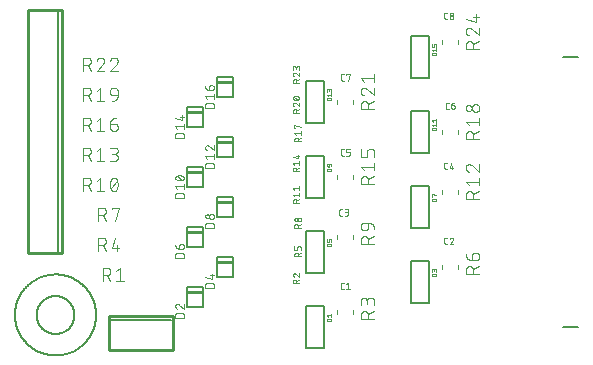
<source format=gbr>
G04 EAGLE Gerber RS-274X export*
G75*
%MOMM*%
%FSLAX34Y34*%
%LPD*%
%INSilkscreen Top*%
%IPPOS*%
%AMOC8*
5,1,8,0,0,1.08239X$1,22.5*%
G01*
%ADD10C,0.120000*%
%ADD11C,0.050800*%
%ADD12C,0.127000*%
%ADD13C,0.025400*%
%ADD14C,0.076200*%
%ADD15C,0.203200*%
%ADD16C,0.101600*%
%ADD17C,0.254000*%
%ADD18C,0.152400*%


D10*
X324300Y293450D02*
X324300Y290750D01*
X310700Y290750D02*
X310700Y293450D01*
D11*
X315186Y311404D02*
X316428Y311404D01*
X315186Y311404D02*
X315116Y311406D01*
X315047Y311412D01*
X314978Y311422D01*
X314910Y311435D01*
X314842Y311453D01*
X314776Y311474D01*
X314711Y311499D01*
X314647Y311527D01*
X314585Y311559D01*
X314525Y311594D01*
X314467Y311633D01*
X314412Y311675D01*
X314358Y311720D01*
X314308Y311768D01*
X314260Y311818D01*
X314215Y311872D01*
X314173Y311927D01*
X314134Y311985D01*
X314099Y312045D01*
X314067Y312107D01*
X314039Y312171D01*
X314014Y312236D01*
X313993Y312302D01*
X313975Y312370D01*
X313962Y312438D01*
X313952Y312507D01*
X313946Y312576D01*
X313944Y312646D01*
X313944Y315750D01*
X313946Y315820D01*
X313952Y315889D01*
X313962Y315958D01*
X313975Y316026D01*
X313993Y316094D01*
X314014Y316160D01*
X314039Y316225D01*
X314067Y316289D01*
X314099Y316351D01*
X314134Y316411D01*
X314173Y316469D01*
X314215Y316524D01*
X314260Y316578D01*
X314308Y316628D01*
X314358Y316676D01*
X314412Y316721D01*
X314467Y316763D01*
X314525Y316802D01*
X314585Y316837D01*
X314647Y316869D01*
X314711Y316897D01*
X314776Y316922D01*
X314842Y316943D01*
X314910Y316961D01*
X314978Y316974D01*
X315047Y316984D01*
X315116Y316990D01*
X315186Y316992D01*
X316428Y316992D01*
X318532Y315750D02*
X320084Y316992D01*
X320084Y311404D01*
X318532Y311404D02*
X321637Y311404D01*
D10*
X413200Y328850D02*
X413200Y331550D01*
X399600Y331550D02*
X399600Y328850D01*
D11*
X402816Y349504D02*
X404058Y349504D01*
X402816Y349504D02*
X402746Y349506D01*
X402677Y349512D01*
X402608Y349522D01*
X402540Y349535D01*
X402472Y349553D01*
X402406Y349574D01*
X402341Y349599D01*
X402277Y349627D01*
X402215Y349659D01*
X402155Y349694D01*
X402097Y349733D01*
X402042Y349775D01*
X401988Y349820D01*
X401938Y349868D01*
X401890Y349918D01*
X401845Y349972D01*
X401803Y350027D01*
X401764Y350085D01*
X401729Y350145D01*
X401697Y350207D01*
X401669Y350271D01*
X401644Y350336D01*
X401623Y350402D01*
X401605Y350470D01*
X401592Y350538D01*
X401582Y350607D01*
X401576Y350676D01*
X401574Y350746D01*
X401574Y353850D01*
X401576Y353920D01*
X401582Y353989D01*
X401592Y354058D01*
X401605Y354126D01*
X401623Y354194D01*
X401644Y354260D01*
X401669Y354325D01*
X401697Y354389D01*
X401729Y354451D01*
X401764Y354511D01*
X401803Y354569D01*
X401845Y354624D01*
X401890Y354678D01*
X401938Y354728D01*
X401988Y354776D01*
X402042Y354821D01*
X402097Y354863D01*
X402155Y354902D01*
X402215Y354937D01*
X402277Y354969D01*
X402341Y354997D01*
X402406Y355022D01*
X402472Y355043D01*
X402540Y355061D01*
X402608Y355074D01*
X402677Y355084D01*
X402746Y355090D01*
X402816Y355092D01*
X404058Y355092D01*
X407870Y355092D02*
X407943Y355090D01*
X408016Y355084D01*
X408089Y355075D01*
X408160Y355061D01*
X408232Y355044D01*
X408302Y355024D01*
X408371Y354999D01*
X408438Y354971D01*
X408504Y354940D01*
X408569Y354905D01*
X408631Y354867D01*
X408691Y354825D01*
X408749Y354781D01*
X408805Y354733D01*
X408858Y354683D01*
X408908Y354630D01*
X408956Y354574D01*
X409000Y354516D01*
X409042Y354456D01*
X409080Y354394D01*
X409115Y354329D01*
X409146Y354263D01*
X409174Y354196D01*
X409199Y354127D01*
X409219Y354057D01*
X409236Y353985D01*
X409250Y353914D01*
X409259Y353841D01*
X409265Y353768D01*
X409267Y353695D01*
X407870Y355092D02*
X407786Y355090D01*
X407703Y355084D01*
X407620Y355075D01*
X407538Y355061D01*
X407456Y355044D01*
X407375Y355022D01*
X407295Y354997D01*
X407217Y354969D01*
X407139Y354937D01*
X407064Y354901D01*
X406990Y354862D01*
X406918Y354819D01*
X406848Y354773D01*
X406781Y354724D01*
X406715Y354671D01*
X406653Y354616D01*
X406593Y354558D01*
X406535Y354497D01*
X406481Y354434D01*
X406429Y354368D01*
X406381Y354300D01*
X406336Y354229D01*
X406294Y354157D01*
X406256Y354082D01*
X406221Y354006D01*
X406190Y353929D01*
X406162Y353850D01*
X408800Y352609D02*
X408854Y352662D01*
X408905Y352719D01*
X408953Y352778D01*
X408998Y352839D01*
X409039Y352902D01*
X409078Y352968D01*
X409113Y353035D01*
X409145Y353104D01*
X409173Y353175D01*
X409197Y353246D01*
X409218Y353319D01*
X409235Y353393D01*
X409249Y353468D01*
X409258Y353543D01*
X409264Y353619D01*
X409266Y353695D01*
X408801Y352608D02*
X406162Y349504D01*
X409267Y349504D01*
D10*
X324300Y354250D02*
X324300Y356950D01*
X310700Y356950D02*
X310700Y354250D01*
D11*
X313916Y373634D02*
X315158Y373634D01*
X313916Y373634D02*
X313846Y373636D01*
X313777Y373642D01*
X313708Y373652D01*
X313640Y373665D01*
X313572Y373683D01*
X313506Y373704D01*
X313441Y373729D01*
X313377Y373757D01*
X313315Y373789D01*
X313255Y373824D01*
X313197Y373863D01*
X313142Y373905D01*
X313088Y373950D01*
X313038Y373998D01*
X312990Y374048D01*
X312945Y374102D01*
X312903Y374157D01*
X312864Y374215D01*
X312829Y374275D01*
X312797Y374337D01*
X312769Y374401D01*
X312744Y374466D01*
X312723Y374532D01*
X312705Y374600D01*
X312692Y374668D01*
X312682Y374737D01*
X312676Y374806D01*
X312674Y374876D01*
X312674Y377980D01*
X312676Y378050D01*
X312682Y378119D01*
X312692Y378188D01*
X312705Y378256D01*
X312723Y378324D01*
X312744Y378390D01*
X312769Y378455D01*
X312797Y378519D01*
X312829Y378581D01*
X312864Y378641D01*
X312903Y378699D01*
X312945Y378754D01*
X312990Y378808D01*
X313038Y378858D01*
X313088Y378906D01*
X313142Y378951D01*
X313197Y378993D01*
X313255Y379032D01*
X313315Y379067D01*
X313377Y379099D01*
X313441Y379127D01*
X313506Y379152D01*
X313572Y379173D01*
X313640Y379191D01*
X313708Y379204D01*
X313777Y379214D01*
X313846Y379220D01*
X313916Y379222D01*
X315158Y379222D01*
X317262Y373634D02*
X318814Y373634D01*
X318891Y373636D01*
X318969Y373642D01*
X319045Y373651D01*
X319122Y373665D01*
X319197Y373682D01*
X319271Y373703D01*
X319345Y373728D01*
X319417Y373756D01*
X319487Y373788D01*
X319556Y373823D01*
X319623Y373862D01*
X319688Y373904D01*
X319751Y373949D01*
X319812Y373997D01*
X319870Y374048D01*
X319925Y374102D01*
X319978Y374159D01*
X320027Y374218D01*
X320074Y374280D01*
X320118Y374344D01*
X320158Y374410D01*
X320195Y374478D01*
X320229Y374548D01*
X320259Y374619D01*
X320285Y374692D01*
X320308Y374766D01*
X320327Y374841D01*
X320342Y374916D01*
X320354Y374993D01*
X320362Y375070D01*
X320366Y375147D01*
X320366Y375225D01*
X320362Y375302D01*
X320354Y375379D01*
X320342Y375456D01*
X320327Y375531D01*
X320308Y375606D01*
X320285Y375680D01*
X320259Y375753D01*
X320229Y375824D01*
X320195Y375894D01*
X320158Y375962D01*
X320118Y376028D01*
X320074Y376092D01*
X320027Y376154D01*
X319978Y376213D01*
X319925Y376270D01*
X319870Y376324D01*
X319812Y376375D01*
X319751Y376423D01*
X319688Y376468D01*
X319623Y376510D01*
X319556Y376549D01*
X319487Y376584D01*
X319417Y376616D01*
X319345Y376644D01*
X319271Y376669D01*
X319197Y376690D01*
X319122Y376707D01*
X319045Y376721D01*
X318969Y376730D01*
X318891Y376736D01*
X318814Y376738D01*
X319125Y379222D02*
X317262Y379222D01*
X319125Y379222D02*
X319195Y379220D01*
X319264Y379214D01*
X319333Y379204D01*
X319401Y379191D01*
X319469Y379173D01*
X319535Y379152D01*
X319600Y379127D01*
X319664Y379099D01*
X319726Y379067D01*
X319786Y379032D01*
X319844Y378993D01*
X319899Y378951D01*
X319953Y378906D01*
X320003Y378858D01*
X320051Y378808D01*
X320096Y378754D01*
X320138Y378699D01*
X320177Y378641D01*
X320212Y378581D01*
X320244Y378519D01*
X320272Y378455D01*
X320297Y378390D01*
X320318Y378324D01*
X320336Y378256D01*
X320349Y378188D01*
X320359Y378119D01*
X320365Y378050D01*
X320367Y377980D01*
X320365Y377910D01*
X320359Y377841D01*
X320349Y377772D01*
X320336Y377704D01*
X320318Y377636D01*
X320297Y377570D01*
X320272Y377505D01*
X320244Y377441D01*
X320212Y377379D01*
X320177Y377319D01*
X320138Y377261D01*
X320096Y377206D01*
X320051Y377152D01*
X320003Y377102D01*
X319953Y377054D01*
X319899Y377009D01*
X319844Y376967D01*
X319786Y376928D01*
X319726Y376893D01*
X319664Y376861D01*
X319600Y376833D01*
X319535Y376808D01*
X319469Y376787D01*
X319401Y376769D01*
X319333Y376756D01*
X319264Y376746D01*
X319195Y376740D01*
X319125Y376738D01*
X317883Y376738D01*
D10*
X413200Y392350D02*
X413200Y395050D01*
X399600Y395050D02*
X399600Y392350D01*
D11*
X402816Y413004D02*
X404058Y413004D01*
X402816Y413004D02*
X402746Y413006D01*
X402677Y413012D01*
X402608Y413022D01*
X402540Y413035D01*
X402472Y413053D01*
X402406Y413074D01*
X402341Y413099D01*
X402277Y413127D01*
X402215Y413159D01*
X402155Y413194D01*
X402097Y413233D01*
X402042Y413275D01*
X401988Y413320D01*
X401938Y413368D01*
X401890Y413418D01*
X401845Y413472D01*
X401803Y413527D01*
X401764Y413585D01*
X401729Y413645D01*
X401697Y413707D01*
X401669Y413771D01*
X401644Y413836D01*
X401623Y413902D01*
X401605Y413970D01*
X401592Y414038D01*
X401582Y414107D01*
X401576Y414176D01*
X401574Y414246D01*
X401574Y417350D01*
X401576Y417420D01*
X401582Y417489D01*
X401592Y417558D01*
X401605Y417626D01*
X401623Y417694D01*
X401644Y417760D01*
X401669Y417825D01*
X401697Y417889D01*
X401729Y417951D01*
X401764Y418011D01*
X401803Y418069D01*
X401845Y418124D01*
X401890Y418178D01*
X401938Y418228D01*
X401988Y418276D01*
X402042Y418321D01*
X402097Y418363D01*
X402155Y418402D01*
X402215Y418437D01*
X402277Y418469D01*
X402341Y418497D01*
X402406Y418522D01*
X402472Y418543D01*
X402540Y418561D01*
X402608Y418574D01*
X402677Y418584D01*
X402746Y418590D01*
X402816Y418592D01*
X404058Y418592D01*
X407404Y418592D02*
X406162Y414246D01*
X409267Y414246D01*
X408335Y415488D02*
X408335Y413004D01*
D10*
X324300Y407750D02*
X324300Y405050D01*
X310700Y405050D02*
X310700Y407750D01*
D11*
X315186Y424434D02*
X316428Y424434D01*
X315186Y424434D02*
X315116Y424436D01*
X315047Y424442D01*
X314978Y424452D01*
X314910Y424465D01*
X314842Y424483D01*
X314776Y424504D01*
X314711Y424529D01*
X314647Y424557D01*
X314585Y424589D01*
X314525Y424624D01*
X314467Y424663D01*
X314412Y424705D01*
X314358Y424750D01*
X314308Y424798D01*
X314260Y424848D01*
X314215Y424902D01*
X314173Y424957D01*
X314134Y425015D01*
X314099Y425075D01*
X314067Y425137D01*
X314039Y425201D01*
X314014Y425266D01*
X313993Y425332D01*
X313975Y425400D01*
X313962Y425468D01*
X313952Y425537D01*
X313946Y425606D01*
X313944Y425676D01*
X313944Y428780D01*
X313946Y428850D01*
X313952Y428919D01*
X313962Y428988D01*
X313975Y429056D01*
X313993Y429124D01*
X314014Y429190D01*
X314039Y429255D01*
X314067Y429319D01*
X314099Y429381D01*
X314134Y429441D01*
X314173Y429499D01*
X314215Y429554D01*
X314260Y429608D01*
X314308Y429658D01*
X314358Y429706D01*
X314412Y429751D01*
X314467Y429793D01*
X314525Y429832D01*
X314585Y429867D01*
X314647Y429899D01*
X314711Y429927D01*
X314776Y429952D01*
X314842Y429973D01*
X314910Y429991D01*
X314978Y430004D01*
X315047Y430014D01*
X315116Y430020D01*
X315186Y430022D01*
X316428Y430022D01*
X318532Y424434D02*
X320395Y424434D01*
X320465Y424436D01*
X320534Y424442D01*
X320603Y424452D01*
X320671Y424465D01*
X320739Y424483D01*
X320805Y424504D01*
X320870Y424529D01*
X320934Y424557D01*
X320996Y424589D01*
X321056Y424624D01*
X321114Y424663D01*
X321169Y424705D01*
X321223Y424750D01*
X321273Y424798D01*
X321321Y424848D01*
X321366Y424902D01*
X321408Y424957D01*
X321447Y425015D01*
X321482Y425075D01*
X321514Y425137D01*
X321542Y425201D01*
X321567Y425266D01*
X321588Y425332D01*
X321606Y425400D01*
X321619Y425468D01*
X321629Y425537D01*
X321635Y425606D01*
X321637Y425676D01*
X321637Y426297D01*
X321635Y426367D01*
X321629Y426436D01*
X321619Y426505D01*
X321606Y426573D01*
X321588Y426641D01*
X321567Y426707D01*
X321542Y426772D01*
X321514Y426836D01*
X321482Y426898D01*
X321447Y426958D01*
X321408Y427016D01*
X321366Y427071D01*
X321321Y427125D01*
X321273Y427175D01*
X321223Y427223D01*
X321169Y427268D01*
X321114Y427310D01*
X321056Y427349D01*
X320996Y427384D01*
X320934Y427416D01*
X320870Y427444D01*
X320805Y427469D01*
X320739Y427490D01*
X320671Y427508D01*
X320603Y427521D01*
X320534Y427531D01*
X320465Y427537D01*
X320395Y427539D01*
X320395Y427538D02*
X318532Y427538D01*
X318532Y430022D01*
X321637Y430022D01*
D10*
X413200Y443150D02*
X413200Y445850D01*
X399600Y445850D02*
X399600Y443150D01*
D11*
X404086Y463804D02*
X405328Y463804D01*
X404086Y463804D02*
X404016Y463806D01*
X403947Y463812D01*
X403878Y463822D01*
X403810Y463835D01*
X403742Y463853D01*
X403676Y463874D01*
X403611Y463899D01*
X403547Y463927D01*
X403485Y463959D01*
X403425Y463994D01*
X403367Y464033D01*
X403312Y464075D01*
X403258Y464120D01*
X403208Y464168D01*
X403160Y464218D01*
X403115Y464272D01*
X403073Y464327D01*
X403034Y464385D01*
X402999Y464445D01*
X402967Y464507D01*
X402939Y464571D01*
X402914Y464636D01*
X402893Y464702D01*
X402875Y464770D01*
X402862Y464838D01*
X402852Y464907D01*
X402846Y464976D01*
X402844Y465046D01*
X402844Y468150D01*
X402846Y468220D01*
X402852Y468289D01*
X402862Y468358D01*
X402875Y468426D01*
X402893Y468494D01*
X402914Y468560D01*
X402939Y468625D01*
X402967Y468689D01*
X402999Y468751D01*
X403034Y468811D01*
X403073Y468869D01*
X403115Y468924D01*
X403160Y468978D01*
X403208Y469028D01*
X403258Y469076D01*
X403312Y469121D01*
X403367Y469163D01*
X403425Y469202D01*
X403485Y469237D01*
X403547Y469269D01*
X403611Y469297D01*
X403676Y469322D01*
X403742Y469343D01*
X403810Y469361D01*
X403878Y469374D01*
X403947Y469384D01*
X404016Y469390D01*
X404086Y469392D01*
X405328Y469392D01*
X407432Y466908D02*
X409295Y466908D01*
X409295Y466909D02*
X409365Y466907D01*
X409434Y466901D01*
X409503Y466891D01*
X409571Y466878D01*
X409639Y466860D01*
X409705Y466839D01*
X409770Y466814D01*
X409834Y466786D01*
X409896Y466754D01*
X409956Y466719D01*
X410014Y466680D01*
X410069Y466638D01*
X410123Y466593D01*
X410173Y466545D01*
X410221Y466495D01*
X410266Y466441D01*
X410308Y466386D01*
X410347Y466328D01*
X410382Y466268D01*
X410414Y466206D01*
X410442Y466142D01*
X410467Y466077D01*
X410488Y466011D01*
X410506Y465943D01*
X410519Y465875D01*
X410529Y465806D01*
X410535Y465737D01*
X410537Y465667D01*
X410537Y465356D01*
X410536Y465356D02*
X410534Y465279D01*
X410528Y465201D01*
X410519Y465125D01*
X410505Y465048D01*
X410488Y464973D01*
X410467Y464899D01*
X410442Y464825D01*
X410414Y464753D01*
X410382Y464683D01*
X410347Y464614D01*
X410308Y464547D01*
X410266Y464482D01*
X410221Y464419D01*
X410173Y464358D01*
X410122Y464300D01*
X410068Y464245D01*
X410011Y464192D01*
X409952Y464143D01*
X409890Y464096D01*
X409826Y464052D01*
X409760Y464012D01*
X409692Y463975D01*
X409622Y463941D01*
X409551Y463911D01*
X409478Y463885D01*
X409404Y463862D01*
X409329Y463843D01*
X409254Y463828D01*
X409177Y463816D01*
X409100Y463808D01*
X409023Y463804D01*
X408945Y463804D01*
X408868Y463808D01*
X408791Y463816D01*
X408714Y463828D01*
X408639Y463843D01*
X408564Y463862D01*
X408490Y463885D01*
X408417Y463911D01*
X408346Y463941D01*
X408276Y463975D01*
X408208Y464012D01*
X408142Y464052D01*
X408078Y464096D01*
X408016Y464143D01*
X407957Y464192D01*
X407900Y464245D01*
X407846Y464300D01*
X407795Y464358D01*
X407747Y464419D01*
X407702Y464482D01*
X407660Y464547D01*
X407621Y464614D01*
X407586Y464683D01*
X407554Y464753D01*
X407526Y464825D01*
X407501Y464899D01*
X407480Y464973D01*
X407463Y465048D01*
X407449Y465125D01*
X407440Y465201D01*
X407434Y465279D01*
X407432Y465356D01*
X407432Y466908D01*
X407434Y467006D01*
X407440Y467103D01*
X407449Y467200D01*
X407463Y467297D01*
X407480Y467393D01*
X407501Y467488D01*
X407525Y467582D01*
X407554Y467676D01*
X407586Y467768D01*
X407621Y467859D01*
X407660Y467948D01*
X407703Y468036D01*
X407749Y468122D01*
X407798Y468206D01*
X407851Y468288D01*
X407906Y468368D01*
X407965Y468446D01*
X408027Y468521D01*
X408092Y468594D01*
X408160Y468664D01*
X408230Y468732D01*
X408303Y468797D01*
X408378Y468859D01*
X408456Y468918D01*
X408536Y468973D01*
X408618Y469026D01*
X408702Y469075D01*
X408788Y469121D01*
X408876Y469164D01*
X408965Y469203D01*
X409056Y469238D01*
X409148Y469270D01*
X409242Y469299D01*
X409336Y469323D01*
X409431Y469344D01*
X409527Y469361D01*
X409624Y469375D01*
X409721Y469384D01*
X409818Y469390D01*
X409916Y469392D01*
D10*
X324300Y468550D02*
X324300Y471250D01*
X310700Y471250D02*
X310700Y468550D01*
D11*
X315186Y487934D02*
X316428Y487934D01*
X315186Y487934D02*
X315116Y487936D01*
X315047Y487942D01*
X314978Y487952D01*
X314910Y487965D01*
X314842Y487983D01*
X314776Y488004D01*
X314711Y488029D01*
X314647Y488057D01*
X314585Y488089D01*
X314525Y488124D01*
X314467Y488163D01*
X314412Y488205D01*
X314358Y488250D01*
X314308Y488298D01*
X314260Y488348D01*
X314215Y488402D01*
X314173Y488457D01*
X314134Y488515D01*
X314099Y488575D01*
X314067Y488637D01*
X314039Y488701D01*
X314014Y488766D01*
X313993Y488832D01*
X313975Y488900D01*
X313962Y488968D01*
X313952Y489037D01*
X313946Y489106D01*
X313944Y489176D01*
X313944Y492280D01*
X313946Y492350D01*
X313952Y492419D01*
X313962Y492488D01*
X313975Y492556D01*
X313993Y492624D01*
X314014Y492690D01*
X314039Y492755D01*
X314067Y492819D01*
X314099Y492881D01*
X314134Y492941D01*
X314173Y492999D01*
X314215Y493054D01*
X314260Y493108D01*
X314308Y493158D01*
X314358Y493206D01*
X314412Y493251D01*
X314467Y493293D01*
X314525Y493332D01*
X314585Y493367D01*
X314647Y493399D01*
X314711Y493427D01*
X314776Y493452D01*
X314842Y493473D01*
X314910Y493491D01*
X314978Y493504D01*
X315047Y493514D01*
X315116Y493520D01*
X315186Y493522D01*
X316428Y493522D01*
X318532Y493522D02*
X318532Y492901D01*
X318532Y493522D02*
X321637Y493522D01*
X320084Y487934D01*
D10*
X413200Y519350D02*
X413200Y522050D01*
X399600Y522050D02*
X399600Y519350D01*
D11*
X402816Y540004D02*
X404058Y540004D01*
X402816Y540004D02*
X402746Y540006D01*
X402677Y540012D01*
X402608Y540022D01*
X402540Y540035D01*
X402472Y540053D01*
X402406Y540074D01*
X402341Y540099D01*
X402277Y540127D01*
X402215Y540159D01*
X402155Y540194D01*
X402097Y540233D01*
X402042Y540275D01*
X401988Y540320D01*
X401938Y540368D01*
X401890Y540418D01*
X401845Y540472D01*
X401803Y540527D01*
X401764Y540585D01*
X401729Y540645D01*
X401697Y540707D01*
X401669Y540771D01*
X401644Y540836D01*
X401623Y540902D01*
X401605Y540970D01*
X401592Y541038D01*
X401582Y541107D01*
X401576Y541176D01*
X401574Y541246D01*
X401574Y544350D01*
X401576Y544420D01*
X401582Y544489D01*
X401592Y544558D01*
X401605Y544626D01*
X401623Y544694D01*
X401644Y544760D01*
X401669Y544825D01*
X401697Y544889D01*
X401729Y544951D01*
X401764Y545011D01*
X401803Y545069D01*
X401845Y545124D01*
X401890Y545178D01*
X401938Y545228D01*
X401988Y545276D01*
X402042Y545321D01*
X402097Y545363D01*
X402155Y545402D01*
X402215Y545437D01*
X402277Y545469D01*
X402341Y545497D01*
X402406Y545522D01*
X402472Y545543D01*
X402540Y545561D01*
X402608Y545574D01*
X402677Y545584D01*
X402746Y545590D01*
X402816Y545592D01*
X404058Y545592D01*
X406162Y541556D02*
X406164Y541633D01*
X406170Y541711D01*
X406179Y541787D01*
X406193Y541864D01*
X406210Y541939D01*
X406231Y542013D01*
X406256Y542087D01*
X406284Y542159D01*
X406316Y542229D01*
X406351Y542298D01*
X406390Y542365D01*
X406432Y542430D01*
X406477Y542493D01*
X406525Y542554D01*
X406576Y542612D01*
X406630Y542667D01*
X406687Y542720D01*
X406746Y542769D01*
X406808Y542816D01*
X406872Y542860D01*
X406938Y542900D01*
X407006Y542937D01*
X407076Y542971D01*
X407147Y543001D01*
X407220Y543027D01*
X407294Y543050D01*
X407369Y543069D01*
X407444Y543084D01*
X407521Y543096D01*
X407598Y543104D01*
X407675Y543108D01*
X407753Y543108D01*
X407830Y543104D01*
X407907Y543096D01*
X407984Y543084D01*
X408059Y543069D01*
X408134Y543050D01*
X408208Y543027D01*
X408281Y543001D01*
X408352Y542971D01*
X408422Y542937D01*
X408490Y542900D01*
X408556Y542860D01*
X408620Y542816D01*
X408682Y542769D01*
X408741Y542720D01*
X408798Y542667D01*
X408852Y542612D01*
X408903Y542554D01*
X408951Y542493D01*
X408996Y542430D01*
X409038Y542365D01*
X409077Y542298D01*
X409112Y542229D01*
X409144Y542159D01*
X409172Y542087D01*
X409197Y542013D01*
X409218Y541939D01*
X409235Y541864D01*
X409249Y541787D01*
X409258Y541711D01*
X409264Y541633D01*
X409266Y541556D01*
X409264Y541479D01*
X409258Y541401D01*
X409249Y541325D01*
X409235Y541248D01*
X409218Y541173D01*
X409197Y541099D01*
X409172Y541025D01*
X409144Y540953D01*
X409112Y540883D01*
X409077Y540814D01*
X409038Y540747D01*
X408996Y540682D01*
X408951Y540619D01*
X408903Y540558D01*
X408852Y540500D01*
X408798Y540445D01*
X408741Y540392D01*
X408682Y540343D01*
X408620Y540296D01*
X408556Y540252D01*
X408490Y540212D01*
X408422Y540175D01*
X408352Y540141D01*
X408281Y540111D01*
X408208Y540085D01*
X408134Y540062D01*
X408059Y540043D01*
X407984Y540028D01*
X407907Y540016D01*
X407830Y540008D01*
X407753Y540004D01*
X407675Y540004D01*
X407598Y540008D01*
X407521Y540016D01*
X407444Y540028D01*
X407369Y540043D01*
X407294Y540062D01*
X407220Y540085D01*
X407147Y540111D01*
X407076Y540141D01*
X407006Y540175D01*
X406938Y540212D01*
X406872Y540252D01*
X406808Y540296D01*
X406746Y540343D01*
X406687Y540392D01*
X406630Y540445D01*
X406576Y540500D01*
X406525Y540558D01*
X406477Y540619D01*
X406432Y540682D01*
X406390Y540747D01*
X406351Y540814D01*
X406316Y540883D01*
X406284Y540953D01*
X406256Y541025D01*
X406231Y541099D01*
X406210Y541173D01*
X406193Y541248D01*
X406179Y541325D01*
X406170Y541401D01*
X406164Y541479D01*
X406162Y541556D01*
X406472Y544350D02*
X406474Y544420D01*
X406480Y544489D01*
X406490Y544558D01*
X406503Y544626D01*
X406521Y544694D01*
X406542Y544760D01*
X406567Y544825D01*
X406595Y544889D01*
X406627Y544951D01*
X406662Y545011D01*
X406701Y545069D01*
X406743Y545124D01*
X406788Y545178D01*
X406836Y545228D01*
X406886Y545276D01*
X406940Y545321D01*
X406995Y545363D01*
X407053Y545402D01*
X407113Y545437D01*
X407175Y545469D01*
X407239Y545497D01*
X407304Y545522D01*
X407370Y545543D01*
X407438Y545561D01*
X407506Y545574D01*
X407575Y545584D01*
X407644Y545590D01*
X407714Y545592D01*
X407784Y545590D01*
X407853Y545584D01*
X407922Y545574D01*
X407990Y545561D01*
X408058Y545543D01*
X408124Y545522D01*
X408189Y545497D01*
X408253Y545469D01*
X408315Y545437D01*
X408375Y545402D01*
X408433Y545363D01*
X408488Y545321D01*
X408542Y545276D01*
X408592Y545228D01*
X408640Y545178D01*
X408685Y545124D01*
X408727Y545069D01*
X408766Y545011D01*
X408801Y544951D01*
X408833Y544889D01*
X408861Y544825D01*
X408886Y544760D01*
X408907Y544694D01*
X408925Y544626D01*
X408938Y544558D01*
X408948Y544489D01*
X408954Y544420D01*
X408956Y544350D01*
X408954Y544280D01*
X408948Y544211D01*
X408938Y544142D01*
X408925Y544074D01*
X408907Y544006D01*
X408886Y543940D01*
X408861Y543875D01*
X408833Y543811D01*
X408801Y543749D01*
X408766Y543689D01*
X408727Y543631D01*
X408685Y543576D01*
X408640Y543522D01*
X408592Y543472D01*
X408542Y543424D01*
X408488Y543379D01*
X408433Y543337D01*
X408375Y543298D01*
X408315Y543263D01*
X408253Y543231D01*
X408189Y543203D01*
X408124Y543178D01*
X408058Y543157D01*
X407990Y543139D01*
X407922Y543126D01*
X407853Y543116D01*
X407784Y543110D01*
X407714Y543108D01*
X407644Y543110D01*
X407575Y543116D01*
X407506Y543126D01*
X407438Y543139D01*
X407370Y543157D01*
X407304Y543178D01*
X407239Y543203D01*
X407175Y543231D01*
X407113Y543263D01*
X407053Y543298D01*
X406995Y543337D01*
X406940Y543379D01*
X406886Y543424D01*
X406836Y543472D01*
X406788Y543522D01*
X406743Y543576D01*
X406701Y543631D01*
X406662Y543689D01*
X406627Y543749D01*
X406595Y543811D01*
X406567Y543875D01*
X406542Y543940D01*
X406521Y544006D01*
X406503Y544074D01*
X406490Y544142D01*
X406480Y544211D01*
X406474Y544280D01*
X406472Y544350D01*
D12*
X299720Y297180D02*
X299720Y261620D01*
X284480Y261620D01*
X284480Y297180D01*
X299720Y297180D01*
D13*
X302227Y284377D02*
X306037Y284377D01*
X302227Y284377D02*
X302227Y285435D01*
X302229Y285499D01*
X302235Y285563D01*
X302244Y285626D01*
X302258Y285688D01*
X302275Y285750D01*
X302296Y285810D01*
X302320Y285869D01*
X302348Y285927D01*
X302380Y285982D01*
X302414Y286036D01*
X302452Y286087D01*
X302493Y286137D01*
X302537Y286183D01*
X302583Y286227D01*
X302633Y286268D01*
X302684Y286306D01*
X302738Y286340D01*
X302793Y286372D01*
X302851Y286400D01*
X302910Y286424D01*
X302970Y286445D01*
X303032Y286462D01*
X303094Y286476D01*
X303158Y286485D01*
X303221Y286491D01*
X303285Y286493D01*
X303285Y286494D02*
X304979Y286494D01*
X304979Y286493D02*
X305043Y286491D01*
X305107Y286485D01*
X305170Y286476D01*
X305232Y286462D01*
X305294Y286445D01*
X305354Y286424D01*
X305413Y286400D01*
X305471Y286372D01*
X305526Y286340D01*
X305580Y286306D01*
X305631Y286268D01*
X305681Y286227D01*
X305727Y286183D01*
X305771Y286137D01*
X305812Y286087D01*
X305850Y286036D01*
X305884Y285982D01*
X305916Y285927D01*
X305944Y285869D01*
X305968Y285810D01*
X305989Y285750D01*
X306006Y285688D01*
X306020Y285626D01*
X306029Y285563D01*
X306035Y285499D01*
X306037Y285435D01*
X306037Y284377D01*
X303074Y288156D02*
X302227Y289215D01*
X306037Y289215D01*
X306037Y290273D02*
X306037Y288156D01*
D12*
X184000Y397900D02*
X184000Y414900D01*
X197000Y414900D01*
X197000Y397900D01*
X184000Y397900D01*
X184500Y410400D02*
X196500Y410400D01*
X196500Y409400D01*
X184500Y409400D01*
D14*
X181119Y388781D02*
X173753Y388781D01*
X173753Y390827D01*
X173755Y390916D01*
X173761Y391005D01*
X173771Y391094D01*
X173784Y391182D01*
X173801Y391270D01*
X173823Y391357D01*
X173848Y391442D01*
X173876Y391527D01*
X173909Y391610D01*
X173945Y391692D01*
X173984Y391772D01*
X174027Y391850D01*
X174073Y391926D01*
X174123Y392001D01*
X174176Y392073D01*
X174232Y392142D01*
X174291Y392209D01*
X174352Y392274D01*
X174417Y392335D01*
X174484Y392394D01*
X174553Y392450D01*
X174625Y392503D01*
X174700Y392553D01*
X174776Y392599D01*
X174854Y392642D01*
X174934Y392681D01*
X175016Y392717D01*
X175099Y392750D01*
X175184Y392778D01*
X175269Y392803D01*
X175356Y392825D01*
X175444Y392842D01*
X175532Y392855D01*
X175621Y392865D01*
X175710Y392871D01*
X175799Y392873D01*
X179073Y392873D01*
X179162Y392871D01*
X179251Y392865D01*
X179340Y392855D01*
X179428Y392842D01*
X179516Y392825D01*
X179603Y392803D01*
X179688Y392778D01*
X179773Y392750D01*
X179856Y392717D01*
X179938Y392681D01*
X180018Y392642D01*
X180096Y392599D01*
X180172Y392553D01*
X180247Y392503D01*
X180319Y392450D01*
X180388Y392394D01*
X180455Y392335D01*
X180520Y392274D01*
X180581Y392209D01*
X180640Y392142D01*
X180696Y392073D01*
X180749Y392001D01*
X180799Y391926D01*
X180845Y391850D01*
X180888Y391772D01*
X180927Y391692D01*
X180963Y391610D01*
X180996Y391527D01*
X181024Y391442D01*
X181049Y391357D01*
X181071Y391270D01*
X181088Y391182D01*
X181101Y391094D01*
X181111Y391005D01*
X181117Y390916D01*
X181119Y390827D01*
X181119Y388781D01*
X175390Y396340D02*
X173753Y398386D01*
X181119Y398386D01*
X181119Y396340D02*
X181119Y400432D01*
X177436Y403656D02*
X177283Y403658D01*
X177130Y403664D01*
X176978Y403673D01*
X176825Y403687D01*
X176673Y403704D01*
X176522Y403725D01*
X176371Y403750D01*
X176221Y403779D01*
X176071Y403811D01*
X175923Y403848D01*
X175775Y403888D01*
X175628Y403931D01*
X175483Y403979D01*
X175339Y404030D01*
X175196Y404084D01*
X175054Y404143D01*
X174915Y404204D01*
X174776Y404270D01*
X174776Y404269D02*
X174706Y404295D01*
X174636Y404325D01*
X174569Y404358D01*
X174503Y404394D01*
X174439Y404433D01*
X174377Y404476D01*
X174318Y404522D01*
X174260Y404570D01*
X174206Y404621D01*
X174153Y404675D01*
X174104Y404732D01*
X174057Y404791D01*
X174014Y404852D01*
X173973Y404915D01*
X173936Y404980D01*
X173901Y405047D01*
X173871Y405116D01*
X173843Y405186D01*
X173820Y405257D01*
X173799Y405329D01*
X173783Y405402D01*
X173770Y405476D01*
X173760Y405551D01*
X173755Y405626D01*
X173753Y405701D01*
X173755Y405776D01*
X173760Y405851D01*
X173770Y405926D01*
X173783Y406000D01*
X173799Y406073D01*
X173820Y406145D01*
X173843Y406216D01*
X173871Y406286D01*
X173901Y406355D01*
X173936Y406422D01*
X173973Y406487D01*
X174014Y406550D01*
X174057Y406611D01*
X174104Y406670D01*
X174153Y406727D01*
X174206Y406781D01*
X174260Y406832D01*
X174318Y406881D01*
X174377Y406926D01*
X174439Y406969D01*
X174503Y407008D01*
X174569Y407045D01*
X174637Y407077D01*
X174706Y407107D01*
X174776Y407133D01*
X174914Y407198D01*
X175054Y407260D01*
X175196Y407318D01*
X175339Y407373D01*
X175483Y407424D01*
X175628Y407472D01*
X175775Y407515D01*
X175922Y407555D01*
X176071Y407592D01*
X176221Y407624D01*
X176371Y407653D01*
X176522Y407678D01*
X176673Y407699D01*
X176825Y407716D01*
X176978Y407730D01*
X177130Y407739D01*
X177283Y407745D01*
X177436Y407747D01*
X177436Y403656D02*
X177589Y403658D01*
X177742Y403664D01*
X177894Y403673D01*
X178047Y403687D01*
X178199Y403704D01*
X178350Y403725D01*
X178501Y403750D01*
X178651Y403779D01*
X178801Y403811D01*
X178949Y403848D01*
X179097Y403888D01*
X179244Y403931D01*
X179389Y403979D01*
X179533Y404030D01*
X179676Y404084D01*
X179818Y404143D01*
X179957Y404204D01*
X180096Y404270D01*
X180096Y404269D02*
X180167Y404295D01*
X180236Y404325D01*
X180303Y404358D01*
X180369Y404394D01*
X180433Y404433D01*
X180495Y404476D01*
X180554Y404522D01*
X180612Y404570D01*
X180666Y404621D01*
X180719Y404675D01*
X180768Y404732D01*
X180815Y404791D01*
X180858Y404852D01*
X180899Y404915D01*
X180936Y404980D01*
X180971Y405047D01*
X181001Y405116D01*
X181029Y405186D01*
X181052Y405257D01*
X181073Y405329D01*
X181089Y405402D01*
X181102Y405476D01*
X181112Y405551D01*
X181117Y405626D01*
X181119Y405701D01*
X180096Y407133D02*
X179958Y407198D01*
X179818Y407260D01*
X179676Y407318D01*
X179533Y407373D01*
X179389Y407424D01*
X179244Y407472D01*
X179097Y407515D01*
X178950Y407555D01*
X178801Y407592D01*
X178651Y407624D01*
X178501Y407653D01*
X178350Y407678D01*
X178199Y407699D01*
X178047Y407716D01*
X177894Y407730D01*
X177742Y407739D01*
X177589Y407745D01*
X177436Y407747D01*
X180096Y407133D02*
X180166Y407107D01*
X180236Y407077D01*
X180303Y407044D01*
X180369Y407008D01*
X180433Y406969D01*
X180495Y406926D01*
X180554Y406880D01*
X180612Y406832D01*
X180666Y406781D01*
X180719Y406727D01*
X180768Y406670D01*
X180815Y406611D01*
X180858Y406550D01*
X180899Y406487D01*
X180936Y406422D01*
X180971Y406355D01*
X181001Y406286D01*
X181029Y406216D01*
X181052Y406145D01*
X181073Y406073D01*
X181089Y406000D01*
X181102Y405926D01*
X181112Y405851D01*
X181117Y405776D01*
X181119Y405701D01*
X179482Y404064D02*
X175390Y407338D01*
D12*
X388620Y426720D02*
X388620Y462280D01*
X388620Y426720D02*
X373380Y426720D01*
X373380Y462280D01*
X388620Y462280D01*
D13*
X391127Y445819D02*
X394937Y445819D01*
X391127Y445819D02*
X391127Y446878D01*
X391129Y446942D01*
X391135Y447006D01*
X391144Y447069D01*
X391158Y447131D01*
X391175Y447193D01*
X391196Y447253D01*
X391220Y447312D01*
X391248Y447370D01*
X391280Y447425D01*
X391314Y447479D01*
X391352Y447530D01*
X391393Y447580D01*
X391437Y447626D01*
X391483Y447670D01*
X391533Y447711D01*
X391584Y447749D01*
X391638Y447783D01*
X391693Y447815D01*
X391751Y447843D01*
X391810Y447867D01*
X391870Y447888D01*
X391932Y447905D01*
X391994Y447919D01*
X392058Y447928D01*
X392121Y447934D01*
X392185Y447936D01*
X393879Y447936D01*
X393943Y447934D01*
X394007Y447928D01*
X394070Y447919D01*
X394132Y447905D01*
X394194Y447888D01*
X394254Y447867D01*
X394313Y447843D01*
X394371Y447815D01*
X394426Y447783D01*
X394480Y447749D01*
X394531Y447711D01*
X394581Y447670D01*
X394627Y447626D01*
X394671Y447580D01*
X394712Y447530D01*
X394750Y447479D01*
X394784Y447425D01*
X394816Y447370D01*
X394844Y447312D01*
X394868Y447253D01*
X394889Y447193D01*
X394906Y447131D01*
X394920Y447069D01*
X394929Y447006D01*
X394935Y446942D01*
X394937Y446878D01*
X394937Y445819D01*
X391974Y449599D02*
X391127Y450657D01*
X394937Y450657D01*
X394937Y449599D02*
X394937Y451715D01*
X391974Y453256D02*
X391127Y454315D01*
X394937Y454315D01*
X394937Y455373D02*
X394937Y453256D01*
D12*
X209400Y440300D02*
X209400Y423300D01*
X209400Y440300D02*
X222400Y440300D01*
X222400Y423300D01*
X209400Y423300D01*
X209900Y435800D02*
X221900Y435800D01*
X221900Y434800D01*
X209900Y434800D01*
D14*
X206519Y414181D02*
X199153Y414181D01*
X199153Y416227D01*
X199155Y416316D01*
X199161Y416405D01*
X199171Y416494D01*
X199184Y416582D01*
X199201Y416670D01*
X199223Y416757D01*
X199248Y416842D01*
X199276Y416927D01*
X199309Y417010D01*
X199345Y417092D01*
X199384Y417172D01*
X199427Y417250D01*
X199473Y417326D01*
X199523Y417401D01*
X199576Y417473D01*
X199632Y417542D01*
X199691Y417609D01*
X199752Y417674D01*
X199817Y417735D01*
X199884Y417794D01*
X199953Y417850D01*
X200025Y417903D01*
X200100Y417953D01*
X200176Y417999D01*
X200254Y418042D01*
X200334Y418081D01*
X200416Y418117D01*
X200499Y418150D01*
X200584Y418178D01*
X200669Y418203D01*
X200756Y418225D01*
X200844Y418242D01*
X200932Y418255D01*
X201021Y418265D01*
X201110Y418271D01*
X201199Y418273D01*
X204473Y418273D01*
X204562Y418271D01*
X204651Y418265D01*
X204740Y418255D01*
X204828Y418242D01*
X204916Y418225D01*
X205003Y418203D01*
X205088Y418178D01*
X205173Y418150D01*
X205256Y418117D01*
X205338Y418081D01*
X205418Y418042D01*
X205496Y417999D01*
X205572Y417953D01*
X205647Y417903D01*
X205719Y417850D01*
X205788Y417794D01*
X205855Y417735D01*
X205920Y417674D01*
X205981Y417609D01*
X206040Y417542D01*
X206096Y417473D01*
X206149Y417401D01*
X206199Y417326D01*
X206245Y417250D01*
X206288Y417172D01*
X206327Y417092D01*
X206363Y417010D01*
X206396Y416927D01*
X206424Y416842D01*
X206449Y416757D01*
X206471Y416670D01*
X206488Y416582D01*
X206501Y416494D01*
X206511Y416405D01*
X206517Y416316D01*
X206519Y416227D01*
X206519Y414181D01*
X200790Y421740D02*
X199153Y423786D01*
X206519Y423786D01*
X206519Y421740D02*
X206519Y425832D01*
X200995Y433148D02*
X200910Y433146D01*
X200825Y433140D01*
X200741Y433130D01*
X200657Y433117D01*
X200573Y433099D01*
X200491Y433078D01*
X200410Y433053D01*
X200330Y433024D01*
X200251Y432991D01*
X200174Y432955D01*
X200099Y432915D01*
X200025Y432872D01*
X199954Y432826D01*
X199885Y432776D01*
X199818Y432723D01*
X199754Y432667D01*
X199693Y432608D01*
X199634Y432547D01*
X199578Y432483D01*
X199525Y432416D01*
X199475Y432347D01*
X199429Y432276D01*
X199386Y432202D01*
X199346Y432127D01*
X199310Y432050D01*
X199277Y431971D01*
X199248Y431891D01*
X199223Y431810D01*
X199202Y431728D01*
X199184Y431644D01*
X199171Y431560D01*
X199161Y431476D01*
X199155Y431391D01*
X199153Y431306D01*
X199155Y431210D01*
X199161Y431114D01*
X199171Y431019D01*
X199184Y430924D01*
X199202Y430829D01*
X199223Y430736D01*
X199248Y430643D01*
X199277Y430552D01*
X199309Y430461D01*
X199345Y430372D01*
X199385Y430285D01*
X199428Y430199D01*
X199474Y430115D01*
X199524Y430033D01*
X199578Y429953D01*
X199634Y429876D01*
X199694Y429801D01*
X199756Y429728D01*
X199822Y429658D01*
X199890Y429590D01*
X199961Y429525D01*
X200034Y429464D01*
X200110Y429405D01*
X200189Y429349D01*
X200269Y429297D01*
X200352Y429248D01*
X200436Y429202D01*
X200522Y429160D01*
X200610Y429122D01*
X200699Y429087D01*
X200790Y429055D01*
X202427Y432534D02*
X202368Y432594D01*
X202306Y432651D01*
X202242Y432706D01*
X202175Y432757D01*
X202106Y432806D01*
X202036Y432852D01*
X201963Y432895D01*
X201889Y432935D01*
X201813Y432971D01*
X201735Y433004D01*
X201656Y433034D01*
X201576Y433061D01*
X201495Y433084D01*
X201413Y433103D01*
X201331Y433119D01*
X201247Y433132D01*
X201163Y433141D01*
X201079Y433146D01*
X200995Y433148D01*
X202427Y432534D02*
X206519Y429055D01*
X206519Y433147D01*
D12*
X299720Y452120D02*
X299720Y487680D01*
X299720Y452120D02*
X284480Y452120D01*
X284480Y487680D01*
X299720Y487680D01*
D13*
X302227Y471219D02*
X306037Y471219D01*
X302227Y471219D02*
X302227Y472278D01*
X302229Y472342D01*
X302235Y472406D01*
X302244Y472469D01*
X302258Y472531D01*
X302275Y472593D01*
X302296Y472653D01*
X302320Y472712D01*
X302348Y472770D01*
X302380Y472825D01*
X302414Y472879D01*
X302452Y472930D01*
X302493Y472980D01*
X302537Y473026D01*
X302583Y473070D01*
X302633Y473111D01*
X302684Y473149D01*
X302738Y473183D01*
X302793Y473215D01*
X302851Y473243D01*
X302910Y473267D01*
X302970Y473288D01*
X303032Y473305D01*
X303094Y473319D01*
X303158Y473328D01*
X303221Y473334D01*
X303285Y473336D01*
X304979Y473336D01*
X305043Y473334D01*
X305107Y473328D01*
X305170Y473319D01*
X305232Y473305D01*
X305294Y473288D01*
X305354Y473267D01*
X305413Y473243D01*
X305471Y473215D01*
X305526Y473183D01*
X305580Y473149D01*
X305631Y473111D01*
X305681Y473070D01*
X305727Y473026D01*
X305771Y472980D01*
X305812Y472930D01*
X305850Y472879D01*
X305884Y472825D01*
X305916Y472770D01*
X305944Y472712D01*
X305968Y472653D01*
X305989Y472593D01*
X306006Y472531D01*
X306020Y472469D01*
X306029Y472406D01*
X306035Y472342D01*
X306037Y472278D01*
X306037Y471219D01*
X303074Y474999D02*
X302227Y476057D01*
X306037Y476057D01*
X306037Y474999D02*
X306037Y477115D01*
X306037Y478656D02*
X306037Y479715D01*
X306035Y479779D01*
X306029Y479843D01*
X306020Y479906D01*
X306006Y479968D01*
X305989Y480030D01*
X305968Y480090D01*
X305944Y480149D01*
X305916Y480207D01*
X305884Y480262D01*
X305850Y480316D01*
X305812Y480367D01*
X305771Y480417D01*
X305727Y480463D01*
X305681Y480507D01*
X305631Y480548D01*
X305580Y480586D01*
X305526Y480620D01*
X305471Y480652D01*
X305413Y480680D01*
X305354Y480704D01*
X305294Y480725D01*
X305232Y480742D01*
X305170Y480756D01*
X305107Y480765D01*
X305043Y480771D01*
X304979Y480773D01*
X304915Y480771D01*
X304851Y480765D01*
X304788Y480756D01*
X304726Y480742D01*
X304664Y480725D01*
X304604Y480704D01*
X304545Y480680D01*
X304487Y480652D01*
X304432Y480620D01*
X304378Y480586D01*
X304327Y480548D01*
X304277Y480507D01*
X304231Y480463D01*
X304187Y480417D01*
X304146Y480367D01*
X304108Y480316D01*
X304074Y480262D01*
X304042Y480207D01*
X304014Y480149D01*
X303990Y480090D01*
X303969Y480030D01*
X303952Y479968D01*
X303938Y479906D01*
X303929Y479843D01*
X303923Y479779D01*
X303921Y479715D01*
X302227Y479926D02*
X302227Y478656D01*
X302227Y479926D02*
X302229Y479983D01*
X302235Y480039D01*
X302244Y480095D01*
X302257Y480150D01*
X302274Y480204D01*
X302294Y480257D01*
X302318Y480308D01*
X302345Y480358D01*
X302376Y480405D01*
X302409Y480451D01*
X302446Y480494D01*
X302485Y480535D01*
X302527Y480573D01*
X302572Y480608D01*
X302618Y480640D01*
X302667Y480669D01*
X302717Y480694D01*
X302770Y480716D01*
X302823Y480735D01*
X302878Y480750D01*
X302933Y480761D01*
X302989Y480769D01*
X303046Y480773D01*
X303102Y480773D01*
X303159Y480769D01*
X303215Y480761D01*
X303270Y480750D01*
X303325Y480735D01*
X303378Y480716D01*
X303431Y480694D01*
X303481Y480669D01*
X303530Y480640D01*
X303576Y480608D01*
X303621Y480573D01*
X303663Y480535D01*
X303702Y480494D01*
X303739Y480451D01*
X303772Y480405D01*
X303803Y480358D01*
X303830Y480308D01*
X303854Y480257D01*
X303874Y480204D01*
X303891Y480150D01*
X303904Y480095D01*
X303913Y480039D01*
X303919Y479983D01*
X303921Y479926D01*
X303920Y479926D02*
X303920Y479080D01*
D12*
X184000Y465700D02*
X184000Y448700D01*
X184000Y465700D02*
X197000Y465700D01*
X197000Y448700D01*
X184000Y448700D01*
X184500Y461200D02*
X196500Y461200D01*
X196500Y460200D01*
X184500Y460200D01*
D14*
X181119Y439581D02*
X173753Y439581D01*
X173753Y441627D01*
X173755Y441716D01*
X173761Y441805D01*
X173771Y441894D01*
X173784Y441982D01*
X173801Y442070D01*
X173823Y442157D01*
X173848Y442242D01*
X173876Y442327D01*
X173909Y442410D01*
X173945Y442492D01*
X173984Y442572D01*
X174027Y442650D01*
X174073Y442726D01*
X174123Y442801D01*
X174176Y442873D01*
X174232Y442942D01*
X174291Y443009D01*
X174352Y443074D01*
X174417Y443135D01*
X174484Y443194D01*
X174553Y443250D01*
X174625Y443303D01*
X174700Y443353D01*
X174776Y443399D01*
X174854Y443442D01*
X174934Y443481D01*
X175016Y443517D01*
X175099Y443550D01*
X175184Y443578D01*
X175269Y443603D01*
X175356Y443625D01*
X175444Y443642D01*
X175532Y443655D01*
X175621Y443665D01*
X175710Y443671D01*
X175799Y443673D01*
X179073Y443673D01*
X179162Y443671D01*
X179251Y443665D01*
X179340Y443655D01*
X179428Y443642D01*
X179516Y443625D01*
X179603Y443603D01*
X179688Y443578D01*
X179773Y443550D01*
X179856Y443517D01*
X179938Y443481D01*
X180018Y443442D01*
X180096Y443399D01*
X180172Y443353D01*
X180247Y443303D01*
X180319Y443250D01*
X180388Y443194D01*
X180455Y443135D01*
X180520Y443074D01*
X180581Y443009D01*
X180640Y442942D01*
X180696Y442873D01*
X180749Y442801D01*
X180799Y442726D01*
X180845Y442650D01*
X180888Y442572D01*
X180927Y442492D01*
X180963Y442410D01*
X180996Y442327D01*
X181024Y442242D01*
X181049Y442157D01*
X181071Y442070D01*
X181088Y441982D01*
X181101Y441894D01*
X181111Y441805D01*
X181117Y441716D01*
X181119Y441627D01*
X181119Y439581D01*
X175390Y447140D02*
X173753Y449186D01*
X181119Y449186D01*
X181119Y447140D02*
X181119Y451232D01*
X179482Y454455D02*
X173753Y456092D01*
X179482Y454455D02*
X179482Y458547D01*
X177845Y457320D02*
X181119Y457320D01*
D12*
X388620Y490220D02*
X388620Y525780D01*
X388620Y490220D02*
X373380Y490220D01*
X373380Y525780D01*
X388620Y525780D01*
D13*
X391127Y509319D02*
X394937Y509319D01*
X391127Y509319D02*
X391127Y510378D01*
X391129Y510442D01*
X391135Y510506D01*
X391144Y510569D01*
X391158Y510631D01*
X391175Y510693D01*
X391196Y510753D01*
X391220Y510812D01*
X391248Y510870D01*
X391280Y510925D01*
X391314Y510979D01*
X391352Y511030D01*
X391393Y511080D01*
X391437Y511126D01*
X391483Y511170D01*
X391533Y511211D01*
X391584Y511249D01*
X391638Y511283D01*
X391693Y511315D01*
X391751Y511343D01*
X391810Y511367D01*
X391870Y511388D01*
X391932Y511405D01*
X391994Y511419D01*
X392058Y511428D01*
X392121Y511434D01*
X392185Y511436D01*
X393879Y511436D01*
X393943Y511434D01*
X394007Y511428D01*
X394070Y511419D01*
X394132Y511405D01*
X394194Y511388D01*
X394254Y511367D01*
X394313Y511343D01*
X394371Y511315D01*
X394426Y511283D01*
X394480Y511249D01*
X394531Y511211D01*
X394581Y511170D01*
X394627Y511126D01*
X394671Y511080D01*
X394712Y511030D01*
X394750Y510979D01*
X394784Y510925D01*
X394816Y510870D01*
X394844Y510812D01*
X394868Y510753D01*
X394889Y510693D01*
X394906Y510631D01*
X394920Y510569D01*
X394929Y510506D01*
X394935Y510442D01*
X394937Y510378D01*
X394937Y509319D01*
X391974Y513099D02*
X391127Y514157D01*
X394937Y514157D01*
X394937Y513099D02*
X394937Y515215D01*
X394937Y516756D02*
X394937Y518026D01*
X394935Y518081D01*
X394930Y518137D01*
X394921Y518191D01*
X394908Y518245D01*
X394892Y518298D01*
X394873Y518350D01*
X394850Y518401D01*
X394824Y518450D01*
X394794Y518497D01*
X394762Y518542D01*
X394727Y518584D01*
X394689Y518625D01*
X394648Y518663D01*
X394606Y518698D01*
X394561Y518730D01*
X394514Y518760D01*
X394465Y518786D01*
X394414Y518809D01*
X394362Y518828D01*
X394309Y518844D01*
X394255Y518857D01*
X394201Y518866D01*
X394145Y518871D01*
X394090Y518873D01*
X393667Y518873D01*
X393609Y518871D01*
X393552Y518865D01*
X393495Y518855D01*
X393438Y518842D01*
X393383Y518824D01*
X393330Y518803D01*
X393277Y518778D01*
X393227Y518750D01*
X393179Y518718D01*
X393132Y518683D01*
X393089Y518645D01*
X393048Y518604D01*
X393010Y518561D01*
X392975Y518514D01*
X392943Y518466D01*
X392915Y518416D01*
X392890Y518363D01*
X392869Y518310D01*
X392851Y518255D01*
X392838Y518198D01*
X392828Y518141D01*
X392822Y518084D01*
X392820Y518026D01*
X392820Y516756D01*
X391127Y516756D01*
X391127Y518873D01*
D12*
X209400Y491100D02*
X209400Y474100D01*
X209400Y491100D02*
X222400Y491100D01*
X222400Y474100D01*
X209400Y474100D01*
X209900Y486600D02*
X221900Y486600D01*
X221900Y485600D01*
X209900Y485600D01*
D14*
X206519Y464981D02*
X199153Y464981D01*
X199153Y467027D01*
X199155Y467116D01*
X199161Y467205D01*
X199171Y467294D01*
X199184Y467382D01*
X199201Y467470D01*
X199223Y467557D01*
X199248Y467642D01*
X199276Y467727D01*
X199309Y467810D01*
X199345Y467892D01*
X199384Y467972D01*
X199427Y468050D01*
X199473Y468126D01*
X199523Y468201D01*
X199576Y468273D01*
X199632Y468342D01*
X199691Y468409D01*
X199752Y468474D01*
X199817Y468535D01*
X199884Y468594D01*
X199953Y468650D01*
X200025Y468703D01*
X200100Y468753D01*
X200176Y468799D01*
X200254Y468842D01*
X200334Y468881D01*
X200416Y468917D01*
X200499Y468950D01*
X200584Y468978D01*
X200669Y469003D01*
X200756Y469025D01*
X200844Y469042D01*
X200932Y469055D01*
X201021Y469065D01*
X201110Y469071D01*
X201199Y469073D01*
X204473Y469073D01*
X204562Y469071D01*
X204651Y469065D01*
X204740Y469055D01*
X204828Y469042D01*
X204916Y469025D01*
X205003Y469003D01*
X205088Y468978D01*
X205173Y468950D01*
X205256Y468917D01*
X205338Y468881D01*
X205418Y468842D01*
X205496Y468799D01*
X205572Y468753D01*
X205647Y468703D01*
X205719Y468650D01*
X205788Y468594D01*
X205855Y468535D01*
X205920Y468474D01*
X205981Y468409D01*
X206040Y468342D01*
X206096Y468273D01*
X206149Y468201D01*
X206199Y468126D01*
X206245Y468050D01*
X206288Y467972D01*
X206327Y467892D01*
X206363Y467810D01*
X206396Y467727D01*
X206424Y467642D01*
X206449Y467557D01*
X206471Y467470D01*
X206488Y467382D01*
X206501Y467294D01*
X206511Y467205D01*
X206517Y467116D01*
X206519Y467027D01*
X206519Y464981D01*
X200790Y472540D02*
X199153Y474586D01*
X206519Y474586D01*
X206519Y472540D02*
X206519Y476632D01*
X202427Y479855D02*
X202427Y482311D01*
X202429Y482389D01*
X202434Y482467D01*
X202444Y482544D01*
X202457Y482621D01*
X202473Y482697D01*
X202493Y482772D01*
X202517Y482846D01*
X202544Y482919D01*
X202575Y482991D01*
X202609Y483061D01*
X202646Y483130D01*
X202687Y483196D01*
X202731Y483261D01*
X202777Y483323D01*
X202827Y483383D01*
X202879Y483441D01*
X202934Y483496D01*
X202992Y483548D01*
X203052Y483598D01*
X203114Y483644D01*
X203179Y483688D01*
X203246Y483729D01*
X203314Y483766D01*
X203384Y483800D01*
X203456Y483831D01*
X203529Y483858D01*
X203603Y483882D01*
X203678Y483902D01*
X203754Y483918D01*
X203831Y483931D01*
X203908Y483941D01*
X203986Y483946D01*
X204064Y483948D01*
X204064Y483947D02*
X204473Y483947D01*
X204562Y483945D01*
X204651Y483939D01*
X204740Y483929D01*
X204828Y483916D01*
X204916Y483899D01*
X205003Y483877D01*
X205088Y483852D01*
X205173Y483824D01*
X205256Y483791D01*
X205338Y483755D01*
X205418Y483716D01*
X205496Y483673D01*
X205572Y483627D01*
X205647Y483577D01*
X205719Y483524D01*
X205788Y483468D01*
X205855Y483409D01*
X205920Y483348D01*
X205981Y483283D01*
X206040Y483216D01*
X206096Y483147D01*
X206149Y483075D01*
X206199Y483000D01*
X206245Y482924D01*
X206288Y482846D01*
X206327Y482766D01*
X206363Y482684D01*
X206396Y482601D01*
X206424Y482516D01*
X206449Y482431D01*
X206471Y482344D01*
X206488Y482256D01*
X206501Y482168D01*
X206511Y482079D01*
X206517Y481990D01*
X206519Y481901D01*
X206517Y481812D01*
X206511Y481723D01*
X206501Y481634D01*
X206488Y481546D01*
X206471Y481458D01*
X206449Y481371D01*
X206424Y481286D01*
X206396Y481201D01*
X206363Y481118D01*
X206327Y481036D01*
X206288Y480956D01*
X206245Y480878D01*
X206199Y480802D01*
X206149Y480727D01*
X206096Y480655D01*
X206040Y480586D01*
X205981Y480519D01*
X205920Y480454D01*
X205855Y480393D01*
X205788Y480334D01*
X205719Y480278D01*
X205647Y480225D01*
X205572Y480175D01*
X205496Y480129D01*
X205418Y480086D01*
X205338Y480047D01*
X205256Y480011D01*
X205173Y479978D01*
X205088Y479950D01*
X205003Y479925D01*
X204916Y479903D01*
X204828Y479886D01*
X204740Y479873D01*
X204651Y479863D01*
X204562Y479857D01*
X204473Y479855D01*
X202427Y479855D01*
X202313Y479857D01*
X202199Y479863D01*
X202085Y479873D01*
X201971Y479887D01*
X201858Y479905D01*
X201746Y479927D01*
X201635Y479952D01*
X201525Y479982D01*
X201415Y480015D01*
X201307Y480052D01*
X201201Y480093D01*
X201095Y480138D01*
X200992Y480186D01*
X200890Y480238D01*
X200790Y480294D01*
X200692Y480352D01*
X200596Y480415D01*
X200503Y480480D01*
X200411Y480549D01*
X200323Y480621D01*
X200236Y480696D01*
X200153Y480774D01*
X200072Y480855D01*
X199994Y480938D01*
X199919Y481024D01*
X199847Y481113D01*
X199778Y481205D01*
X199713Y481298D01*
X199651Y481394D01*
X199592Y481492D01*
X199536Y481592D01*
X199484Y481694D01*
X199436Y481797D01*
X199391Y481902D01*
X199350Y482009D01*
X199313Y482117D01*
X199280Y482227D01*
X199250Y482337D01*
X199225Y482448D01*
X199203Y482560D01*
X199185Y482673D01*
X199171Y482787D01*
X199161Y482901D01*
X199155Y483015D01*
X199153Y483129D01*
D12*
X184000Y313300D02*
X184000Y296300D01*
X184000Y313300D02*
X197000Y313300D01*
X197000Y296300D01*
X184000Y296300D01*
X184500Y308800D02*
X196500Y308800D01*
X196500Y307800D01*
X184500Y307800D01*
D14*
X181119Y287181D02*
X173753Y287181D01*
X173753Y289227D01*
X173755Y289316D01*
X173761Y289405D01*
X173771Y289494D01*
X173784Y289582D01*
X173801Y289670D01*
X173823Y289757D01*
X173848Y289842D01*
X173876Y289927D01*
X173909Y290010D01*
X173945Y290092D01*
X173984Y290172D01*
X174027Y290250D01*
X174073Y290326D01*
X174123Y290401D01*
X174176Y290473D01*
X174232Y290542D01*
X174291Y290609D01*
X174352Y290674D01*
X174417Y290735D01*
X174484Y290794D01*
X174553Y290850D01*
X174625Y290903D01*
X174700Y290953D01*
X174776Y290999D01*
X174854Y291042D01*
X174934Y291081D01*
X175016Y291117D01*
X175099Y291150D01*
X175184Y291178D01*
X175269Y291203D01*
X175356Y291225D01*
X175444Y291242D01*
X175532Y291255D01*
X175621Y291265D01*
X175710Y291271D01*
X175799Y291273D01*
X179073Y291273D01*
X179162Y291271D01*
X179251Y291265D01*
X179340Y291255D01*
X179428Y291242D01*
X179516Y291225D01*
X179603Y291203D01*
X179688Y291178D01*
X179773Y291150D01*
X179856Y291117D01*
X179938Y291081D01*
X180018Y291042D01*
X180096Y290999D01*
X180172Y290953D01*
X180247Y290903D01*
X180319Y290850D01*
X180388Y290794D01*
X180455Y290735D01*
X180520Y290674D01*
X180581Y290609D01*
X180640Y290542D01*
X180696Y290473D01*
X180749Y290401D01*
X180799Y290326D01*
X180845Y290250D01*
X180888Y290172D01*
X180927Y290092D01*
X180963Y290010D01*
X180996Y289927D01*
X181024Y289842D01*
X181049Y289757D01*
X181071Y289670D01*
X181088Y289582D01*
X181101Y289494D01*
X181111Y289405D01*
X181117Y289316D01*
X181119Y289227D01*
X181119Y287181D01*
X173753Y296991D02*
X173755Y297076D01*
X173761Y297161D01*
X173771Y297245D01*
X173784Y297329D01*
X173802Y297413D01*
X173823Y297495D01*
X173848Y297576D01*
X173877Y297656D01*
X173910Y297735D01*
X173946Y297812D01*
X173986Y297887D01*
X174029Y297961D01*
X174075Y298032D01*
X174125Y298101D01*
X174178Y298168D01*
X174234Y298232D01*
X174293Y298293D01*
X174354Y298352D01*
X174418Y298408D01*
X174485Y298461D01*
X174554Y298511D01*
X174625Y298557D01*
X174699Y298600D01*
X174774Y298640D01*
X174851Y298676D01*
X174930Y298709D01*
X175010Y298738D01*
X175091Y298763D01*
X175173Y298784D01*
X175257Y298802D01*
X175341Y298815D01*
X175425Y298825D01*
X175510Y298831D01*
X175595Y298833D01*
X173753Y296991D02*
X173755Y296895D01*
X173761Y296799D01*
X173771Y296704D01*
X173784Y296609D01*
X173802Y296514D01*
X173823Y296421D01*
X173848Y296328D01*
X173877Y296237D01*
X173909Y296146D01*
X173945Y296057D01*
X173985Y295970D01*
X174028Y295884D01*
X174074Y295800D01*
X174124Y295718D01*
X174178Y295638D01*
X174234Y295561D01*
X174294Y295486D01*
X174356Y295413D01*
X174422Y295343D01*
X174490Y295275D01*
X174561Y295210D01*
X174634Y295149D01*
X174710Y295090D01*
X174789Y295034D01*
X174869Y294982D01*
X174952Y294933D01*
X175036Y294887D01*
X175122Y294845D01*
X175210Y294807D01*
X175299Y294772D01*
X175390Y294740D01*
X177027Y298218D02*
X176968Y298278D01*
X176906Y298335D01*
X176842Y298390D01*
X176775Y298441D01*
X176706Y298490D01*
X176636Y298536D01*
X176563Y298579D01*
X176489Y298619D01*
X176413Y298655D01*
X176335Y298688D01*
X176256Y298718D01*
X176176Y298745D01*
X176095Y298768D01*
X176013Y298787D01*
X175931Y298803D01*
X175847Y298816D01*
X175763Y298825D01*
X175679Y298830D01*
X175595Y298832D01*
X177027Y298218D02*
X181119Y294740D01*
X181119Y298832D01*
D12*
X388620Y299720D02*
X388620Y335280D01*
X388620Y299720D02*
X373380Y299720D01*
X373380Y335280D01*
X388620Y335280D01*
D13*
X391127Y322477D02*
X394937Y322477D01*
X391127Y322477D02*
X391127Y323535D01*
X391129Y323599D01*
X391135Y323663D01*
X391144Y323726D01*
X391158Y323788D01*
X391175Y323850D01*
X391196Y323910D01*
X391220Y323969D01*
X391248Y324027D01*
X391280Y324082D01*
X391314Y324136D01*
X391352Y324187D01*
X391393Y324237D01*
X391437Y324283D01*
X391483Y324327D01*
X391533Y324368D01*
X391584Y324406D01*
X391638Y324440D01*
X391693Y324472D01*
X391751Y324500D01*
X391810Y324524D01*
X391870Y324545D01*
X391932Y324562D01*
X391994Y324576D01*
X392058Y324585D01*
X392121Y324591D01*
X392185Y324593D01*
X392185Y324594D02*
X393879Y324594D01*
X393879Y324593D02*
X393943Y324591D01*
X394007Y324585D01*
X394070Y324576D01*
X394132Y324562D01*
X394194Y324545D01*
X394254Y324524D01*
X394313Y324500D01*
X394371Y324472D01*
X394426Y324440D01*
X394480Y324406D01*
X394531Y324368D01*
X394581Y324327D01*
X394627Y324283D01*
X394671Y324237D01*
X394712Y324187D01*
X394750Y324136D01*
X394784Y324082D01*
X394816Y324027D01*
X394844Y323969D01*
X394868Y323910D01*
X394889Y323850D01*
X394906Y323788D01*
X394920Y323726D01*
X394929Y323663D01*
X394935Y323599D01*
X394937Y323535D01*
X394937Y322477D01*
X394937Y326256D02*
X394937Y327315D01*
X394935Y327379D01*
X394929Y327443D01*
X394920Y327506D01*
X394906Y327568D01*
X394889Y327630D01*
X394868Y327690D01*
X394844Y327749D01*
X394816Y327807D01*
X394784Y327862D01*
X394750Y327916D01*
X394712Y327967D01*
X394671Y328017D01*
X394627Y328063D01*
X394581Y328107D01*
X394531Y328148D01*
X394480Y328186D01*
X394426Y328220D01*
X394371Y328252D01*
X394313Y328280D01*
X394254Y328304D01*
X394194Y328325D01*
X394132Y328342D01*
X394070Y328356D01*
X394007Y328365D01*
X393943Y328371D01*
X393879Y328373D01*
X393815Y328371D01*
X393751Y328365D01*
X393688Y328356D01*
X393626Y328342D01*
X393564Y328325D01*
X393504Y328304D01*
X393445Y328280D01*
X393387Y328252D01*
X393332Y328220D01*
X393278Y328186D01*
X393227Y328148D01*
X393177Y328107D01*
X393131Y328063D01*
X393087Y328017D01*
X393046Y327967D01*
X393008Y327916D01*
X392974Y327862D01*
X392942Y327807D01*
X392914Y327749D01*
X392890Y327690D01*
X392869Y327630D01*
X392852Y327568D01*
X392838Y327506D01*
X392829Y327443D01*
X392823Y327379D01*
X392821Y327315D01*
X391127Y327526D02*
X391127Y326256D01*
X391127Y327526D02*
X391129Y327583D01*
X391135Y327639D01*
X391144Y327695D01*
X391157Y327750D01*
X391174Y327804D01*
X391194Y327857D01*
X391218Y327908D01*
X391245Y327958D01*
X391276Y328005D01*
X391309Y328051D01*
X391346Y328094D01*
X391385Y328135D01*
X391427Y328173D01*
X391472Y328208D01*
X391518Y328240D01*
X391567Y328269D01*
X391617Y328294D01*
X391670Y328316D01*
X391723Y328335D01*
X391778Y328350D01*
X391833Y328361D01*
X391889Y328369D01*
X391946Y328373D01*
X392002Y328373D01*
X392059Y328369D01*
X392115Y328361D01*
X392170Y328350D01*
X392225Y328335D01*
X392278Y328316D01*
X392331Y328294D01*
X392381Y328269D01*
X392430Y328240D01*
X392476Y328208D01*
X392521Y328173D01*
X392563Y328135D01*
X392602Y328094D01*
X392639Y328051D01*
X392672Y328005D01*
X392703Y327958D01*
X392730Y327908D01*
X392754Y327857D01*
X392774Y327804D01*
X392791Y327750D01*
X392804Y327695D01*
X392813Y327639D01*
X392819Y327583D01*
X392821Y327526D01*
X392820Y327526D02*
X392820Y326680D01*
D12*
X209400Y321700D02*
X209400Y338700D01*
X222400Y338700D01*
X222400Y321700D01*
X209400Y321700D01*
X209900Y334200D02*
X221900Y334200D01*
X221900Y333200D01*
X209900Y333200D01*
D14*
X206519Y312581D02*
X199153Y312581D01*
X199153Y314627D01*
X199155Y314716D01*
X199161Y314805D01*
X199171Y314894D01*
X199184Y314982D01*
X199201Y315070D01*
X199223Y315157D01*
X199248Y315242D01*
X199276Y315327D01*
X199309Y315410D01*
X199345Y315492D01*
X199384Y315572D01*
X199427Y315650D01*
X199473Y315726D01*
X199523Y315801D01*
X199576Y315873D01*
X199632Y315942D01*
X199691Y316009D01*
X199752Y316074D01*
X199817Y316135D01*
X199884Y316194D01*
X199953Y316250D01*
X200025Y316303D01*
X200100Y316353D01*
X200176Y316399D01*
X200254Y316442D01*
X200334Y316481D01*
X200416Y316517D01*
X200499Y316550D01*
X200584Y316578D01*
X200669Y316603D01*
X200756Y316625D01*
X200844Y316642D01*
X200932Y316655D01*
X201021Y316665D01*
X201110Y316671D01*
X201199Y316673D01*
X204473Y316673D01*
X204562Y316671D01*
X204651Y316665D01*
X204740Y316655D01*
X204828Y316642D01*
X204916Y316625D01*
X205003Y316603D01*
X205088Y316578D01*
X205173Y316550D01*
X205256Y316517D01*
X205338Y316481D01*
X205418Y316442D01*
X205496Y316399D01*
X205572Y316353D01*
X205647Y316303D01*
X205719Y316250D01*
X205788Y316194D01*
X205855Y316135D01*
X205920Y316074D01*
X205981Y316009D01*
X206040Y315942D01*
X206096Y315873D01*
X206149Y315801D01*
X206199Y315726D01*
X206245Y315650D01*
X206288Y315572D01*
X206327Y315492D01*
X206363Y315410D01*
X206396Y315327D01*
X206424Y315242D01*
X206449Y315157D01*
X206471Y315070D01*
X206488Y314982D01*
X206501Y314894D01*
X206511Y314805D01*
X206517Y314716D01*
X206519Y314627D01*
X206519Y312581D01*
X204882Y320140D02*
X199153Y321777D01*
X204882Y320140D02*
X204882Y324232D01*
X203245Y323005D02*
X206519Y323005D01*
D12*
X299720Y325120D02*
X299720Y360680D01*
X299720Y325120D02*
X284480Y325120D01*
X284480Y360680D01*
X299720Y360680D01*
D13*
X302227Y347877D02*
X306037Y347877D01*
X302227Y347877D02*
X302227Y348935D01*
X302229Y348999D01*
X302235Y349063D01*
X302244Y349126D01*
X302258Y349188D01*
X302275Y349250D01*
X302296Y349310D01*
X302320Y349369D01*
X302348Y349427D01*
X302380Y349482D01*
X302414Y349536D01*
X302452Y349587D01*
X302493Y349637D01*
X302537Y349683D01*
X302583Y349727D01*
X302633Y349768D01*
X302684Y349806D01*
X302738Y349840D01*
X302793Y349872D01*
X302851Y349900D01*
X302910Y349924D01*
X302970Y349945D01*
X303032Y349962D01*
X303094Y349976D01*
X303158Y349985D01*
X303221Y349991D01*
X303285Y349993D01*
X303285Y349994D02*
X304979Y349994D01*
X304979Y349993D02*
X305043Y349991D01*
X305107Y349985D01*
X305170Y349976D01*
X305232Y349962D01*
X305294Y349945D01*
X305354Y349924D01*
X305413Y349900D01*
X305471Y349872D01*
X305526Y349840D01*
X305580Y349806D01*
X305631Y349768D01*
X305681Y349727D01*
X305727Y349683D01*
X305771Y349637D01*
X305812Y349587D01*
X305850Y349536D01*
X305884Y349482D01*
X305916Y349427D01*
X305944Y349369D01*
X305968Y349310D01*
X305989Y349250D01*
X306006Y349188D01*
X306020Y349126D01*
X306029Y349063D01*
X306035Y348999D01*
X306037Y348935D01*
X306037Y347877D01*
X306037Y351656D02*
X306037Y352926D01*
X306035Y352981D01*
X306030Y353037D01*
X306021Y353091D01*
X306008Y353145D01*
X305992Y353198D01*
X305973Y353250D01*
X305950Y353301D01*
X305924Y353350D01*
X305894Y353397D01*
X305862Y353442D01*
X305827Y353484D01*
X305789Y353525D01*
X305748Y353563D01*
X305706Y353598D01*
X305661Y353630D01*
X305614Y353660D01*
X305565Y353686D01*
X305514Y353709D01*
X305462Y353728D01*
X305409Y353744D01*
X305355Y353757D01*
X305301Y353766D01*
X305245Y353771D01*
X305190Y353773D01*
X304767Y353773D01*
X304709Y353771D01*
X304652Y353765D01*
X304595Y353755D01*
X304538Y353742D01*
X304483Y353724D01*
X304430Y353703D01*
X304377Y353678D01*
X304327Y353650D01*
X304279Y353618D01*
X304232Y353583D01*
X304189Y353545D01*
X304148Y353504D01*
X304110Y353461D01*
X304075Y353414D01*
X304043Y353366D01*
X304015Y353316D01*
X303990Y353263D01*
X303969Y353210D01*
X303951Y353155D01*
X303938Y353098D01*
X303928Y353041D01*
X303922Y352984D01*
X303920Y352926D01*
X303920Y351656D01*
X302227Y351656D01*
X302227Y353773D01*
D12*
X184000Y347100D02*
X184000Y364100D01*
X197000Y364100D01*
X197000Y347100D01*
X184000Y347100D01*
X184500Y359600D02*
X196500Y359600D01*
X196500Y358600D01*
X184500Y358600D01*
D14*
X181119Y337981D02*
X173753Y337981D01*
X173753Y340027D01*
X173755Y340116D01*
X173761Y340205D01*
X173771Y340294D01*
X173784Y340382D01*
X173801Y340470D01*
X173823Y340557D01*
X173848Y340642D01*
X173876Y340727D01*
X173909Y340810D01*
X173945Y340892D01*
X173984Y340972D01*
X174027Y341050D01*
X174073Y341126D01*
X174123Y341201D01*
X174176Y341273D01*
X174232Y341342D01*
X174291Y341409D01*
X174352Y341474D01*
X174417Y341535D01*
X174484Y341594D01*
X174553Y341650D01*
X174625Y341703D01*
X174700Y341753D01*
X174776Y341799D01*
X174854Y341842D01*
X174934Y341881D01*
X175016Y341917D01*
X175099Y341950D01*
X175184Y341978D01*
X175269Y342003D01*
X175356Y342025D01*
X175444Y342042D01*
X175532Y342055D01*
X175621Y342065D01*
X175710Y342071D01*
X175799Y342073D01*
X179073Y342073D01*
X179162Y342071D01*
X179251Y342065D01*
X179340Y342055D01*
X179428Y342042D01*
X179516Y342025D01*
X179603Y342003D01*
X179688Y341978D01*
X179773Y341950D01*
X179856Y341917D01*
X179938Y341881D01*
X180018Y341842D01*
X180096Y341799D01*
X180172Y341753D01*
X180247Y341703D01*
X180319Y341650D01*
X180388Y341594D01*
X180455Y341535D01*
X180520Y341474D01*
X180581Y341409D01*
X180640Y341342D01*
X180696Y341273D01*
X180749Y341201D01*
X180799Y341126D01*
X180845Y341050D01*
X180888Y340972D01*
X180927Y340892D01*
X180963Y340810D01*
X180996Y340727D01*
X181024Y340642D01*
X181049Y340557D01*
X181071Y340470D01*
X181088Y340382D01*
X181101Y340294D01*
X181111Y340205D01*
X181117Y340116D01*
X181119Y340027D01*
X181119Y337981D01*
X177027Y345540D02*
X177027Y347995D01*
X177029Y348073D01*
X177034Y348151D01*
X177044Y348228D01*
X177057Y348305D01*
X177073Y348381D01*
X177093Y348456D01*
X177117Y348530D01*
X177144Y348603D01*
X177175Y348675D01*
X177209Y348745D01*
X177246Y348814D01*
X177287Y348880D01*
X177331Y348945D01*
X177377Y349007D01*
X177427Y349067D01*
X177479Y349125D01*
X177534Y349180D01*
X177592Y349232D01*
X177652Y349282D01*
X177714Y349328D01*
X177779Y349372D01*
X177846Y349413D01*
X177914Y349450D01*
X177984Y349484D01*
X178056Y349515D01*
X178129Y349542D01*
X178203Y349566D01*
X178278Y349586D01*
X178354Y349602D01*
X178431Y349615D01*
X178508Y349625D01*
X178586Y349630D01*
X178664Y349632D01*
X179073Y349632D01*
X179162Y349630D01*
X179251Y349624D01*
X179340Y349614D01*
X179428Y349601D01*
X179516Y349584D01*
X179603Y349562D01*
X179688Y349537D01*
X179773Y349509D01*
X179856Y349476D01*
X179938Y349440D01*
X180018Y349401D01*
X180096Y349358D01*
X180172Y349312D01*
X180247Y349262D01*
X180319Y349209D01*
X180388Y349153D01*
X180455Y349094D01*
X180520Y349033D01*
X180581Y348968D01*
X180640Y348901D01*
X180696Y348832D01*
X180749Y348760D01*
X180799Y348685D01*
X180845Y348609D01*
X180888Y348531D01*
X180927Y348451D01*
X180963Y348369D01*
X180996Y348286D01*
X181024Y348201D01*
X181049Y348116D01*
X181071Y348029D01*
X181088Y347941D01*
X181101Y347853D01*
X181111Y347764D01*
X181117Y347675D01*
X181119Y347586D01*
X181117Y347497D01*
X181111Y347408D01*
X181101Y347319D01*
X181088Y347231D01*
X181071Y347143D01*
X181049Y347056D01*
X181024Y346971D01*
X180996Y346886D01*
X180963Y346803D01*
X180927Y346721D01*
X180888Y346641D01*
X180845Y346563D01*
X180799Y346487D01*
X180749Y346412D01*
X180696Y346340D01*
X180640Y346271D01*
X180581Y346204D01*
X180520Y346139D01*
X180455Y346078D01*
X180388Y346019D01*
X180319Y345963D01*
X180247Y345910D01*
X180172Y345860D01*
X180096Y345814D01*
X180018Y345771D01*
X179938Y345732D01*
X179856Y345696D01*
X179773Y345663D01*
X179688Y345635D01*
X179603Y345610D01*
X179516Y345588D01*
X179428Y345571D01*
X179340Y345558D01*
X179251Y345548D01*
X179162Y345542D01*
X179073Y345540D01*
X177027Y345540D01*
X176913Y345542D01*
X176799Y345548D01*
X176685Y345558D01*
X176571Y345572D01*
X176458Y345590D01*
X176346Y345612D01*
X176235Y345637D01*
X176125Y345667D01*
X176015Y345700D01*
X175907Y345737D01*
X175801Y345778D01*
X175695Y345823D01*
X175592Y345871D01*
X175490Y345923D01*
X175390Y345979D01*
X175292Y346037D01*
X175196Y346100D01*
X175103Y346165D01*
X175011Y346234D01*
X174923Y346306D01*
X174836Y346381D01*
X174753Y346459D01*
X174672Y346540D01*
X174594Y346623D01*
X174519Y346709D01*
X174447Y346798D01*
X174378Y346890D01*
X174313Y346983D01*
X174251Y347079D01*
X174192Y347177D01*
X174136Y347277D01*
X174084Y347379D01*
X174036Y347482D01*
X173991Y347587D01*
X173950Y347694D01*
X173913Y347802D01*
X173880Y347912D01*
X173850Y348022D01*
X173825Y348133D01*
X173803Y348245D01*
X173785Y348358D01*
X173771Y348472D01*
X173761Y348586D01*
X173755Y348700D01*
X173753Y348814D01*
D12*
X388620Y363220D02*
X388620Y398780D01*
X388620Y363220D02*
X373380Y363220D01*
X373380Y398780D01*
X388620Y398780D01*
D13*
X391127Y385977D02*
X394937Y385977D01*
X391127Y385977D02*
X391127Y387035D01*
X391129Y387099D01*
X391135Y387163D01*
X391144Y387226D01*
X391158Y387288D01*
X391175Y387350D01*
X391196Y387410D01*
X391220Y387469D01*
X391248Y387527D01*
X391280Y387582D01*
X391314Y387636D01*
X391352Y387687D01*
X391393Y387737D01*
X391437Y387783D01*
X391483Y387827D01*
X391533Y387868D01*
X391584Y387906D01*
X391638Y387940D01*
X391693Y387972D01*
X391751Y388000D01*
X391810Y388024D01*
X391870Y388045D01*
X391932Y388062D01*
X391994Y388076D01*
X392058Y388085D01*
X392121Y388091D01*
X392185Y388093D01*
X392185Y388094D02*
X393879Y388094D01*
X393879Y388093D02*
X393943Y388091D01*
X394007Y388085D01*
X394070Y388076D01*
X394132Y388062D01*
X394194Y388045D01*
X394254Y388024D01*
X394313Y388000D01*
X394371Y387972D01*
X394426Y387940D01*
X394480Y387906D01*
X394531Y387868D01*
X394581Y387827D01*
X394627Y387783D01*
X394671Y387737D01*
X394712Y387687D01*
X394750Y387636D01*
X394784Y387582D01*
X394816Y387527D01*
X394844Y387469D01*
X394868Y387410D01*
X394889Y387350D01*
X394906Y387288D01*
X394920Y387226D01*
X394929Y387163D01*
X394935Y387099D01*
X394937Y387035D01*
X394937Y385977D01*
X391550Y389756D02*
X391127Y389756D01*
X391127Y391873D01*
X394937Y390815D01*
D12*
X209400Y389500D02*
X209400Y372500D01*
X209400Y389500D02*
X222400Y389500D01*
X222400Y372500D01*
X209400Y372500D01*
X209900Y385000D02*
X221900Y385000D01*
X221900Y384000D01*
X209900Y384000D01*
D14*
X206519Y363381D02*
X199153Y363381D01*
X199153Y365427D01*
X199155Y365516D01*
X199161Y365605D01*
X199171Y365694D01*
X199184Y365782D01*
X199201Y365870D01*
X199223Y365957D01*
X199248Y366042D01*
X199276Y366127D01*
X199309Y366210D01*
X199345Y366292D01*
X199384Y366372D01*
X199427Y366450D01*
X199473Y366526D01*
X199523Y366601D01*
X199576Y366673D01*
X199632Y366742D01*
X199691Y366809D01*
X199752Y366874D01*
X199817Y366935D01*
X199884Y366994D01*
X199953Y367050D01*
X200025Y367103D01*
X200100Y367153D01*
X200176Y367199D01*
X200254Y367242D01*
X200334Y367281D01*
X200416Y367317D01*
X200499Y367350D01*
X200584Y367378D01*
X200669Y367403D01*
X200756Y367425D01*
X200844Y367442D01*
X200932Y367455D01*
X201021Y367465D01*
X201110Y367471D01*
X201199Y367473D01*
X204473Y367473D01*
X204562Y367471D01*
X204651Y367465D01*
X204740Y367455D01*
X204828Y367442D01*
X204916Y367425D01*
X205003Y367403D01*
X205088Y367378D01*
X205173Y367350D01*
X205256Y367317D01*
X205338Y367281D01*
X205418Y367242D01*
X205496Y367199D01*
X205572Y367153D01*
X205647Y367103D01*
X205719Y367050D01*
X205788Y366994D01*
X205855Y366935D01*
X205920Y366874D01*
X205981Y366809D01*
X206040Y366742D01*
X206096Y366673D01*
X206149Y366601D01*
X206199Y366526D01*
X206245Y366450D01*
X206288Y366372D01*
X206327Y366292D01*
X206363Y366210D01*
X206396Y366127D01*
X206424Y366042D01*
X206449Y365957D01*
X206471Y365870D01*
X206488Y365782D01*
X206501Y365694D01*
X206511Y365605D01*
X206517Y365516D01*
X206519Y365427D01*
X206519Y363381D01*
X204473Y370940D02*
X204384Y370942D01*
X204295Y370948D01*
X204206Y370958D01*
X204118Y370971D01*
X204030Y370988D01*
X203943Y371010D01*
X203858Y371035D01*
X203773Y371063D01*
X203690Y371096D01*
X203608Y371132D01*
X203528Y371171D01*
X203450Y371214D01*
X203374Y371260D01*
X203299Y371310D01*
X203227Y371363D01*
X203158Y371419D01*
X203091Y371478D01*
X203026Y371539D01*
X202965Y371604D01*
X202906Y371671D01*
X202850Y371740D01*
X202797Y371812D01*
X202747Y371887D01*
X202701Y371963D01*
X202658Y372041D01*
X202619Y372121D01*
X202583Y372203D01*
X202550Y372286D01*
X202522Y372371D01*
X202497Y372456D01*
X202475Y372543D01*
X202458Y372631D01*
X202445Y372719D01*
X202435Y372808D01*
X202429Y372897D01*
X202427Y372986D01*
X202429Y373075D01*
X202435Y373164D01*
X202445Y373253D01*
X202458Y373341D01*
X202475Y373429D01*
X202497Y373516D01*
X202522Y373601D01*
X202550Y373686D01*
X202583Y373769D01*
X202619Y373851D01*
X202658Y373931D01*
X202701Y374009D01*
X202747Y374085D01*
X202797Y374160D01*
X202850Y374232D01*
X202906Y374301D01*
X202965Y374368D01*
X203026Y374433D01*
X203091Y374494D01*
X203158Y374553D01*
X203227Y374609D01*
X203299Y374662D01*
X203374Y374712D01*
X203450Y374758D01*
X203528Y374801D01*
X203608Y374840D01*
X203690Y374876D01*
X203773Y374909D01*
X203858Y374937D01*
X203943Y374962D01*
X204030Y374984D01*
X204118Y375001D01*
X204206Y375014D01*
X204295Y375024D01*
X204384Y375030D01*
X204473Y375032D01*
X204562Y375030D01*
X204651Y375024D01*
X204740Y375014D01*
X204828Y375001D01*
X204916Y374984D01*
X205003Y374962D01*
X205088Y374937D01*
X205173Y374909D01*
X205256Y374876D01*
X205338Y374840D01*
X205418Y374801D01*
X205496Y374758D01*
X205572Y374712D01*
X205647Y374662D01*
X205719Y374609D01*
X205788Y374553D01*
X205855Y374494D01*
X205920Y374433D01*
X205981Y374368D01*
X206040Y374301D01*
X206096Y374232D01*
X206149Y374160D01*
X206199Y374085D01*
X206245Y374009D01*
X206288Y373931D01*
X206327Y373851D01*
X206363Y373769D01*
X206396Y373686D01*
X206424Y373601D01*
X206449Y373516D01*
X206471Y373429D01*
X206488Y373341D01*
X206501Y373253D01*
X206511Y373164D01*
X206517Y373075D01*
X206519Y372986D01*
X206517Y372897D01*
X206511Y372808D01*
X206501Y372719D01*
X206488Y372631D01*
X206471Y372543D01*
X206449Y372456D01*
X206424Y372371D01*
X206396Y372286D01*
X206363Y372203D01*
X206327Y372121D01*
X206288Y372041D01*
X206245Y371963D01*
X206199Y371887D01*
X206149Y371812D01*
X206096Y371740D01*
X206040Y371671D01*
X205981Y371604D01*
X205920Y371539D01*
X205855Y371478D01*
X205788Y371419D01*
X205719Y371363D01*
X205647Y371310D01*
X205572Y371260D01*
X205496Y371214D01*
X205418Y371171D01*
X205338Y371132D01*
X205256Y371096D01*
X205173Y371063D01*
X205088Y371035D01*
X205003Y371010D01*
X204916Y370988D01*
X204828Y370971D01*
X204740Y370958D01*
X204651Y370948D01*
X204562Y370942D01*
X204473Y370940D01*
X200790Y371349D02*
X200711Y371351D01*
X200632Y371357D01*
X200553Y371366D01*
X200475Y371379D01*
X200398Y371397D01*
X200322Y371417D01*
X200247Y371442D01*
X200173Y371470D01*
X200100Y371501D01*
X200029Y371537D01*
X199960Y371575D01*
X199893Y371617D01*
X199828Y371662D01*
X199765Y371710D01*
X199704Y371761D01*
X199647Y371815D01*
X199591Y371871D01*
X199539Y371930D01*
X199489Y371992D01*
X199443Y372056D01*
X199399Y372122D01*
X199359Y372190D01*
X199323Y372260D01*
X199289Y372332D01*
X199259Y372406D01*
X199233Y372480D01*
X199210Y372556D01*
X199192Y372633D01*
X199176Y372710D01*
X199165Y372789D01*
X199157Y372867D01*
X199153Y372946D01*
X199153Y373026D01*
X199157Y373105D01*
X199165Y373183D01*
X199176Y373262D01*
X199192Y373339D01*
X199210Y373416D01*
X199233Y373492D01*
X199259Y373566D01*
X199289Y373640D01*
X199323Y373712D01*
X199359Y373782D01*
X199399Y373850D01*
X199443Y373916D01*
X199489Y373980D01*
X199539Y374042D01*
X199591Y374101D01*
X199647Y374157D01*
X199704Y374211D01*
X199765Y374262D01*
X199828Y374310D01*
X199893Y374355D01*
X199960Y374397D01*
X200029Y374435D01*
X200100Y374471D01*
X200173Y374502D01*
X200247Y374530D01*
X200322Y374555D01*
X200398Y374575D01*
X200475Y374593D01*
X200553Y374606D01*
X200632Y374615D01*
X200711Y374621D01*
X200790Y374623D01*
X200869Y374621D01*
X200948Y374615D01*
X201027Y374606D01*
X201105Y374593D01*
X201182Y374575D01*
X201258Y374555D01*
X201333Y374530D01*
X201407Y374502D01*
X201480Y374471D01*
X201551Y374435D01*
X201620Y374397D01*
X201687Y374355D01*
X201752Y374310D01*
X201815Y374262D01*
X201876Y374211D01*
X201933Y374157D01*
X201989Y374101D01*
X202041Y374042D01*
X202091Y373980D01*
X202137Y373916D01*
X202181Y373850D01*
X202221Y373782D01*
X202257Y373712D01*
X202291Y373640D01*
X202321Y373566D01*
X202347Y373492D01*
X202370Y373416D01*
X202388Y373339D01*
X202404Y373262D01*
X202415Y373183D01*
X202423Y373105D01*
X202427Y373026D01*
X202427Y372946D01*
X202423Y372867D01*
X202415Y372789D01*
X202404Y372710D01*
X202388Y372633D01*
X202370Y372556D01*
X202347Y372480D01*
X202321Y372406D01*
X202291Y372332D01*
X202257Y372260D01*
X202221Y372190D01*
X202181Y372122D01*
X202137Y372056D01*
X202091Y371992D01*
X202041Y371930D01*
X201989Y371871D01*
X201933Y371815D01*
X201876Y371761D01*
X201815Y371710D01*
X201752Y371662D01*
X201687Y371617D01*
X201620Y371575D01*
X201551Y371537D01*
X201480Y371501D01*
X201407Y371470D01*
X201333Y371442D01*
X201258Y371417D01*
X201182Y371397D01*
X201105Y371379D01*
X201027Y371366D01*
X200948Y371357D01*
X200869Y371351D01*
X200790Y371349D01*
D12*
X299720Y388620D02*
X299720Y424180D01*
X299720Y388620D02*
X284480Y388620D01*
X284480Y424180D01*
X299720Y424180D01*
D13*
X302227Y411377D02*
X306037Y411377D01*
X302227Y411377D02*
X302227Y412435D01*
X302229Y412499D01*
X302235Y412563D01*
X302244Y412626D01*
X302258Y412688D01*
X302275Y412750D01*
X302296Y412810D01*
X302320Y412869D01*
X302348Y412927D01*
X302380Y412982D01*
X302414Y413036D01*
X302452Y413087D01*
X302493Y413137D01*
X302537Y413183D01*
X302583Y413227D01*
X302633Y413268D01*
X302684Y413306D01*
X302738Y413340D01*
X302793Y413372D01*
X302851Y413400D01*
X302910Y413424D01*
X302970Y413445D01*
X303032Y413462D01*
X303094Y413476D01*
X303158Y413485D01*
X303221Y413491D01*
X303285Y413493D01*
X303285Y413494D02*
X304979Y413494D01*
X304979Y413493D02*
X305043Y413491D01*
X305107Y413485D01*
X305170Y413476D01*
X305232Y413462D01*
X305294Y413445D01*
X305354Y413424D01*
X305413Y413400D01*
X305471Y413372D01*
X305526Y413340D01*
X305580Y413306D01*
X305631Y413268D01*
X305681Y413227D01*
X305727Y413183D01*
X305771Y413137D01*
X305812Y413087D01*
X305850Y413036D01*
X305884Y412982D01*
X305916Y412927D01*
X305944Y412869D01*
X305968Y412810D01*
X305989Y412750D01*
X306006Y412688D01*
X306020Y412626D01*
X306029Y412563D01*
X306035Y412499D01*
X306037Y412435D01*
X306037Y411377D01*
X304344Y416003D02*
X304344Y417273D01*
X304344Y416003D02*
X304342Y415948D01*
X304337Y415892D01*
X304328Y415838D01*
X304315Y415784D01*
X304299Y415731D01*
X304280Y415679D01*
X304257Y415628D01*
X304231Y415579D01*
X304201Y415532D01*
X304169Y415487D01*
X304134Y415445D01*
X304096Y415404D01*
X304055Y415366D01*
X304013Y415331D01*
X303968Y415299D01*
X303920Y415269D01*
X303872Y415243D01*
X303821Y415220D01*
X303769Y415201D01*
X303716Y415185D01*
X303662Y415172D01*
X303608Y415163D01*
X303552Y415158D01*
X303497Y415156D01*
X303285Y415156D01*
X303285Y415157D02*
X303221Y415159D01*
X303157Y415165D01*
X303094Y415174D01*
X303032Y415188D01*
X302970Y415205D01*
X302910Y415226D01*
X302851Y415250D01*
X302793Y415278D01*
X302738Y415310D01*
X302684Y415344D01*
X302633Y415382D01*
X302583Y415423D01*
X302537Y415467D01*
X302493Y415513D01*
X302452Y415563D01*
X302414Y415614D01*
X302380Y415668D01*
X302348Y415723D01*
X302320Y415781D01*
X302296Y415840D01*
X302275Y415900D01*
X302258Y415962D01*
X302244Y416024D01*
X302235Y416087D01*
X302229Y416151D01*
X302227Y416215D01*
X302229Y416279D01*
X302235Y416343D01*
X302244Y416406D01*
X302258Y416468D01*
X302275Y416530D01*
X302296Y416590D01*
X302320Y416649D01*
X302348Y416707D01*
X302380Y416762D01*
X302414Y416816D01*
X302452Y416867D01*
X302493Y416917D01*
X302537Y416963D01*
X302583Y417007D01*
X302633Y417048D01*
X302684Y417086D01*
X302738Y417120D01*
X302793Y417152D01*
X302851Y417180D01*
X302910Y417204D01*
X302970Y417225D01*
X303032Y417242D01*
X303094Y417256D01*
X303157Y417265D01*
X303221Y417271D01*
X303285Y417273D01*
X304344Y417273D01*
X304425Y417271D01*
X304505Y417265D01*
X304585Y417256D01*
X304664Y417242D01*
X304743Y417225D01*
X304821Y417204D01*
X304898Y417180D01*
X304973Y417152D01*
X305047Y417120D01*
X305120Y417085D01*
X305191Y417046D01*
X305259Y417004D01*
X305326Y416959D01*
X305391Y416911D01*
X305453Y416859D01*
X305512Y416805D01*
X305569Y416748D01*
X305623Y416689D01*
X305675Y416627D01*
X305723Y416562D01*
X305768Y416495D01*
X305810Y416427D01*
X305849Y416356D01*
X305884Y416283D01*
X305916Y416209D01*
X305944Y416134D01*
X305968Y416057D01*
X305989Y415979D01*
X306006Y415900D01*
X306020Y415821D01*
X306029Y415741D01*
X306035Y415661D01*
X306037Y415580D01*
D15*
X501650Y508000D02*
X514350Y508000D01*
X514350Y279400D02*
X501650Y279400D01*
D16*
X112268Y318008D02*
X112268Y329692D01*
X115514Y329692D01*
X115627Y329690D01*
X115740Y329684D01*
X115853Y329674D01*
X115966Y329660D01*
X116078Y329643D01*
X116189Y329621D01*
X116299Y329596D01*
X116409Y329566D01*
X116517Y329533D01*
X116624Y329496D01*
X116730Y329456D01*
X116834Y329411D01*
X116937Y329363D01*
X117038Y329312D01*
X117137Y329257D01*
X117234Y329199D01*
X117329Y329137D01*
X117422Y329072D01*
X117512Y329004D01*
X117600Y328933D01*
X117686Y328858D01*
X117769Y328781D01*
X117849Y328701D01*
X117926Y328618D01*
X118001Y328532D01*
X118072Y328444D01*
X118140Y328354D01*
X118205Y328261D01*
X118267Y328166D01*
X118325Y328069D01*
X118380Y327970D01*
X118431Y327869D01*
X118479Y327766D01*
X118524Y327662D01*
X118564Y327556D01*
X118601Y327449D01*
X118634Y327341D01*
X118664Y327231D01*
X118689Y327121D01*
X118711Y327010D01*
X118728Y326898D01*
X118742Y326785D01*
X118752Y326672D01*
X118758Y326559D01*
X118760Y326446D01*
X118758Y326333D01*
X118752Y326220D01*
X118742Y326107D01*
X118728Y325994D01*
X118711Y325882D01*
X118689Y325771D01*
X118664Y325661D01*
X118634Y325551D01*
X118601Y325443D01*
X118564Y325336D01*
X118524Y325230D01*
X118479Y325126D01*
X118431Y325023D01*
X118380Y324922D01*
X118325Y324823D01*
X118267Y324726D01*
X118205Y324631D01*
X118140Y324538D01*
X118072Y324448D01*
X118001Y324360D01*
X117926Y324274D01*
X117849Y324191D01*
X117769Y324111D01*
X117686Y324034D01*
X117600Y323959D01*
X117512Y323888D01*
X117422Y323820D01*
X117329Y323755D01*
X117234Y323693D01*
X117137Y323635D01*
X117038Y323580D01*
X116937Y323529D01*
X116834Y323481D01*
X116730Y323436D01*
X116624Y323396D01*
X116517Y323359D01*
X116409Y323326D01*
X116299Y323296D01*
X116189Y323271D01*
X116078Y323249D01*
X115966Y323232D01*
X115853Y323218D01*
X115740Y323208D01*
X115627Y323202D01*
X115514Y323200D01*
X115514Y323201D02*
X112268Y323201D01*
X116163Y323201D02*
X118759Y318008D01*
X123624Y327096D02*
X126870Y329692D01*
X126870Y318008D01*
X130115Y318008D02*
X123624Y318008D01*
X95758Y394208D02*
X95758Y405892D01*
X99004Y405892D01*
X99117Y405890D01*
X99230Y405884D01*
X99343Y405874D01*
X99456Y405860D01*
X99568Y405843D01*
X99679Y405821D01*
X99789Y405796D01*
X99899Y405766D01*
X100007Y405733D01*
X100114Y405696D01*
X100220Y405656D01*
X100324Y405611D01*
X100427Y405563D01*
X100528Y405512D01*
X100627Y405457D01*
X100724Y405399D01*
X100819Y405337D01*
X100912Y405272D01*
X101002Y405204D01*
X101090Y405133D01*
X101176Y405058D01*
X101259Y404981D01*
X101339Y404901D01*
X101416Y404818D01*
X101491Y404732D01*
X101562Y404644D01*
X101630Y404554D01*
X101695Y404461D01*
X101757Y404366D01*
X101815Y404269D01*
X101870Y404170D01*
X101921Y404069D01*
X101969Y403966D01*
X102014Y403862D01*
X102054Y403756D01*
X102091Y403649D01*
X102124Y403541D01*
X102154Y403431D01*
X102179Y403321D01*
X102201Y403210D01*
X102218Y403098D01*
X102232Y402985D01*
X102242Y402872D01*
X102248Y402759D01*
X102250Y402646D01*
X102248Y402533D01*
X102242Y402420D01*
X102232Y402307D01*
X102218Y402194D01*
X102201Y402082D01*
X102179Y401971D01*
X102154Y401861D01*
X102124Y401751D01*
X102091Y401643D01*
X102054Y401536D01*
X102014Y401430D01*
X101969Y401326D01*
X101921Y401223D01*
X101870Y401122D01*
X101815Y401023D01*
X101757Y400926D01*
X101695Y400831D01*
X101630Y400738D01*
X101562Y400648D01*
X101491Y400560D01*
X101416Y400474D01*
X101339Y400391D01*
X101259Y400311D01*
X101176Y400234D01*
X101090Y400159D01*
X101002Y400088D01*
X100912Y400020D01*
X100819Y399955D01*
X100724Y399893D01*
X100627Y399835D01*
X100528Y399780D01*
X100427Y399729D01*
X100324Y399681D01*
X100220Y399636D01*
X100114Y399596D01*
X100007Y399559D01*
X99899Y399526D01*
X99789Y399496D01*
X99679Y399471D01*
X99568Y399449D01*
X99456Y399432D01*
X99343Y399418D01*
X99230Y399408D01*
X99117Y399402D01*
X99004Y399400D01*
X99004Y399401D02*
X95758Y399401D01*
X99653Y399401D02*
X102249Y394208D01*
X107114Y403296D02*
X110360Y405892D01*
X110360Y394208D01*
X113605Y394208D02*
X107114Y394208D01*
X118545Y400050D02*
X118548Y400280D01*
X118556Y400510D01*
X118570Y400739D01*
X118589Y400968D01*
X118614Y401197D01*
X118644Y401424D01*
X118679Y401652D01*
X118720Y401878D01*
X118766Y402103D01*
X118818Y402327D01*
X118875Y402549D01*
X118937Y402771D01*
X119005Y402990D01*
X119078Y403208D01*
X119156Y403425D01*
X119239Y403639D01*
X119327Y403851D01*
X119420Y404061D01*
X119519Y404269D01*
X119518Y404269D02*
X119551Y404359D01*
X119587Y404448D01*
X119627Y404536D01*
X119671Y404621D01*
X119718Y404705D01*
X119768Y404787D01*
X119822Y404867D01*
X119878Y404944D01*
X119938Y405020D01*
X120001Y405093D01*
X120066Y405163D01*
X120135Y405231D01*
X120206Y405295D01*
X120279Y405357D01*
X120355Y405416D01*
X120433Y405472D01*
X120514Y405525D01*
X120596Y405574D01*
X120680Y405620D01*
X120767Y405663D01*
X120854Y405702D01*
X120944Y405738D01*
X121034Y405770D01*
X121126Y405798D01*
X121219Y405823D01*
X121313Y405844D01*
X121407Y405861D01*
X121502Y405875D01*
X121598Y405884D01*
X121694Y405890D01*
X121790Y405892D01*
X121886Y405890D01*
X121982Y405884D01*
X122078Y405875D01*
X122173Y405861D01*
X122267Y405844D01*
X122361Y405823D01*
X122454Y405798D01*
X122546Y405770D01*
X122636Y405738D01*
X122726Y405702D01*
X122813Y405663D01*
X122900Y405620D01*
X122984Y405574D01*
X123066Y405525D01*
X123147Y405472D01*
X123225Y405416D01*
X123301Y405357D01*
X123374Y405295D01*
X123445Y405231D01*
X123514Y405163D01*
X123579Y405093D01*
X123642Y405020D01*
X123702Y404944D01*
X123758Y404867D01*
X123812Y404787D01*
X123862Y404705D01*
X123909Y404621D01*
X123953Y404536D01*
X123993Y404448D01*
X124029Y404359D01*
X124062Y404269D01*
X124161Y404062D01*
X124254Y403852D01*
X124342Y403639D01*
X124425Y403425D01*
X124503Y403209D01*
X124576Y402991D01*
X124644Y402771D01*
X124706Y402550D01*
X124763Y402327D01*
X124815Y402103D01*
X124861Y401878D01*
X124902Y401652D01*
X124937Y401425D01*
X124967Y401197D01*
X124992Y400968D01*
X125011Y400739D01*
X125025Y400510D01*
X125033Y400280D01*
X125036Y400050D01*
X118544Y400050D02*
X118547Y399820D01*
X118555Y399590D01*
X118569Y399361D01*
X118588Y399132D01*
X118613Y398903D01*
X118643Y398675D01*
X118678Y398448D01*
X118719Y398222D01*
X118765Y397997D01*
X118817Y397773D01*
X118874Y397550D01*
X118936Y397329D01*
X119004Y397109D01*
X119077Y396891D01*
X119155Y396675D01*
X119238Y396461D01*
X119326Y396249D01*
X119419Y396038D01*
X119518Y395831D01*
X119551Y395741D01*
X119587Y395652D01*
X119628Y395564D01*
X119671Y395479D01*
X119718Y395395D01*
X119768Y395313D01*
X119822Y395233D01*
X119878Y395156D01*
X119938Y395080D01*
X120001Y395007D01*
X120066Y394937D01*
X120135Y394869D01*
X120206Y394805D01*
X120279Y394743D01*
X120355Y394684D01*
X120433Y394628D01*
X120514Y394575D01*
X120596Y394526D01*
X120680Y394480D01*
X120767Y394437D01*
X120854Y394398D01*
X120944Y394362D01*
X121034Y394330D01*
X121126Y394302D01*
X121219Y394277D01*
X121313Y394256D01*
X121407Y394239D01*
X121502Y394225D01*
X121598Y394216D01*
X121694Y394210D01*
X121790Y394208D01*
X124062Y395831D02*
X124161Y396038D01*
X124254Y396249D01*
X124342Y396461D01*
X124425Y396675D01*
X124503Y396891D01*
X124576Y397109D01*
X124644Y397329D01*
X124706Y397550D01*
X124763Y397773D01*
X124815Y397997D01*
X124861Y398222D01*
X124902Y398448D01*
X124937Y398675D01*
X124967Y398903D01*
X124992Y399132D01*
X125011Y399361D01*
X125025Y399590D01*
X125033Y399820D01*
X125036Y400050D01*
X124062Y395831D02*
X124029Y395741D01*
X123993Y395652D01*
X123953Y395564D01*
X123909Y395479D01*
X123862Y395395D01*
X123812Y395313D01*
X123758Y395233D01*
X123702Y395156D01*
X123642Y395080D01*
X123579Y395007D01*
X123514Y394937D01*
X123445Y394869D01*
X123374Y394805D01*
X123301Y394743D01*
X123225Y394684D01*
X123147Y394628D01*
X123066Y394575D01*
X122984Y394526D01*
X122900Y394480D01*
X122813Y394437D01*
X122726Y394398D01*
X122636Y394362D01*
X122546Y394330D01*
X122454Y394302D01*
X122361Y394277D01*
X122267Y394256D01*
X122173Y394239D01*
X122078Y394225D01*
X121982Y394216D01*
X121886Y394210D01*
X121790Y394208D01*
X119193Y396804D02*
X124386Y403296D01*
D11*
X273304Y384485D02*
X278892Y384485D01*
X273304Y384485D02*
X273304Y386037D01*
X273306Y386114D01*
X273312Y386192D01*
X273321Y386268D01*
X273335Y386345D01*
X273352Y386420D01*
X273373Y386494D01*
X273398Y386568D01*
X273426Y386640D01*
X273458Y386710D01*
X273493Y386779D01*
X273532Y386846D01*
X273574Y386911D01*
X273619Y386974D01*
X273667Y387035D01*
X273718Y387093D01*
X273772Y387148D01*
X273829Y387201D01*
X273888Y387250D01*
X273950Y387297D01*
X274014Y387341D01*
X274080Y387381D01*
X274148Y387418D01*
X274218Y387452D01*
X274289Y387482D01*
X274362Y387508D01*
X274436Y387531D01*
X274511Y387550D01*
X274586Y387565D01*
X274663Y387577D01*
X274740Y387585D01*
X274817Y387589D01*
X274895Y387589D01*
X274972Y387585D01*
X275049Y387577D01*
X275126Y387565D01*
X275201Y387550D01*
X275276Y387531D01*
X275350Y387508D01*
X275423Y387482D01*
X275494Y387452D01*
X275564Y387418D01*
X275632Y387381D01*
X275698Y387341D01*
X275762Y387297D01*
X275824Y387250D01*
X275883Y387201D01*
X275940Y387148D01*
X275994Y387093D01*
X276045Y387035D01*
X276093Y386974D01*
X276138Y386911D01*
X276180Y386846D01*
X276219Y386779D01*
X276254Y386710D01*
X276286Y386640D01*
X276314Y386568D01*
X276339Y386494D01*
X276360Y386420D01*
X276377Y386345D01*
X276391Y386268D01*
X276400Y386192D01*
X276406Y386114D01*
X276408Y386037D01*
X276408Y384485D01*
X276408Y386348D02*
X278892Y387589D01*
X274546Y389935D02*
X273304Y391487D01*
X278892Y391487D01*
X278892Y389935D02*
X278892Y393040D01*
X274546Y395422D02*
X273304Y396974D01*
X278892Y396974D01*
X278892Y395422D02*
X278892Y398526D01*
D16*
X419608Y387858D02*
X431292Y387858D01*
X419608Y387858D02*
X419608Y391104D01*
X419610Y391217D01*
X419616Y391330D01*
X419626Y391443D01*
X419640Y391556D01*
X419657Y391668D01*
X419679Y391779D01*
X419704Y391889D01*
X419734Y391999D01*
X419767Y392107D01*
X419804Y392214D01*
X419844Y392320D01*
X419889Y392424D01*
X419937Y392527D01*
X419988Y392628D01*
X420043Y392727D01*
X420101Y392824D01*
X420163Y392919D01*
X420228Y393012D01*
X420296Y393102D01*
X420367Y393190D01*
X420442Y393276D01*
X420519Y393359D01*
X420599Y393439D01*
X420682Y393516D01*
X420768Y393591D01*
X420856Y393662D01*
X420946Y393730D01*
X421039Y393795D01*
X421134Y393857D01*
X421231Y393915D01*
X421330Y393970D01*
X421431Y394021D01*
X421534Y394069D01*
X421638Y394114D01*
X421744Y394154D01*
X421851Y394191D01*
X421959Y394224D01*
X422069Y394254D01*
X422179Y394279D01*
X422290Y394301D01*
X422402Y394318D01*
X422515Y394332D01*
X422628Y394342D01*
X422741Y394348D01*
X422854Y394350D01*
X422967Y394348D01*
X423080Y394342D01*
X423193Y394332D01*
X423306Y394318D01*
X423418Y394301D01*
X423529Y394279D01*
X423639Y394254D01*
X423749Y394224D01*
X423857Y394191D01*
X423964Y394154D01*
X424070Y394114D01*
X424174Y394069D01*
X424277Y394021D01*
X424378Y393970D01*
X424477Y393915D01*
X424574Y393857D01*
X424669Y393795D01*
X424762Y393730D01*
X424852Y393662D01*
X424940Y393591D01*
X425026Y393516D01*
X425109Y393439D01*
X425189Y393359D01*
X425266Y393276D01*
X425341Y393190D01*
X425412Y393102D01*
X425480Y393012D01*
X425545Y392919D01*
X425607Y392824D01*
X425665Y392727D01*
X425720Y392628D01*
X425771Y392527D01*
X425819Y392424D01*
X425864Y392320D01*
X425904Y392214D01*
X425941Y392107D01*
X425974Y391999D01*
X426004Y391889D01*
X426029Y391779D01*
X426051Y391668D01*
X426068Y391556D01*
X426082Y391443D01*
X426092Y391330D01*
X426098Y391217D01*
X426100Y391104D01*
X426099Y391104D02*
X426099Y387858D01*
X426099Y391753D02*
X431292Y394349D01*
X422204Y399214D02*
X419608Y402460D01*
X431292Y402460D01*
X431292Y405705D02*
X431292Y399214D01*
X419608Y414214D02*
X419610Y414321D01*
X419616Y414427D01*
X419626Y414533D01*
X419639Y414639D01*
X419657Y414745D01*
X419678Y414849D01*
X419703Y414953D01*
X419732Y415056D01*
X419764Y415157D01*
X419801Y415257D01*
X419841Y415356D01*
X419884Y415454D01*
X419931Y415550D01*
X419982Y415644D01*
X420036Y415736D01*
X420093Y415826D01*
X420153Y415914D01*
X420217Y415999D01*
X420284Y416082D01*
X420354Y416163D01*
X420426Y416241D01*
X420502Y416317D01*
X420580Y416389D01*
X420661Y416459D01*
X420744Y416526D01*
X420829Y416590D01*
X420917Y416650D01*
X421007Y416707D01*
X421099Y416761D01*
X421193Y416812D01*
X421289Y416859D01*
X421387Y416902D01*
X421486Y416942D01*
X421586Y416979D01*
X421687Y417011D01*
X421790Y417040D01*
X421894Y417065D01*
X421998Y417086D01*
X422104Y417104D01*
X422210Y417117D01*
X422316Y417127D01*
X422422Y417133D01*
X422529Y417135D01*
X419608Y414214D02*
X419610Y414093D01*
X419616Y413972D01*
X419626Y413852D01*
X419639Y413731D01*
X419657Y413612D01*
X419678Y413492D01*
X419703Y413374D01*
X419732Y413257D01*
X419765Y413140D01*
X419801Y413025D01*
X419842Y412911D01*
X419885Y412798D01*
X419933Y412686D01*
X419984Y412577D01*
X420039Y412469D01*
X420097Y412362D01*
X420158Y412258D01*
X420223Y412156D01*
X420291Y412056D01*
X420362Y411958D01*
X420436Y411862D01*
X420513Y411769D01*
X420594Y411679D01*
X420677Y411591D01*
X420763Y411506D01*
X420852Y411423D01*
X420943Y411344D01*
X421037Y411267D01*
X421133Y411194D01*
X421231Y411124D01*
X421332Y411057D01*
X421435Y410993D01*
X421540Y410933D01*
X421647Y410875D01*
X421755Y410822D01*
X421865Y410772D01*
X421977Y410726D01*
X422090Y410683D01*
X422205Y410644D01*
X424801Y416161D02*
X424723Y416240D01*
X424643Y416316D01*
X424560Y416389D01*
X424474Y416459D01*
X424387Y416526D01*
X424296Y416590D01*
X424204Y416650D01*
X424110Y416708D01*
X424013Y416762D01*
X423915Y416812D01*
X423815Y416859D01*
X423714Y416903D01*
X423611Y416943D01*
X423506Y416979D01*
X423401Y417011D01*
X423294Y417040D01*
X423187Y417065D01*
X423078Y417087D01*
X422969Y417104D01*
X422860Y417118D01*
X422750Y417127D01*
X422639Y417133D01*
X422529Y417135D01*
X424801Y416162D02*
X431292Y410644D01*
X431292Y417135D01*
X95758Y419608D02*
X95758Y431292D01*
X99004Y431292D01*
X99117Y431290D01*
X99230Y431284D01*
X99343Y431274D01*
X99456Y431260D01*
X99568Y431243D01*
X99679Y431221D01*
X99789Y431196D01*
X99899Y431166D01*
X100007Y431133D01*
X100114Y431096D01*
X100220Y431056D01*
X100324Y431011D01*
X100427Y430963D01*
X100528Y430912D01*
X100627Y430857D01*
X100724Y430799D01*
X100819Y430737D01*
X100912Y430672D01*
X101002Y430604D01*
X101090Y430533D01*
X101176Y430458D01*
X101259Y430381D01*
X101339Y430301D01*
X101416Y430218D01*
X101491Y430132D01*
X101562Y430044D01*
X101630Y429954D01*
X101695Y429861D01*
X101757Y429766D01*
X101815Y429669D01*
X101870Y429570D01*
X101921Y429469D01*
X101969Y429366D01*
X102014Y429262D01*
X102054Y429156D01*
X102091Y429049D01*
X102124Y428941D01*
X102154Y428831D01*
X102179Y428721D01*
X102201Y428610D01*
X102218Y428498D01*
X102232Y428385D01*
X102242Y428272D01*
X102248Y428159D01*
X102250Y428046D01*
X102248Y427933D01*
X102242Y427820D01*
X102232Y427707D01*
X102218Y427594D01*
X102201Y427482D01*
X102179Y427371D01*
X102154Y427261D01*
X102124Y427151D01*
X102091Y427043D01*
X102054Y426936D01*
X102014Y426830D01*
X101969Y426726D01*
X101921Y426623D01*
X101870Y426522D01*
X101815Y426423D01*
X101757Y426326D01*
X101695Y426231D01*
X101630Y426138D01*
X101562Y426048D01*
X101491Y425960D01*
X101416Y425874D01*
X101339Y425791D01*
X101259Y425711D01*
X101176Y425634D01*
X101090Y425559D01*
X101002Y425488D01*
X100912Y425420D01*
X100819Y425355D01*
X100724Y425293D01*
X100627Y425235D01*
X100528Y425180D01*
X100427Y425129D01*
X100324Y425081D01*
X100220Y425036D01*
X100114Y424996D01*
X100007Y424959D01*
X99899Y424926D01*
X99789Y424896D01*
X99679Y424871D01*
X99568Y424849D01*
X99456Y424832D01*
X99343Y424818D01*
X99230Y424808D01*
X99117Y424802D01*
X99004Y424800D01*
X99004Y424801D02*
X95758Y424801D01*
X99653Y424801D02*
X102249Y419608D01*
X107114Y428696D02*
X110360Y431292D01*
X110360Y419608D01*
X113605Y419608D02*
X107114Y419608D01*
X118544Y419608D02*
X121790Y419608D01*
X121903Y419610D01*
X122016Y419616D01*
X122129Y419626D01*
X122242Y419640D01*
X122354Y419657D01*
X122465Y419679D01*
X122575Y419704D01*
X122685Y419734D01*
X122793Y419767D01*
X122900Y419804D01*
X123006Y419844D01*
X123110Y419889D01*
X123213Y419937D01*
X123314Y419988D01*
X123413Y420043D01*
X123510Y420101D01*
X123605Y420163D01*
X123698Y420228D01*
X123788Y420296D01*
X123876Y420367D01*
X123962Y420442D01*
X124045Y420519D01*
X124125Y420599D01*
X124202Y420682D01*
X124277Y420768D01*
X124348Y420856D01*
X124416Y420946D01*
X124481Y421039D01*
X124543Y421134D01*
X124601Y421231D01*
X124656Y421330D01*
X124707Y421431D01*
X124755Y421534D01*
X124800Y421638D01*
X124840Y421744D01*
X124877Y421851D01*
X124910Y421959D01*
X124940Y422069D01*
X124965Y422179D01*
X124987Y422290D01*
X125004Y422402D01*
X125018Y422515D01*
X125028Y422628D01*
X125034Y422741D01*
X125036Y422854D01*
X125034Y422967D01*
X125028Y423080D01*
X125018Y423193D01*
X125004Y423306D01*
X124987Y423418D01*
X124965Y423529D01*
X124940Y423639D01*
X124910Y423749D01*
X124877Y423857D01*
X124840Y423964D01*
X124800Y424070D01*
X124755Y424174D01*
X124707Y424277D01*
X124656Y424378D01*
X124601Y424477D01*
X124543Y424574D01*
X124481Y424669D01*
X124416Y424762D01*
X124348Y424852D01*
X124277Y424940D01*
X124202Y425026D01*
X124125Y425109D01*
X124045Y425189D01*
X123962Y425266D01*
X123876Y425341D01*
X123788Y425412D01*
X123698Y425480D01*
X123605Y425545D01*
X123510Y425607D01*
X123413Y425665D01*
X123314Y425720D01*
X123213Y425771D01*
X123110Y425819D01*
X123006Y425864D01*
X122900Y425904D01*
X122793Y425941D01*
X122685Y425974D01*
X122575Y426004D01*
X122465Y426029D01*
X122354Y426051D01*
X122242Y426068D01*
X122129Y426082D01*
X122016Y426092D01*
X121903Y426098D01*
X121790Y426100D01*
X122439Y431292D02*
X118544Y431292D01*
X122439Y431292D02*
X122540Y431290D01*
X122640Y431284D01*
X122740Y431274D01*
X122840Y431261D01*
X122939Y431243D01*
X123038Y431222D01*
X123135Y431197D01*
X123232Y431168D01*
X123327Y431135D01*
X123421Y431099D01*
X123513Y431059D01*
X123604Y431016D01*
X123693Y430969D01*
X123780Y430919D01*
X123866Y430865D01*
X123949Y430808D01*
X124029Y430748D01*
X124108Y430685D01*
X124184Y430618D01*
X124257Y430549D01*
X124327Y430477D01*
X124395Y430403D01*
X124460Y430326D01*
X124521Y430246D01*
X124580Y430164D01*
X124635Y430080D01*
X124687Y429994D01*
X124736Y429906D01*
X124781Y429816D01*
X124823Y429724D01*
X124861Y429631D01*
X124895Y429536D01*
X124926Y429441D01*
X124953Y429344D01*
X124976Y429246D01*
X124996Y429147D01*
X125011Y429047D01*
X125023Y428947D01*
X125031Y428847D01*
X125035Y428746D01*
X125035Y428646D01*
X125031Y428545D01*
X125023Y428445D01*
X125011Y428345D01*
X124996Y428245D01*
X124976Y428146D01*
X124953Y428048D01*
X124926Y427951D01*
X124895Y427856D01*
X124861Y427761D01*
X124823Y427668D01*
X124781Y427576D01*
X124736Y427486D01*
X124687Y427398D01*
X124635Y427312D01*
X124580Y427228D01*
X124521Y427146D01*
X124460Y427066D01*
X124395Y426989D01*
X124327Y426915D01*
X124257Y426843D01*
X124184Y426774D01*
X124108Y426707D01*
X124029Y426644D01*
X123949Y426584D01*
X123866Y426527D01*
X123780Y426473D01*
X123693Y426423D01*
X123604Y426376D01*
X123513Y426333D01*
X123421Y426293D01*
X123327Y426257D01*
X123232Y426224D01*
X123135Y426195D01*
X123038Y426170D01*
X122939Y426149D01*
X122840Y426131D01*
X122740Y426118D01*
X122640Y426108D01*
X122540Y426102D01*
X122439Y426100D01*
X122439Y426099D02*
X119843Y426099D01*
D11*
X273304Y411155D02*
X278892Y411155D01*
X273304Y411155D02*
X273304Y412707D01*
X273306Y412784D01*
X273312Y412862D01*
X273321Y412938D01*
X273335Y413015D01*
X273352Y413090D01*
X273373Y413164D01*
X273398Y413238D01*
X273426Y413310D01*
X273458Y413380D01*
X273493Y413449D01*
X273532Y413516D01*
X273574Y413581D01*
X273619Y413644D01*
X273667Y413705D01*
X273718Y413763D01*
X273772Y413818D01*
X273829Y413871D01*
X273888Y413920D01*
X273950Y413967D01*
X274014Y414011D01*
X274080Y414051D01*
X274148Y414088D01*
X274218Y414122D01*
X274289Y414152D01*
X274362Y414178D01*
X274436Y414201D01*
X274511Y414220D01*
X274586Y414235D01*
X274663Y414247D01*
X274740Y414255D01*
X274817Y414259D01*
X274895Y414259D01*
X274972Y414255D01*
X275049Y414247D01*
X275126Y414235D01*
X275201Y414220D01*
X275276Y414201D01*
X275350Y414178D01*
X275423Y414152D01*
X275494Y414122D01*
X275564Y414088D01*
X275632Y414051D01*
X275698Y414011D01*
X275762Y413967D01*
X275824Y413920D01*
X275883Y413871D01*
X275940Y413818D01*
X275994Y413763D01*
X276045Y413705D01*
X276093Y413644D01*
X276138Y413581D01*
X276180Y413516D01*
X276219Y413449D01*
X276254Y413380D01*
X276286Y413310D01*
X276314Y413238D01*
X276339Y413164D01*
X276360Y413090D01*
X276377Y413015D01*
X276391Y412938D01*
X276400Y412862D01*
X276406Y412784D01*
X276408Y412707D01*
X276408Y411155D01*
X276408Y413018D02*
X278892Y414259D01*
X274546Y416605D02*
X273304Y418157D01*
X278892Y418157D01*
X278892Y416605D02*
X278892Y419710D01*
X277650Y422092D02*
X273304Y423333D01*
X277650Y422092D02*
X277650Y425196D01*
X276408Y424265D02*
X278892Y424265D01*
D16*
X330708Y400558D02*
X342392Y400558D01*
X330708Y400558D02*
X330708Y403804D01*
X330710Y403917D01*
X330716Y404030D01*
X330726Y404143D01*
X330740Y404256D01*
X330757Y404368D01*
X330779Y404479D01*
X330804Y404589D01*
X330834Y404699D01*
X330867Y404807D01*
X330904Y404914D01*
X330944Y405020D01*
X330989Y405124D01*
X331037Y405227D01*
X331088Y405328D01*
X331143Y405427D01*
X331201Y405524D01*
X331263Y405619D01*
X331328Y405712D01*
X331396Y405802D01*
X331467Y405890D01*
X331542Y405976D01*
X331619Y406059D01*
X331699Y406139D01*
X331782Y406216D01*
X331868Y406291D01*
X331956Y406362D01*
X332046Y406430D01*
X332139Y406495D01*
X332234Y406557D01*
X332331Y406615D01*
X332430Y406670D01*
X332531Y406721D01*
X332634Y406769D01*
X332738Y406814D01*
X332844Y406854D01*
X332951Y406891D01*
X333059Y406924D01*
X333169Y406954D01*
X333279Y406979D01*
X333390Y407001D01*
X333502Y407018D01*
X333615Y407032D01*
X333728Y407042D01*
X333841Y407048D01*
X333954Y407050D01*
X334067Y407048D01*
X334180Y407042D01*
X334293Y407032D01*
X334406Y407018D01*
X334518Y407001D01*
X334629Y406979D01*
X334739Y406954D01*
X334849Y406924D01*
X334957Y406891D01*
X335064Y406854D01*
X335170Y406814D01*
X335274Y406769D01*
X335377Y406721D01*
X335478Y406670D01*
X335577Y406615D01*
X335674Y406557D01*
X335769Y406495D01*
X335862Y406430D01*
X335952Y406362D01*
X336040Y406291D01*
X336126Y406216D01*
X336209Y406139D01*
X336289Y406059D01*
X336366Y405976D01*
X336441Y405890D01*
X336512Y405802D01*
X336580Y405712D01*
X336645Y405619D01*
X336707Y405524D01*
X336765Y405427D01*
X336820Y405328D01*
X336871Y405227D01*
X336919Y405124D01*
X336964Y405020D01*
X337004Y404914D01*
X337041Y404807D01*
X337074Y404699D01*
X337104Y404589D01*
X337129Y404479D01*
X337151Y404368D01*
X337168Y404256D01*
X337182Y404143D01*
X337192Y404030D01*
X337198Y403917D01*
X337200Y403804D01*
X337199Y403804D02*
X337199Y400558D01*
X337199Y404453D02*
X342392Y407049D01*
X333304Y411914D02*
X330708Y415160D01*
X342392Y415160D01*
X342392Y418405D02*
X342392Y411914D01*
X342392Y423344D02*
X342392Y427239D01*
X342390Y427338D01*
X342384Y427438D01*
X342375Y427537D01*
X342362Y427635D01*
X342345Y427733D01*
X342324Y427831D01*
X342299Y427927D01*
X342271Y428022D01*
X342239Y428116D01*
X342204Y428209D01*
X342165Y428301D01*
X342122Y428391D01*
X342077Y428479D01*
X342027Y428566D01*
X341975Y428650D01*
X341919Y428733D01*
X341861Y428813D01*
X341799Y428891D01*
X341734Y428966D01*
X341666Y429039D01*
X341596Y429109D01*
X341523Y429177D01*
X341448Y429242D01*
X341370Y429304D01*
X341290Y429362D01*
X341207Y429418D01*
X341123Y429470D01*
X341036Y429520D01*
X340948Y429565D01*
X340858Y429608D01*
X340766Y429647D01*
X340673Y429682D01*
X340579Y429714D01*
X340484Y429742D01*
X340388Y429767D01*
X340290Y429788D01*
X340192Y429805D01*
X340094Y429818D01*
X339995Y429827D01*
X339895Y429833D01*
X339796Y429835D01*
X338497Y429835D01*
X338398Y429833D01*
X338298Y429827D01*
X338199Y429818D01*
X338101Y429805D01*
X338003Y429788D01*
X337905Y429767D01*
X337809Y429742D01*
X337714Y429714D01*
X337620Y429682D01*
X337527Y429647D01*
X337435Y429608D01*
X337345Y429565D01*
X337257Y429520D01*
X337170Y429470D01*
X337086Y429418D01*
X337003Y429362D01*
X336923Y429304D01*
X336845Y429242D01*
X336770Y429177D01*
X336697Y429109D01*
X336627Y429039D01*
X336559Y428966D01*
X336494Y428891D01*
X336432Y428813D01*
X336374Y428733D01*
X336318Y428650D01*
X336266Y428566D01*
X336216Y428479D01*
X336171Y428391D01*
X336128Y428301D01*
X336089Y428209D01*
X336054Y428116D01*
X336022Y428022D01*
X335994Y427927D01*
X335969Y427831D01*
X335948Y427733D01*
X335931Y427635D01*
X335918Y427537D01*
X335909Y427438D01*
X335903Y427338D01*
X335901Y427239D01*
X335901Y423344D01*
X330708Y423344D01*
X330708Y429835D01*
X95758Y445008D02*
X95758Y456692D01*
X99004Y456692D01*
X99117Y456690D01*
X99230Y456684D01*
X99343Y456674D01*
X99456Y456660D01*
X99568Y456643D01*
X99679Y456621D01*
X99789Y456596D01*
X99899Y456566D01*
X100007Y456533D01*
X100114Y456496D01*
X100220Y456456D01*
X100324Y456411D01*
X100427Y456363D01*
X100528Y456312D01*
X100627Y456257D01*
X100724Y456199D01*
X100819Y456137D01*
X100912Y456072D01*
X101002Y456004D01*
X101090Y455933D01*
X101176Y455858D01*
X101259Y455781D01*
X101339Y455701D01*
X101416Y455618D01*
X101491Y455532D01*
X101562Y455444D01*
X101630Y455354D01*
X101695Y455261D01*
X101757Y455166D01*
X101815Y455069D01*
X101870Y454970D01*
X101921Y454869D01*
X101969Y454766D01*
X102014Y454662D01*
X102054Y454556D01*
X102091Y454449D01*
X102124Y454341D01*
X102154Y454231D01*
X102179Y454121D01*
X102201Y454010D01*
X102218Y453898D01*
X102232Y453785D01*
X102242Y453672D01*
X102248Y453559D01*
X102250Y453446D01*
X102248Y453333D01*
X102242Y453220D01*
X102232Y453107D01*
X102218Y452994D01*
X102201Y452882D01*
X102179Y452771D01*
X102154Y452661D01*
X102124Y452551D01*
X102091Y452443D01*
X102054Y452336D01*
X102014Y452230D01*
X101969Y452126D01*
X101921Y452023D01*
X101870Y451922D01*
X101815Y451823D01*
X101757Y451726D01*
X101695Y451631D01*
X101630Y451538D01*
X101562Y451448D01*
X101491Y451360D01*
X101416Y451274D01*
X101339Y451191D01*
X101259Y451111D01*
X101176Y451034D01*
X101090Y450959D01*
X101002Y450888D01*
X100912Y450820D01*
X100819Y450755D01*
X100724Y450693D01*
X100627Y450635D01*
X100528Y450580D01*
X100427Y450529D01*
X100324Y450481D01*
X100220Y450436D01*
X100114Y450396D01*
X100007Y450359D01*
X99899Y450326D01*
X99789Y450296D01*
X99679Y450271D01*
X99568Y450249D01*
X99456Y450232D01*
X99343Y450218D01*
X99230Y450208D01*
X99117Y450202D01*
X99004Y450200D01*
X99004Y450201D02*
X95758Y450201D01*
X99653Y450201D02*
X102249Y445008D01*
X107114Y454096D02*
X110360Y456692D01*
X110360Y445008D01*
X113605Y445008D02*
X107114Y445008D01*
X118544Y451499D02*
X122439Y451499D01*
X122538Y451497D01*
X122638Y451491D01*
X122737Y451482D01*
X122835Y451469D01*
X122933Y451452D01*
X123031Y451431D01*
X123127Y451406D01*
X123222Y451378D01*
X123316Y451346D01*
X123409Y451311D01*
X123501Y451272D01*
X123591Y451229D01*
X123679Y451184D01*
X123766Y451134D01*
X123850Y451082D01*
X123933Y451026D01*
X124013Y450968D01*
X124091Y450906D01*
X124166Y450841D01*
X124239Y450773D01*
X124309Y450703D01*
X124377Y450630D01*
X124442Y450555D01*
X124504Y450477D01*
X124562Y450397D01*
X124618Y450314D01*
X124670Y450230D01*
X124720Y450143D01*
X124765Y450055D01*
X124808Y449965D01*
X124847Y449873D01*
X124882Y449780D01*
X124914Y449686D01*
X124942Y449591D01*
X124967Y449495D01*
X124988Y449397D01*
X125005Y449299D01*
X125018Y449201D01*
X125027Y449102D01*
X125033Y449002D01*
X125035Y448903D01*
X125035Y448254D01*
X125036Y448254D02*
X125034Y448141D01*
X125028Y448028D01*
X125018Y447915D01*
X125004Y447802D01*
X124987Y447690D01*
X124965Y447579D01*
X124940Y447469D01*
X124910Y447359D01*
X124877Y447251D01*
X124840Y447144D01*
X124800Y447038D01*
X124755Y446934D01*
X124707Y446831D01*
X124656Y446730D01*
X124601Y446631D01*
X124543Y446534D01*
X124481Y446439D01*
X124416Y446346D01*
X124348Y446256D01*
X124277Y446168D01*
X124202Y446082D01*
X124125Y445999D01*
X124045Y445919D01*
X123962Y445842D01*
X123876Y445767D01*
X123788Y445696D01*
X123698Y445628D01*
X123605Y445563D01*
X123510Y445501D01*
X123413Y445443D01*
X123314Y445388D01*
X123213Y445337D01*
X123110Y445289D01*
X123006Y445244D01*
X122900Y445204D01*
X122793Y445167D01*
X122685Y445134D01*
X122575Y445104D01*
X122465Y445079D01*
X122354Y445057D01*
X122242Y445040D01*
X122129Y445026D01*
X122016Y445016D01*
X121903Y445010D01*
X121790Y445008D01*
X121677Y445010D01*
X121564Y445016D01*
X121451Y445026D01*
X121338Y445040D01*
X121226Y445057D01*
X121115Y445079D01*
X121005Y445104D01*
X120895Y445134D01*
X120787Y445167D01*
X120680Y445204D01*
X120574Y445244D01*
X120470Y445289D01*
X120367Y445337D01*
X120266Y445388D01*
X120167Y445443D01*
X120070Y445501D01*
X119975Y445563D01*
X119882Y445628D01*
X119792Y445696D01*
X119704Y445767D01*
X119618Y445842D01*
X119535Y445919D01*
X119455Y445999D01*
X119378Y446082D01*
X119303Y446168D01*
X119232Y446256D01*
X119164Y446346D01*
X119099Y446439D01*
X119037Y446534D01*
X118979Y446631D01*
X118924Y446730D01*
X118873Y446831D01*
X118825Y446934D01*
X118780Y447038D01*
X118740Y447144D01*
X118703Y447251D01*
X118670Y447359D01*
X118640Y447469D01*
X118615Y447579D01*
X118593Y447690D01*
X118576Y447802D01*
X118562Y447915D01*
X118552Y448028D01*
X118546Y448141D01*
X118544Y448254D01*
X118544Y451499D01*
X118546Y451642D01*
X118552Y451785D01*
X118562Y451928D01*
X118576Y452070D01*
X118593Y452212D01*
X118615Y452354D01*
X118640Y452495D01*
X118670Y452635D01*
X118703Y452774D01*
X118740Y452912D01*
X118781Y453049D01*
X118825Y453185D01*
X118874Y453320D01*
X118926Y453453D01*
X118981Y453585D01*
X119041Y453715D01*
X119104Y453844D01*
X119170Y453971D01*
X119240Y454095D01*
X119313Y454218D01*
X119390Y454339D01*
X119470Y454458D01*
X119553Y454574D01*
X119639Y454689D01*
X119728Y454800D01*
X119821Y454910D01*
X119916Y455016D01*
X120015Y455120D01*
X120116Y455221D01*
X120220Y455320D01*
X120326Y455415D01*
X120436Y455508D01*
X120547Y455597D01*
X120662Y455683D01*
X120778Y455766D01*
X120897Y455846D01*
X121018Y455923D01*
X121140Y455996D01*
X121265Y456066D01*
X121392Y456132D01*
X121521Y456195D01*
X121651Y456255D01*
X121783Y456310D01*
X121916Y456362D01*
X122051Y456411D01*
X122187Y456455D01*
X122324Y456496D01*
X122462Y456533D01*
X122601Y456566D01*
X122741Y456596D01*
X122882Y456621D01*
X123024Y456643D01*
X123166Y456660D01*
X123308Y456674D01*
X123451Y456684D01*
X123594Y456690D01*
X123737Y456692D01*
D11*
X274574Y436555D02*
X280162Y436555D01*
X274574Y436555D02*
X274574Y438107D01*
X274576Y438184D01*
X274582Y438262D01*
X274591Y438338D01*
X274605Y438415D01*
X274622Y438490D01*
X274643Y438564D01*
X274668Y438638D01*
X274696Y438710D01*
X274728Y438780D01*
X274763Y438849D01*
X274802Y438916D01*
X274844Y438981D01*
X274889Y439044D01*
X274937Y439105D01*
X274988Y439163D01*
X275042Y439218D01*
X275099Y439271D01*
X275158Y439320D01*
X275220Y439367D01*
X275284Y439411D01*
X275350Y439451D01*
X275418Y439488D01*
X275488Y439522D01*
X275559Y439552D01*
X275632Y439578D01*
X275706Y439601D01*
X275781Y439620D01*
X275856Y439635D01*
X275933Y439647D01*
X276010Y439655D01*
X276087Y439659D01*
X276165Y439659D01*
X276242Y439655D01*
X276319Y439647D01*
X276396Y439635D01*
X276471Y439620D01*
X276546Y439601D01*
X276620Y439578D01*
X276693Y439552D01*
X276764Y439522D01*
X276834Y439488D01*
X276902Y439451D01*
X276968Y439411D01*
X277032Y439367D01*
X277094Y439320D01*
X277153Y439271D01*
X277210Y439218D01*
X277264Y439163D01*
X277315Y439105D01*
X277363Y439044D01*
X277408Y438981D01*
X277450Y438916D01*
X277489Y438849D01*
X277524Y438780D01*
X277556Y438710D01*
X277584Y438638D01*
X277609Y438564D01*
X277630Y438490D01*
X277647Y438415D01*
X277661Y438338D01*
X277670Y438262D01*
X277676Y438184D01*
X277678Y438107D01*
X277678Y436555D01*
X277678Y438418D02*
X280162Y439659D01*
X275816Y442005D02*
X274574Y443557D01*
X280162Y443557D01*
X280162Y442005D02*
X280162Y445110D01*
X275195Y447492D02*
X274574Y447492D01*
X274574Y450596D01*
X280162Y449044D01*
D16*
X419608Y438658D02*
X431292Y438658D01*
X419608Y438658D02*
X419608Y441904D01*
X419610Y442017D01*
X419616Y442130D01*
X419626Y442243D01*
X419640Y442356D01*
X419657Y442468D01*
X419679Y442579D01*
X419704Y442689D01*
X419734Y442799D01*
X419767Y442907D01*
X419804Y443014D01*
X419844Y443120D01*
X419889Y443224D01*
X419937Y443327D01*
X419988Y443428D01*
X420043Y443527D01*
X420101Y443624D01*
X420163Y443719D01*
X420228Y443812D01*
X420296Y443902D01*
X420367Y443990D01*
X420442Y444076D01*
X420519Y444159D01*
X420599Y444239D01*
X420682Y444316D01*
X420768Y444391D01*
X420856Y444462D01*
X420946Y444530D01*
X421039Y444595D01*
X421134Y444657D01*
X421231Y444715D01*
X421330Y444770D01*
X421431Y444821D01*
X421534Y444869D01*
X421638Y444914D01*
X421744Y444954D01*
X421851Y444991D01*
X421959Y445024D01*
X422069Y445054D01*
X422179Y445079D01*
X422290Y445101D01*
X422402Y445118D01*
X422515Y445132D01*
X422628Y445142D01*
X422741Y445148D01*
X422854Y445150D01*
X422967Y445148D01*
X423080Y445142D01*
X423193Y445132D01*
X423306Y445118D01*
X423418Y445101D01*
X423529Y445079D01*
X423639Y445054D01*
X423749Y445024D01*
X423857Y444991D01*
X423964Y444954D01*
X424070Y444914D01*
X424174Y444869D01*
X424277Y444821D01*
X424378Y444770D01*
X424477Y444715D01*
X424574Y444657D01*
X424669Y444595D01*
X424762Y444530D01*
X424852Y444462D01*
X424940Y444391D01*
X425026Y444316D01*
X425109Y444239D01*
X425189Y444159D01*
X425266Y444076D01*
X425341Y443990D01*
X425412Y443902D01*
X425480Y443812D01*
X425545Y443719D01*
X425607Y443624D01*
X425665Y443527D01*
X425720Y443428D01*
X425771Y443327D01*
X425819Y443224D01*
X425864Y443120D01*
X425904Y443014D01*
X425941Y442907D01*
X425974Y442799D01*
X426004Y442689D01*
X426029Y442579D01*
X426051Y442468D01*
X426068Y442356D01*
X426082Y442243D01*
X426092Y442130D01*
X426098Y442017D01*
X426100Y441904D01*
X426099Y441904D02*
X426099Y438658D01*
X426099Y442553D02*
X431292Y445149D01*
X422204Y450014D02*
X419608Y453260D01*
X431292Y453260D01*
X431292Y456505D02*
X431292Y450014D01*
X428046Y461444D02*
X427933Y461446D01*
X427820Y461452D01*
X427707Y461462D01*
X427594Y461476D01*
X427482Y461493D01*
X427371Y461515D01*
X427261Y461540D01*
X427151Y461570D01*
X427043Y461603D01*
X426936Y461640D01*
X426830Y461680D01*
X426726Y461725D01*
X426623Y461773D01*
X426522Y461824D01*
X426423Y461879D01*
X426326Y461937D01*
X426231Y461999D01*
X426138Y462064D01*
X426048Y462132D01*
X425960Y462203D01*
X425874Y462278D01*
X425791Y462355D01*
X425711Y462435D01*
X425634Y462518D01*
X425559Y462604D01*
X425488Y462692D01*
X425420Y462782D01*
X425355Y462875D01*
X425293Y462970D01*
X425235Y463067D01*
X425180Y463166D01*
X425129Y463267D01*
X425081Y463370D01*
X425036Y463474D01*
X424996Y463580D01*
X424959Y463687D01*
X424926Y463795D01*
X424896Y463905D01*
X424871Y464015D01*
X424849Y464126D01*
X424832Y464238D01*
X424818Y464351D01*
X424808Y464464D01*
X424802Y464577D01*
X424800Y464690D01*
X424802Y464803D01*
X424808Y464916D01*
X424818Y465029D01*
X424832Y465142D01*
X424849Y465254D01*
X424871Y465365D01*
X424896Y465475D01*
X424926Y465585D01*
X424959Y465693D01*
X424996Y465800D01*
X425036Y465906D01*
X425081Y466010D01*
X425129Y466113D01*
X425180Y466214D01*
X425235Y466313D01*
X425293Y466410D01*
X425355Y466505D01*
X425420Y466598D01*
X425488Y466688D01*
X425559Y466776D01*
X425634Y466862D01*
X425711Y466945D01*
X425791Y467025D01*
X425874Y467102D01*
X425960Y467177D01*
X426048Y467248D01*
X426138Y467316D01*
X426231Y467381D01*
X426326Y467443D01*
X426423Y467501D01*
X426522Y467556D01*
X426623Y467607D01*
X426726Y467655D01*
X426830Y467700D01*
X426936Y467740D01*
X427043Y467777D01*
X427151Y467810D01*
X427261Y467840D01*
X427371Y467865D01*
X427482Y467887D01*
X427594Y467904D01*
X427707Y467918D01*
X427820Y467928D01*
X427933Y467934D01*
X428046Y467936D01*
X428159Y467934D01*
X428272Y467928D01*
X428385Y467918D01*
X428498Y467904D01*
X428610Y467887D01*
X428721Y467865D01*
X428831Y467840D01*
X428941Y467810D01*
X429049Y467777D01*
X429156Y467740D01*
X429262Y467700D01*
X429366Y467655D01*
X429469Y467607D01*
X429570Y467556D01*
X429669Y467501D01*
X429766Y467443D01*
X429861Y467381D01*
X429954Y467316D01*
X430044Y467248D01*
X430132Y467177D01*
X430218Y467102D01*
X430301Y467025D01*
X430381Y466945D01*
X430458Y466862D01*
X430533Y466776D01*
X430604Y466688D01*
X430672Y466598D01*
X430737Y466505D01*
X430799Y466410D01*
X430857Y466313D01*
X430912Y466214D01*
X430963Y466113D01*
X431011Y466010D01*
X431056Y465906D01*
X431096Y465800D01*
X431133Y465693D01*
X431166Y465585D01*
X431196Y465475D01*
X431221Y465365D01*
X431243Y465254D01*
X431260Y465142D01*
X431274Y465029D01*
X431284Y464916D01*
X431290Y464803D01*
X431292Y464690D01*
X431290Y464577D01*
X431284Y464464D01*
X431274Y464351D01*
X431260Y464238D01*
X431243Y464126D01*
X431221Y464015D01*
X431196Y463905D01*
X431166Y463795D01*
X431133Y463687D01*
X431096Y463580D01*
X431056Y463474D01*
X431011Y463370D01*
X430963Y463267D01*
X430912Y463166D01*
X430857Y463067D01*
X430799Y462970D01*
X430737Y462875D01*
X430672Y462782D01*
X430604Y462692D01*
X430533Y462604D01*
X430458Y462518D01*
X430381Y462435D01*
X430301Y462355D01*
X430218Y462278D01*
X430132Y462203D01*
X430044Y462132D01*
X429954Y462064D01*
X429861Y461999D01*
X429766Y461937D01*
X429669Y461879D01*
X429570Y461824D01*
X429469Y461773D01*
X429366Y461725D01*
X429262Y461680D01*
X429156Y461640D01*
X429049Y461603D01*
X428941Y461570D01*
X428831Y461540D01*
X428721Y461515D01*
X428610Y461493D01*
X428498Y461476D01*
X428385Y461462D01*
X428272Y461452D01*
X428159Y461446D01*
X428046Y461444D01*
X422204Y462094D02*
X422103Y462096D01*
X422003Y462102D01*
X421903Y462112D01*
X421803Y462125D01*
X421704Y462143D01*
X421605Y462164D01*
X421508Y462189D01*
X421411Y462218D01*
X421316Y462251D01*
X421222Y462287D01*
X421130Y462327D01*
X421039Y462370D01*
X420950Y462417D01*
X420863Y462467D01*
X420777Y462521D01*
X420694Y462578D01*
X420614Y462638D01*
X420535Y462701D01*
X420459Y462768D01*
X420386Y462837D01*
X420316Y462909D01*
X420248Y462983D01*
X420183Y463060D01*
X420122Y463140D01*
X420063Y463222D01*
X420008Y463306D01*
X419956Y463392D01*
X419907Y463480D01*
X419862Y463570D01*
X419820Y463662D01*
X419782Y463755D01*
X419748Y463850D01*
X419717Y463945D01*
X419690Y464042D01*
X419667Y464140D01*
X419647Y464239D01*
X419632Y464339D01*
X419620Y464439D01*
X419612Y464539D01*
X419608Y464640D01*
X419608Y464740D01*
X419612Y464841D01*
X419620Y464941D01*
X419632Y465041D01*
X419647Y465141D01*
X419667Y465240D01*
X419690Y465338D01*
X419717Y465435D01*
X419748Y465530D01*
X419782Y465625D01*
X419820Y465718D01*
X419862Y465810D01*
X419907Y465900D01*
X419956Y465988D01*
X420008Y466074D01*
X420063Y466158D01*
X420122Y466240D01*
X420183Y466320D01*
X420248Y466397D01*
X420316Y466471D01*
X420386Y466543D01*
X420459Y466612D01*
X420535Y466679D01*
X420614Y466742D01*
X420694Y466802D01*
X420777Y466859D01*
X420863Y466913D01*
X420950Y466963D01*
X421039Y467010D01*
X421130Y467053D01*
X421222Y467093D01*
X421316Y467129D01*
X421411Y467162D01*
X421508Y467191D01*
X421605Y467216D01*
X421704Y467237D01*
X421803Y467255D01*
X421903Y467268D01*
X422003Y467278D01*
X422103Y467284D01*
X422204Y467286D01*
X422305Y467284D01*
X422405Y467278D01*
X422505Y467268D01*
X422605Y467255D01*
X422704Y467237D01*
X422803Y467216D01*
X422900Y467191D01*
X422997Y467162D01*
X423092Y467129D01*
X423186Y467093D01*
X423278Y467053D01*
X423369Y467010D01*
X423458Y466963D01*
X423545Y466913D01*
X423631Y466859D01*
X423714Y466802D01*
X423794Y466742D01*
X423873Y466679D01*
X423949Y466612D01*
X424022Y466543D01*
X424092Y466471D01*
X424160Y466397D01*
X424225Y466320D01*
X424286Y466240D01*
X424345Y466158D01*
X424400Y466074D01*
X424452Y465988D01*
X424501Y465900D01*
X424546Y465810D01*
X424588Y465718D01*
X424626Y465625D01*
X424660Y465530D01*
X424691Y465435D01*
X424718Y465338D01*
X424741Y465240D01*
X424761Y465141D01*
X424776Y465041D01*
X424788Y464941D01*
X424796Y464841D01*
X424800Y464740D01*
X424800Y464640D01*
X424796Y464539D01*
X424788Y464439D01*
X424776Y464339D01*
X424761Y464239D01*
X424741Y464140D01*
X424718Y464042D01*
X424691Y463945D01*
X424660Y463850D01*
X424626Y463755D01*
X424588Y463662D01*
X424546Y463570D01*
X424501Y463480D01*
X424452Y463392D01*
X424400Y463306D01*
X424345Y463222D01*
X424286Y463140D01*
X424225Y463060D01*
X424160Y462983D01*
X424092Y462909D01*
X424022Y462837D01*
X423949Y462768D01*
X423873Y462701D01*
X423794Y462638D01*
X423714Y462578D01*
X423631Y462521D01*
X423545Y462467D01*
X423458Y462417D01*
X423369Y462370D01*
X423278Y462327D01*
X423186Y462287D01*
X423092Y462251D01*
X422997Y462218D01*
X422900Y462189D01*
X422803Y462164D01*
X422704Y462143D01*
X422605Y462125D01*
X422505Y462112D01*
X422405Y462102D01*
X422305Y462096D01*
X422204Y462094D01*
X95758Y470408D02*
X95758Y482092D01*
X99004Y482092D01*
X99117Y482090D01*
X99230Y482084D01*
X99343Y482074D01*
X99456Y482060D01*
X99568Y482043D01*
X99679Y482021D01*
X99789Y481996D01*
X99899Y481966D01*
X100007Y481933D01*
X100114Y481896D01*
X100220Y481856D01*
X100324Y481811D01*
X100427Y481763D01*
X100528Y481712D01*
X100627Y481657D01*
X100724Y481599D01*
X100819Y481537D01*
X100912Y481472D01*
X101002Y481404D01*
X101090Y481333D01*
X101176Y481258D01*
X101259Y481181D01*
X101339Y481101D01*
X101416Y481018D01*
X101491Y480932D01*
X101562Y480844D01*
X101630Y480754D01*
X101695Y480661D01*
X101757Y480566D01*
X101815Y480469D01*
X101870Y480370D01*
X101921Y480269D01*
X101969Y480166D01*
X102014Y480062D01*
X102054Y479956D01*
X102091Y479849D01*
X102124Y479741D01*
X102154Y479631D01*
X102179Y479521D01*
X102201Y479410D01*
X102218Y479298D01*
X102232Y479185D01*
X102242Y479072D01*
X102248Y478959D01*
X102250Y478846D01*
X102248Y478733D01*
X102242Y478620D01*
X102232Y478507D01*
X102218Y478394D01*
X102201Y478282D01*
X102179Y478171D01*
X102154Y478061D01*
X102124Y477951D01*
X102091Y477843D01*
X102054Y477736D01*
X102014Y477630D01*
X101969Y477526D01*
X101921Y477423D01*
X101870Y477322D01*
X101815Y477223D01*
X101757Y477126D01*
X101695Y477031D01*
X101630Y476938D01*
X101562Y476848D01*
X101491Y476760D01*
X101416Y476674D01*
X101339Y476591D01*
X101259Y476511D01*
X101176Y476434D01*
X101090Y476359D01*
X101002Y476288D01*
X100912Y476220D01*
X100819Y476155D01*
X100724Y476093D01*
X100627Y476035D01*
X100528Y475980D01*
X100427Y475929D01*
X100324Y475881D01*
X100220Y475836D01*
X100114Y475796D01*
X100007Y475759D01*
X99899Y475726D01*
X99789Y475696D01*
X99679Y475671D01*
X99568Y475649D01*
X99456Y475632D01*
X99343Y475618D01*
X99230Y475608D01*
X99117Y475602D01*
X99004Y475600D01*
X99004Y475601D02*
X95758Y475601D01*
X99653Y475601D02*
X102249Y470408D01*
X107114Y479496D02*
X110360Y482092D01*
X110360Y470408D01*
X113605Y470408D02*
X107114Y470408D01*
X121141Y475601D02*
X125035Y475601D01*
X121141Y475601D02*
X121042Y475603D01*
X120942Y475609D01*
X120843Y475618D01*
X120745Y475631D01*
X120647Y475648D01*
X120549Y475669D01*
X120453Y475694D01*
X120358Y475722D01*
X120264Y475754D01*
X120171Y475789D01*
X120079Y475828D01*
X119989Y475871D01*
X119901Y475916D01*
X119814Y475966D01*
X119730Y476018D01*
X119647Y476074D01*
X119567Y476132D01*
X119489Y476194D01*
X119414Y476259D01*
X119341Y476327D01*
X119271Y476397D01*
X119203Y476470D01*
X119138Y476545D01*
X119076Y476623D01*
X119018Y476703D01*
X118962Y476786D01*
X118910Y476870D01*
X118860Y476957D01*
X118815Y477045D01*
X118772Y477135D01*
X118733Y477227D01*
X118698Y477320D01*
X118666Y477414D01*
X118638Y477509D01*
X118613Y477605D01*
X118592Y477703D01*
X118575Y477801D01*
X118562Y477899D01*
X118553Y477998D01*
X118547Y478098D01*
X118545Y478197D01*
X118544Y478197D02*
X118544Y478846D01*
X118546Y478959D01*
X118552Y479072D01*
X118562Y479185D01*
X118576Y479298D01*
X118593Y479410D01*
X118615Y479521D01*
X118640Y479631D01*
X118670Y479741D01*
X118703Y479849D01*
X118740Y479956D01*
X118780Y480062D01*
X118825Y480166D01*
X118873Y480269D01*
X118924Y480370D01*
X118979Y480469D01*
X119037Y480566D01*
X119099Y480661D01*
X119164Y480754D01*
X119232Y480844D01*
X119303Y480932D01*
X119378Y481018D01*
X119455Y481101D01*
X119535Y481181D01*
X119618Y481258D01*
X119704Y481333D01*
X119792Y481404D01*
X119882Y481472D01*
X119975Y481537D01*
X120070Y481599D01*
X120167Y481657D01*
X120266Y481712D01*
X120367Y481763D01*
X120470Y481811D01*
X120574Y481856D01*
X120680Y481896D01*
X120787Y481933D01*
X120895Y481966D01*
X121005Y481996D01*
X121115Y482021D01*
X121226Y482043D01*
X121338Y482060D01*
X121451Y482074D01*
X121564Y482084D01*
X121677Y482090D01*
X121790Y482092D01*
X121903Y482090D01*
X122016Y482084D01*
X122129Y482074D01*
X122242Y482060D01*
X122354Y482043D01*
X122465Y482021D01*
X122575Y481996D01*
X122685Y481966D01*
X122793Y481933D01*
X122900Y481896D01*
X123006Y481856D01*
X123110Y481811D01*
X123213Y481763D01*
X123314Y481712D01*
X123413Y481657D01*
X123510Y481599D01*
X123605Y481537D01*
X123698Y481472D01*
X123788Y481404D01*
X123876Y481333D01*
X123962Y481258D01*
X124045Y481181D01*
X124125Y481101D01*
X124202Y481018D01*
X124277Y480932D01*
X124348Y480844D01*
X124416Y480754D01*
X124481Y480661D01*
X124543Y480566D01*
X124601Y480469D01*
X124656Y480370D01*
X124707Y480269D01*
X124755Y480166D01*
X124800Y480062D01*
X124840Y479956D01*
X124877Y479849D01*
X124910Y479741D01*
X124940Y479631D01*
X124965Y479521D01*
X124987Y479410D01*
X125004Y479298D01*
X125018Y479185D01*
X125028Y479072D01*
X125034Y478959D01*
X125036Y478846D01*
X125035Y478846D02*
X125035Y475601D01*
X125036Y475601D02*
X125034Y475458D01*
X125028Y475315D01*
X125018Y475172D01*
X125004Y475030D01*
X124987Y474888D01*
X124965Y474746D01*
X124940Y474605D01*
X124910Y474465D01*
X124877Y474326D01*
X124840Y474188D01*
X124799Y474051D01*
X124755Y473915D01*
X124706Y473780D01*
X124654Y473647D01*
X124599Y473515D01*
X124539Y473385D01*
X124476Y473256D01*
X124410Y473129D01*
X124340Y473004D01*
X124267Y472882D01*
X124190Y472761D01*
X124110Y472642D01*
X124027Y472526D01*
X123941Y472411D01*
X123852Y472300D01*
X123759Y472190D01*
X123664Y472084D01*
X123565Y471980D01*
X123464Y471879D01*
X123360Y471780D01*
X123254Y471685D01*
X123144Y471592D01*
X123033Y471503D01*
X122918Y471417D01*
X122802Y471334D01*
X122683Y471254D01*
X122562Y471177D01*
X122439Y471104D01*
X122315Y471034D01*
X122188Y470968D01*
X122059Y470905D01*
X121929Y470845D01*
X121797Y470790D01*
X121664Y470738D01*
X121529Y470689D01*
X121393Y470645D01*
X121256Y470604D01*
X121118Y470567D01*
X120979Y470534D01*
X120839Y470504D01*
X120698Y470479D01*
X120556Y470457D01*
X120414Y470440D01*
X120272Y470426D01*
X120129Y470416D01*
X119986Y470410D01*
X119843Y470408D01*
D11*
X273304Y316311D02*
X278892Y316311D01*
X273304Y316311D02*
X273304Y317864D01*
X273306Y317941D01*
X273312Y318019D01*
X273321Y318095D01*
X273335Y318172D01*
X273352Y318247D01*
X273373Y318321D01*
X273398Y318395D01*
X273426Y318467D01*
X273458Y318537D01*
X273493Y318606D01*
X273532Y318673D01*
X273574Y318738D01*
X273619Y318801D01*
X273667Y318862D01*
X273718Y318920D01*
X273772Y318975D01*
X273829Y319028D01*
X273888Y319077D01*
X273950Y319124D01*
X274014Y319168D01*
X274080Y319208D01*
X274148Y319245D01*
X274218Y319279D01*
X274289Y319309D01*
X274362Y319335D01*
X274436Y319358D01*
X274511Y319377D01*
X274586Y319392D01*
X274663Y319404D01*
X274740Y319412D01*
X274817Y319416D01*
X274895Y319416D01*
X274972Y319412D01*
X275049Y319404D01*
X275126Y319392D01*
X275201Y319377D01*
X275276Y319358D01*
X275350Y319335D01*
X275423Y319309D01*
X275494Y319279D01*
X275564Y319245D01*
X275632Y319208D01*
X275698Y319168D01*
X275762Y319124D01*
X275824Y319077D01*
X275883Y319028D01*
X275940Y318975D01*
X275994Y318920D01*
X276045Y318862D01*
X276093Y318801D01*
X276138Y318738D01*
X276180Y318673D01*
X276219Y318606D01*
X276254Y318537D01*
X276286Y318467D01*
X276314Y318395D01*
X276339Y318321D01*
X276360Y318247D01*
X276377Y318172D01*
X276391Y318095D01*
X276400Y318019D01*
X276406Y317941D01*
X276408Y317864D01*
X276408Y316311D01*
X276408Y318174D02*
X278892Y319416D01*
X274701Y324866D02*
X274628Y324864D01*
X274555Y324858D01*
X274482Y324849D01*
X274411Y324835D01*
X274339Y324818D01*
X274269Y324798D01*
X274200Y324773D01*
X274133Y324745D01*
X274067Y324714D01*
X274003Y324679D01*
X273940Y324641D01*
X273880Y324599D01*
X273822Y324555D01*
X273766Y324507D01*
X273713Y324457D01*
X273663Y324404D01*
X273615Y324348D01*
X273571Y324290D01*
X273529Y324230D01*
X273491Y324168D01*
X273456Y324103D01*
X273425Y324037D01*
X273397Y323970D01*
X273372Y323901D01*
X273352Y323831D01*
X273335Y323759D01*
X273321Y323688D01*
X273312Y323615D01*
X273306Y323542D01*
X273304Y323469D01*
X273306Y323385D01*
X273312Y323302D01*
X273321Y323219D01*
X273335Y323136D01*
X273352Y323055D01*
X273374Y322974D01*
X273399Y322894D01*
X273427Y322816D01*
X273459Y322738D01*
X273495Y322663D01*
X273534Y322589D01*
X273577Y322517D01*
X273623Y322447D01*
X273672Y322380D01*
X273725Y322314D01*
X273780Y322252D01*
X273838Y322192D01*
X273899Y322134D01*
X273962Y322080D01*
X274028Y322028D01*
X274096Y321980D01*
X274167Y321935D01*
X274239Y321893D01*
X274314Y321855D01*
X274390Y321820D01*
X274467Y321789D01*
X274546Y321761D01*
X275787Y324400D02*
X275734Y324454D01*
X275677Y324505D01*
X275618Y324553D01*
X275557Y324598D01*
X275494Y324639D01*
X275428Y324678D01*
X275361Y324713D01*
X275292Y324745D01*
X275221Y324773D01*
X275150Y324797D01*
X275077Y324818D01*
X275003Y324835D01*
X274928Y324849D01*
X274853Y324858D01*
X274777Y324864D01*
X274701Y324866D01*
X275788Y324400D02*
X278892Y321762D01*
X278892Y324866D01*
X278892Y460685D02*
X273304Y460685D01*
X273304Y462237D01*
X273306Y462314D01*
X273312Y462392D01*
X273321Y462468D01*
X273335Y462545D01*
X273352Y462620D01*
X273373Y462694D01*
X273398Y462768D01*
X273426Y462840D01*
X273458Y462910D01*
X273493Y462979D01*
X273532Y463046D01*
X273574Y463111D01*
X273619Y463174D01*
X273667Y463235D01*
X273718Y463293D01*
X273772Y463348D01*
X273829Y463401D01*
X273888Y463450D01*
X273950Y463497D01*
X274014Y463541D01*
X274080Y463581D01*
X274148Y463618D01*
X274218Y463652D01*
X274289Y463682D01*
X274362Y463708D01*
X274436Y463731D01*
X274511Y463750D01*
X274586Y463765D01*
X274663Y463777D01*
X274740Y463785D01*
X274817Y463789D01*
X274895Y463789D01*
X274972Y463785D01*
X275049Y463777D01*
X275126Y463765D01*
X275201Y463750D01*
X275276Y463731D01*
X275350Y463708D01*
X275423Y463682D01*
X275494Y463652D01*
X275564Y463618D01*
X275632Y463581D01*
X275698Y463541D01*
X275762Y463497D01*
X275824Y463450D01*
X275883Y463401D01*
X275940Y463348D01*
X275994Y463293D01*
X276045Y463235D01*
X276093Y463174D01*
X276138Y463111D01*
X276180Y463046D01*
X276219Y462979D01*
X276254Y462910D01*
X276286Y462840D01*
X276314Y462768D01*
X276339Y462694D01*
X276360Y462620D01*
X276377Y462545D01*
X276391Y462468D01*
X276400Y462392D01*
X276406Y462314D01*
X276408Y462237D01*
X276408Y460685D01*
X276408Y462548D02*
X278892Y463789D01*
X274701Y469240D02*
X274628Y469238D01*
X274555Y469232D01*
X274482Y469223D01*
X274411Y469209D01*
X274339Y469192D01*
X274269Y469172D01*
X274200Y469147D01*
X274133Y469119D01*
X274067Y469088D01*
X274003Y469053D01*
X273940Y469015D01*
X273880Y468973D01*
X273822Y468929D01*
X273766Y468881D01*
X273713Y468831D01*
X273663Y468778D01*
X273615Y468722D01*
X273571Y468664D01*
X273529Y468604D01*
X273491Y468542D01*
X273456Y468477D01*
X273425Y468411D01*
X273397Y468344D01*
X273372Y468275D01*
X273352Y468205D01*
X273335Y468133D01*
X273321Y468062D01*
X273312Y467989D01*
X273306Y467916D01*
X273304Y467843D01*
X273306Y467759D01*
X273312Y467676D01*
X273321Y467593D01*
X273335Y467510D01*
X273352Y467429D01*
X273374Y467348D01*
X273399Y467268D01*
X273427Y467190D01*
X273459Y467112D01*
X273495Y467037D01*
X273534Y466963D01*
X273577Y466891D01*
X273623Y466821D01*
X273672Y466754D01*
X273725Y466688D01*
X273780Y466626D01*
X273838Y466566D01*
X273899Y466508D01*
X273962Y466454D01*
X274028Y466402D01*
X274096Y466354D01*
X274167Y466309D01*
X274239Y466267D01*
X274314Y466229D01*
X274390Y466194D01*
X274467Y466163D01*
X274546Y466135D01*
X275787Y468773D02*
X275734Y468827D01*
X275677Y468878D01*
X275618Y468926D01*
X275557Y468971D01*
X275494Y469012D01*
X275428Y469051D01*
X275361Y469086D01*
X275292Y469118D01*
X275221Y469146D01*
X275150Y469170D01*
X275077Y469191D01*
X275003Y469208D01*
X274928Y469222D01*
X274853Y469231D01*
X274777Y469237D01*
X274701Y469239D01*
X275788Y468774D02*
X278892Y466135D01*
X278892Y469240D01*
X276098Y471622D02*
X275967Y471624D01*
X275837Y471629D01*
X275707Y471639D01*
X275577Y471652D01*
X275447Y471668D01*
X275318Y471688D01*
X275190Y471712D01*
X275063Y471740D01*
X274936Y471771D01*
X274810Y471806D01*
X274685Y471844D01*
X274561Y471886D01*
X274439Y471931D01*
X274318Y471980D01*
X274198Y472032D01*
X274080Y472088D01*
X274080Y472087D02*
X274020Y472110D01*
X273960Y472136D01*
X273903Y472165D01*
X273847Y472198D01*
X273793Y472234D01*
X273741Y472272D01*
X273691Y472314D01*
X273644Y472358D01*
X273599Y472405D01*
X273557Y472455D01*
X273518Y472506D01*
X273482Y472560D01*
X273449Y472616D01*
X273419Y472673D01*
X273392Y472732D01*
X273369Y472793D01*
X273349Y472854D01*
X273333Y472917D01*
X273320Y472981D01*
X273311Y473045D01*
X273306Y473109D01*
X273304Y473174D01*
X273306Y473239D01*
X273311Y473303D01*
X273320Y473367D01*
X273333Y473431D01*
X273349Y473494D01*
X273369Y473555D01*
X273392Y473616D01*
X273419Y473675D01*
X273449Y473732D01*
X273482Y473788D01*
X273518Y473842D01*
X273557Y473893D01*
X273599Y473943D01*
X273644Y473990D01*
X273691Y474034D01*
X273741Y474076D01*
X273793Y474114D01*
X273847Y474150D01*
X273903Y474183D01*
X273960Y474212D01*
X274020Y474238D01*
X274080Y474261D01*
X274080Y474260D02*
X274198Y474316D01*
X274318Y474368D01*
X274439Y474417D01*
X274561Y474462D01*
X274685Y474504D01*
X274810Y474542D01*
X274936Y474577D01*
X275062Y474608D01*
X275190Y474636D01*
X275318Y474660D01*
X275447Y474680D01*
X275577Y474696D01*
X275707Y474709D01*
X275837Y474719D01*
X275967Y474724D01*
X276098Y474726D01*
X276098Y471622D02*
X276229Y471624D01*
X276359Y471629D01*
X276489Y471639D01*
X276619Y471652D01*
X276749Y471668D01*
X276878Y471688D01*
X277006Y471712D01*
X277133Y471740D01*
X277260Y471771D01*
X277386Y471806D01*
X277511Y471844D01*
X277635Y471886D01*
X277757Y471931D01*
X277878Y471980D01*
X277998Y472032D01*
X278116Y472088D01*
X278116Y472087D02*
X278176Y472110D01*
X278236Y472136D01*
X278293Y472165D01*
X278349Y472198D01*
X278403Y472234D01*
X278455Y472272D01*
X278505Y472314D01*
X278552Y472358D01*
X278597Y472405D01*
X278639Y472455D01*
X278678Y472506D01*
X278714Y472560D01*
X278747Y472616D01*
X278777Y472673D01*
X278804Y472732D01*
X278827Y472793D01*
X278847Y472854D01*
X278863Y472917D01*
X278876Y472981D01*
X278885Y473045D01*
X278890Y473109D01*
X278892Y473174D01*
X278116Y474260D02*
X277998Y474316D01*
X277878Y474368D01*
X277757Y474417D01*
X277635Y474462D01*
X277511Y474504D01*
X277386Y474542D01*
X277260Y474577D01*
X277134Y474608D01*
X277006Y474636D01*
X276878Y474660D01*
X276749Y474680D01*
X276619Y474696D01*
X276489Y474709D01*
X276359Y474719D01*
X276229Y474724D01*
X276098Y474726D01*
X278116Y474261D02*
X278176Y474238D01*
X278236Y474212D01*
X278293Y474183D01*
X278349Y474150D01*
X278403Y474114D01*
X278455Y474076D01*
X278505Y474034D01*
X278552Y473990D01*
X278597Y473943D01*
X278639Y473893D01*
X278678Y473842D01*
X278714Y473788D01*
X278747Y473732D01*
X278777Y473675D01*
X278804Y473616D01*
X278827Y473555D01*
X278847Y473494D01*
X278863Y473431D01*
X278876Y473367D01*
X278885Y473303D01*
X278890Y473239D01*
X278892Y473174D01*
X277650Y471932D02*
X274546Y474416D01*
D16*
X330708Y464058D02*
X342392Y464058D01*
X330708Y464058D02*
X330708Y467304D01*
X330710Y467417D01*
X330716Y467530D01*
X330726Y467643D01*
X330740Y467756D01*
X330757Y467868D01*
X330779Y467979D01*
X330804Y468089D01*
X330834Y468199D01*
X330867Y468307D01*
X330904Y468414D01*
X330944Y468520D01*
X330989Y468624D01*
X331037Y468727D01*
X331088Y468828D01*
X331143Y468927D01*
X331201Y469024D01*
X331263Y469119D01*
X331328Y469212D01*
X331396Y469302D01*
X331467Y469390D01*
X331542Y469476D01*
X331619Y469559D01*
X331699Y469639D01*
X331782Y469716D01*
X331868Y469791D01*
X331956Y469862D01*
X332046Y469930D01*
X332139Y469995D01*
X332234Y470057D01*
X332331Y470115D01*
X332430Y470170D01*
X332531Y470221D01*
X332634Y470269D01*
X332738Y470314D01*
X332844Y470354D01*
X332951Y470391D01*
X333059Y470424D01*
X333169Y470454D01*
X333279Y470479D01*
X333390Y470501D01*
X333502Y470518D01*
X333615Y470532D01*
X333728Y470542D01*
X333841Y470548D01*
X333954Y470550D01*
X334067Y470548D01*
X334180Y470542D01*
X334293Y470532D01*
X334406Y470518D01*
X334518Y470501D01*
X334629Y470479D01*
X334739Y470454D01*
X334849Y470424D01*
X334957Y470391D01*
X335064Y470354D01*
X335170Y470314D01*
X335274Y470269D01*
X335377Y470221D01*
X335478Y470170D01*
X335577Y470115D01*
X335674Y470057D01*
X335769Y469995D01*
X335862Y469930D01*
X335952Y469862D01*
X336040Y469791D01*
X336126Y469716D01*
X336209Y469639D01*
X336289Y469559D01*
X336366Y469476D01*
X336441Y469390D01*
X336512Y469302D01*
X336580Y469212D01*
X336645Y469119D01*
X336707Y469024D01*
X336765Y468927D01*
X336820Y468828D01*
X336871Y468727D01*
X336919Y468624D01*
X336964Y468520D01*
X337004Y468414D01*
X337041Y468307D01*
X337074Y468199D01*
X337104Y468089D01*
X337129Y467979D01*
X337151Y467868D01*
X337168Y467756D01*
X337182Y467643D01*
X337192Y467530D01*
X337198Y467417D01*
X337200Y467304D01*
X337199Y467304D02*
X337199Y464058D01*
X337199Y467953D02*
X342392Y470549D01*
X333629Y481905D02*
X333522Y481903D01*
X333416Y481897D01*
X333310Y481887D01*
X333204Y481874D01*
X333098Y481856D01*
X332994Y481835D01*
X332890Y481810D01*
X332787Y481781D01*
X332686Y481749D01*
X332586Y481712D01*
X332487Y481672D01*
X332389Y481629D01*
X332293Y481582D01*
X332199Y481531D01*
X332107Y481477D01*
X332017Y481420D01*
X331929Y481360D01*
X331844Y481296D01*
X331761Y481229D01*
X331680Y481159D01*
X331602Y481087D01*
X331526Y481011D01*
X331454Y480933D01*
X331384Y480852D01*
X331317Y480769D01*
X331253Y480684D01*
X331193Y480596D01*
X331136Y480506D01*
X331082Y480414D01*
X331031Y480320D01*
X330984Y480224D01*
X330941Y480126D01*
X330901Y480027D01*
X330864Y479927D01*
X330832Y479826D01*
X330803Y479723D01*
X330778Y479619D01*
X330757Y479515D01*
X330739Y479409D01*
X330726Y479303D01*
X330716Y479197D01*
X330710Y479091D01*
X330708Y478984D01*
X330710Y478863D01*
X330716Y478742D01*
X330726Y478622D01*
X330739Y478501D01*
X330757Y478382D01*
X330778Y478262D01*
X330803Y478144D01*
X330832Y478027D01*
X330865Y477910D01*
X330901Y477795D01*
X330942Y477681D01*
X330985Y477568D01*
X331033Y477456D01*
X331084Y477347D01*
X331139Y477239D01*
X331197Y477132D01*
X331258Y477028D01*
X331323Y476926D01*
X331391Y476826D01*
X331462Y476728D01*
X331536Y476632D01*
X331613Y476539D01*
X331694Y476449D01*
X331777Y476361D01*
X331863Y476276D01*
X331952Y476193D01*
X332043Y476114D01*
X332137Y476037D01*
X332233Y475964D01*
X332331Y475894D01*
X332432Y475827D01*
X332535Y475763D01*
X332640Y475703D01*
X332747Y475645D01*
X332855Y475592D01*
X332965Y475542D01*
X333077Y475496D01*
X333190Y475453D01*
X333305Y475414D01*
X335901Y480931D02*
X335823Y481010D01*
X335743Y481086D01*
X335660Y481159D01*
X335574Y481229D01*
X335487Y481296D01*
X335396Y481360D01*
X335304Y481420D01*
X335210Y481478D01*
X335113Y481532D01*
X335015Y481582D01*
X334915Y481629D01*
X334814Y481673D01*
X334711Y481713D01*
X334606Y481749D01*
X334501Y481781D01*
X334394Y481810D01*
X334287Y481835D01*
X334178Y481857D01*
X334069Y481874D01*
X333960Y481888D01*
X333850Y481897D01*
X333739Y481903D01*
X333629Y481905D01*
X335901Y480932D02*
X342392Y475414D01*
X342392Y481905D01*
X333304Y486844D02*
X330708Y490090D01*
X342392Y490090D01*
X342392Y493335D02*
X342392Y486844D01*
X95758Y495808D02*
X95758Y507492D01*
X99004Y507492D01*
X99117Y507490D01*
X99230Y507484D01*
X99343Y507474D01*
X99456Y507460D01*
X99568Y507443D01*
X99679Y507421D01*
X99789Y507396D01*
X99899Y507366D01*
X100007Y507333D01*
X100114Y507296D01*
X100220Y507256D01*
X100324Y507211D01*
X100427Y507163D01*
X100528Y507112D01*
X100627Y507057D01*
X100724Y506999D01*
X100819Y506937D01*
X100912Y506872D01*
X101002Y506804D01*
X101090Y506733D01*
X101176Y506658D01*
X101259Y506581D01*
X101339Y506501D01*
X101416Y506418D01*
X101491Y506332D01*
X101562Y506244D01*
X101630Y506154D01*
X101695Y506061D01*
X101757Y505966D01*
X101815Y505869D01*
X101870Y505770D01*
X101921Y505669D01*
X101969Y505566D01*
X102014Y505462D01*
X102054Y505356D01*
X102091Y505249D01*
X102124Y505141D01*
X102154Y505031D01*
X102179Y504921D01*
X102201Y504810D01*
X102218Y504698D01*
X102232Y504585D01*
X102242Y504472D01*
X102248Y504359D01*
X102250Y504246D01*
X102248Y504133D01*
X102242Y504020D01*
X102232Y503907D01*
X102218Y503794D01*
X102201Y503682D01*
X102179Y503571D01*
X102154Y503461D01*
X102124Y503351D01*
X102091Y503243D01*
X102054Y503136D01*
X102014Y503030D01*
X101969Y502926D01*
X101921Y502823D01*
X101870Y502722D01*
X101815Y502623D01*
X101757Y502526D01*
X101695Y502431D01*
X101630Y502338D01*
X101562Y502248D01*
X101491Y502160D01*
X101416Y502074D01*
X101339Y501991D01*
X101259Y501911D01*
X101176Y501834D01*
X101090Y501759D01*
X101002Y501688D01*
X100912Y501620D01*
X100819Y501555D01*
X100724Y501493D01*
X100627Y501435D01*
X100528Y501380D01*
X100427Y501329D01*
X100324Y501281D01*
X100220Y501236D01*
X100114Y501196D01*
X100007Y501159D01*
X99899Y501126D01*
X99789Y501096D01*
X99679Y501071D01*
X99568Y501049D01*
X99456Y501032D01*
X99343Y501018D01*
X99230Y501008D01*
X99117Y501002D01*
X99004Y501000D01*
X99004Y501001D02*
X95758Y501001D01*
X99653Y501001D02*
X102249Y495808D01*
X113605Y504571D02*
X113603Y504678D01*
X113597Y504784D01*
X113587Y504890D01*
X113574Y504996D01*
X113556Y505102D01*
X113535Y505206D01*
X113510Y505310D01*
X113481Y505413D01*
X113449Y505514D01*
X113412Y505614D01*
X113372Y505713D01*
X113329Y505811D01*
X113282Y505907D01*
X113231Y506001D01*
X113177Y506093D01*
X113120Y506183D01*
X113060Y506271D01*
X112996Y506356D01*
X112929Y506439D01*
X112859Y506520D01*
X112787Y506598D01*
X112711Y506674D01*
X112633Y506746D01*
X112552Y506816D01*
X112469Y506883D01*
X112384Y506947D01*
X112296Y507007D01*
X112206Y507064D01*
X112114Y507118D01*
X112020Y507169D01*
X111924Y507216D01*
X111826Y507259D01*
X111727Y507299D01*
X111627Y507336D01*
X111526Y507368D01*
X111423Y507397D01*
X111319Y507422D01*
X111215Y507443D01*
X111109Y507461D01*
X111003Y507474D01*
X110897Y507484D01*
X110791Y507490D01*
X110684Y507492D01*
X110563Y507490D01*
X110442Y507484D01*
X110322Y507474D01*
X110201Y507461D01*
X110082Y507443D01*
X109962Y507422D01*
X109844Y507397D01*
X109727Y507368D01*
X109610Y507335D01*
X109495Y507299D01*
X109381Y507258D01*
X109268Y507215D01*
X109156Y507167D01*
X109047Y507116D01*
X108939Y507061D01*
X108832Y507003D01*
X108728Y506942D01*
X108626Y506877D01*
X108526Y506809D01*
X108428Y506738D01*
X108332Y506664D01*
X108239Y506587D01*
X108149Y506506D01*
X108061Y506423D01*
X107976Y506337D01*
X107893Y506248D01*
X107814Y506157D01*
X107737Y506063D01*
X107664Y505967D01*
X107594Y505869D01*
X107527Y505768D01*
X107463Y505665D01*
X107403Y505560D01*
X107346Y505453D01*
X107292Y505345D01*
X107242Y505235D01*
X107196Y505123D01*
X107153Y505010D01*
X107114Y504895D01*
X112632Y502299D02*
X112711Y502376D01*
X112787Y502457D01*
X112860Y502540D01*
X112930Y502625D01*
X112997Y502713D01*
X113061Y502803D01*
X113121Y502895D01*
X113178Y502990D01*
X113232Y503086D01*
X113283Y503184D01*
X113330Y503284D01*
X113374Y503386D01*
X113414Y503489D01*
X113450Y503593D01*
X113482Y503699D01*
X113511Y503805D01*
X113536Y503913D01*
X113558Y504021D01*
X113575Y504131D01*
X113589Y504240D01*
X113598Y504350D01*
X113604Y504461D01*
X113606Y504571D01*
X112632Y502299D02*
X107114Y495808D01*
X113605Y495808D01*
X125035Y504571D02*
X125033Y504678D01*
X125027Y504784D01*
X125017Y504890D01*
X125004Y504996D01*
X124986Y505102D01*
X124965Y505206D01*
X124940Y505310D01*
X124911Y505413D01*
X124879Y505514D01*
X124842Y505614D01*
X124802Y505713D01*
X124759Y505811D01*
X124712Y505907D01*
X124661Y506001D01*
X124607Y506093D01*
X124550Y506183D01*
X124490Y506271D01*
X124426Y506356D01*
X124359Y506439D01*
X124289Y506520D01*
X124217Y506598D01*
X124141Y506674D01*
X124063Y506746D01*
X123982Y506816D01*
X123899Y506883D01*
X123814Y506947D01*
X123726Y507007D01*
X123636Y507064D01*
X123544Y507118D01*
X123450Y507169D01*
X123354Y507216D01*
X123256Y507259D01*
X123157Y507299D01*
X123057Y507336D01*
X122956Y507368D01*
X122853Y507397D01*
X122749Y507422D01*
X122645Y507443D01*
X122539Y507461D01*
X122433Y507474D01*
X122327Y507484D01*
X122221Y507490D01*
X122114Y507492D01*
X121993Y507490D01*
X121872Y507484D01*
X121752Y507474D01*
X121631Y507461D01*
X121512Y507443D01*
X121392Y507422D01*
X121274Y507397D01*
X121157Y507368D01*
X121040Y507335D01*
X120925Y507299D01*
X120811Y507258D01*
X120698Y507215D01*
X120586Y507167D01*
X120477Y507116D01*
X120369Y507061D01*
X120262Y507003D01*
X120158Y506942D01*
X120056Y506877D01*
X119956Y506809D01*
X119858Y506738D01*
X119762Y506664D01*
X119669Y506587D01*
X119579Y506506D01*
X119491Y506423D01*
X119406Y506337D01*
X119323Y506248D01*
X119244Y506157D01*
X119167Y506063D01*
X119094Y505967D01*
X119024Y505869D01*
X118957Y505768D01*
X118893Y505665D01*
X118833Y505560D01*
X118776Y505453D01*
X118722Y505345D01*
X118672Y505235D01*
X118626Y505123D01*
X118583Y505010D01*
X118544Y504895D01*
X124062Y502299D02*
X124141Y502376D01*
X124217Y502457D01*
X124290Y502540D01*
X124360Y502625D01*
X124427Y502713D01*
X124491Y502803D01*
X124551Y502895D01*
X124608Y502990D01*
X124662Y503086D01*
X124713Y503184D01*
X124760Y503284D01*
X124804Y503386D01*
X124844Y503489D01*
X124880Y503593D01*
X124912Y503699D01*
X124941Y503805D01*
X124966Y503913D01*
X124988Y504021D01*
X125005Y504131D01*
X125019Y504240D01*
X125028Y504350D01*
X125034Y504461D01*
X125036Y504571D01*
X124062Y502299D02*
X118544Y495808D01*
X125035Y495808D01*
D11*
X273304Y486085D02*
X278892Y486085D01*
X273304Y486085D02*
X273304Y487637D01*
X273306Y487714D01*
X273312Y487792D01*
X273321Y487868D01*
X273335Y487945D01*
X273352Y488020D01*
X273373Y488094D01*
X273398Y488168D01*
X273426Y488240D01*
X273458Y488310D01*
X273493Y488379D01*
X273532Y488446D01*
X273574Y488511D01*
X273619Y488574D01*
X273667Y488635D01*
X273718Y488693D01*
X273772Y488748D01*
X273829Y488801D01*
X273888Y488850D01*
X273950Y488897D01*
X274014Y488941D01*
X274080Y488981D01*
X274148Y489018D01*
X274218Y489052D01*
X274289Y489082D01*
X274362Y489108D01*
X274436Y489131D01*
X274511Y489150D01*
X274586Y489165D01*
X274663Y489177D01*
X274740Y489185D01*
X274817Y489189D01*
X274895Y489189D01*
X274972Y489185D01*
X275049Y489177D01*
X275126Y489165D01*
X275201Y489150D01*
X275276Y489131D01*
X275350Y489108D01*
X275423Y489082D01*
X275494Y489052D01*
X275564Y489018D01*
X275632Y488981D01*
X275698Y488941D01*
X275762Y488897D01*
X275824Y488850D01*
X275883Y488801D01*
X275940Y488748D01*
X275994Y488693D01*
X276045Y488635D01*
X276093Y488574D01*
X276138Y488511D01*
X276180Y488446D01*
X276219Y488379D01*
X276254Y488310D01*
X276286Y488240D01*
X276314Y488168D01*
X276339Y488094D01*
X276360Y488020D01*
X276377Y487945D01*
X276391Y487868D01*
X276400Y487792D01*
X276406Y487714D01*
X276408Y487637D01*
X276408Y486085D01*
X276408Y487948D02*
X278892Y489189D01*
X274701Y494640D02*
X274628Y494638D01*
X274555Y494632D01*
X274482Y494623D01*
X274411Y494609D01*
X274339Y494592D01*
X274269Y494572D01*
X274200Y494547D01*
X274133Y494519D01*
X274067Y494488D01*
X274003Y494453D01*
X273940Y494415D01*
X273880Y494373D01*
X273822Y494329D01*
X273766Y494281D01*
X273713Y494231D01*
X273663Y494178D01*
X273615Y494122D01*
X273571Y494064D01*
X273529Y494004D01*
X273491Y493942D01*
X273456Y493877D01*
X273425Y493811D01*
X273397Y493744D01*
X273372Y493675D01*
X273352Y493605D01*
X273335Y493533D01*
X273321Y493462D01*
X273312Y493389D01*
X273306Y493316D01*
X273304Y493243D01*
X273306Y493159D01*
X273312Y493076D01*
X273321Y492993D01*
X273335Y492910D01*
X273352Y492829D01*
X273374Y492748D01*
X273399Y492668D01*
X273427Y492590D01*
X273459Y492512D01*
X273495Y492437D01*
X273534Y492363D01*
X273577Y492291D01*
X273623Y492221D01*
X273672Y492154D01*
X273725Y492088D01*
X273780Y492026D01*
X273838Y491966D01*
X273899Y491908D01*
X273962Y491854D01*
X274028Y491802D01*
X274096Y491754D01*
X274167Y491709D01*
X274239Y491667D01*
X274314Y491629D01*
X274390Y491594D01*
X274467Y491563D01*
X274546Y491535D01*
X275787Y494173D02*
X275734Y494227D01*
X275677Y494278D01*
X275618Y494326D01*
X275557Y494371D01*
X275494Y494412D01*
X275428Y494451D01*
X275361Y494486D01*
X275292Y494518D01*
X275221Y494546D01*
X275150Y494570D01*
X275077Y494591D01*
X275003Y494608D01*
X274928Y494622D01*
X274853Y494631D01*
X274777Y494637D01*
X274701Y494639D01*
X275788Y494174D02*
X278892Y491535D01*
X278892Y494640D01*
X278892Y497022D02*
X278892Y498574D01*
X278890Y498651D01*
X278884Y498729D01*
X278875Y498805D01*
X278861Y498882D01*
X278844Y498957D01*
X278823Y499031D01*
X278798Y499105D01*
X278770Y499177D01*
X278738Y499247D01*
X278703Y499316D01*
X278664Y499383D01*
X278622Y499448D01*
X278577Y499511D01*
X278529Y499572D01*
X278478Y499630D01*
X278424Y499685D01*
X278367Y499738D01*
X278308Y499787D01*
X278246Y499834D01*
X278182Y499878D01*
X278116Y499918D01*
X278048Y499955D01*
X277978Y499989D01*
X277907Y500019D01*
X277834Y500045D01*
X277760Y500068D01*
X277685Y500087D01*
X277610Y500102D01*
X277533Y500114D01*
X277456Y500122D01*
X277379Y500126D01*
X277301Y500126D01*
X277224Y500122D01*
X277147Y500114D01*
X277070Y500102D01*
X276995Y500087D01*
X276920Y500068D01*
X276846Y500045D01*
X276773Y500019D01*
X276702Y499989D01*
X276632Y499955D01*
X276564Y499918D01*
X276498Y499878D01*
X276434Y499834D01*
X276372Y499787D01*
X276313Y499738D01*
X276256Y499685D01*
X276202Y499630D01*
X276151Y499572D01*
X276103Y499511D01*
X276058Y499448D01*
X276016Y499383D01*
X275977Y499316D01*
X275942Y499247D01*
X275910Y499177D01*
X275882Y499105D01*
X275857Y499031D01*
X275836Y498957D01*
X275819Y498882D01*
X275805Y498805D01*
X275796Y498729D01*
X275790Y498651D01*
X275788Y498574D01*
X273304Y498884D02*
X273304Y497022D01*
X273304Y498884D02*
X273306Y498954D01*
X273312Y499023D01*
X273322Y499092D01*
X273335Y499160D01*
X273353Y499228D01*
X273374Y499294D01*
X273399Y499359D01*
X273427Y499423D01*
X273459Y499485D01*
X273494Y499545D01*
X273533Y499603D01*
X273575Y499658D01*
X273620Y499712D01*
X273668Y499762D01*
X273718Y499810D01*
X273772Y499855D01*
X273827Y499897D01*
X273885Y499936D01*
X273945Y499971D01*
X274007Y500003D01*
X274071Y500031D01*
X274136Y500056D01*
X274202Y500077D01*
X274270Y500095D01*
X274338Y500108D01*
X274407Y500118D01*
X274476Y500124D01*
X274546Y500126D01*
X274616Y500124D01*
X274685Y500118D01*
X274754Y500108D01*
X274822Y500095D01*
X274890Y500077D01*
X274956Y500056D01*
X275021Y500031D01*
X275085Y500003D01*
X275147Y499971D01*
X275207Y499936D01*
X275265Y499897D01*
X275320Y499855D01*
X275374Y499810D01*
X275424Y499762D01*
X275472Y499712D01*
X275517Y499658D01*
X275559Y499603D01*
X275598Y499545D01*
X275633Y499485D01*
X275665Y499423D01*
X275693Y499359D01*
X275718Y499294D01*
X275739Y499228D01*
X275757Y499160D01*
X275770Y499092D01*
X275780Y499023D01*
X275786Y498954D01*
X275788Y498884D01*
X275788Y497642D01*
D16*
X419608Y514858D02*
X431292Y514858D01*
X419608Y514858D02*
X419608Y518104D01*
X419610Y518217D01*
X419616Y518330D01*
X419626Y518443D01*
X419640Y518556D01*
X419657Y518668D01*
X419679Y518779D01*
X419704Y518889D01*
X419734Y518999D01*
X419767Y519107D01*
X419804Y519214D01*
X419844Y519320D01*
X419889Y519424D01*
X419937Y519527D01*
X419988Y519628D01*
X420043Y519727D01*
X420101Y519824D01*
X420163Y519919D01*
X420228Y520012D01*
X420296Y520102D01*
X420367Y520190D01*
X420442Y520276D01*
X420519Y520359D01*
X420599Y520439D01*
X420682Y520516D01*
X420768Y520591D01*
X420856Y520662D01*
X420946Y520730D01*
X421039Y520795D01*
X421134Y520857D01*
X421231Y520915D01*
X421330Y520970D01*
X421431Y521021D01*
X421534Y521069D01*
X421638Y521114D01*
X421744Y521154D01*
X421851Y521191D01*
X421959Y521224D01*
X422069Y521254D01*
X422179Y521279D01*
X422290Y521301D01*
X422402Y521318D01*
X422515Y521332D01*
X422628Y521342D01*
X422741Y521348D01*
X422854Y521350D01*
X422967Y521348D01*
X423080Y521342D01*
X423193Y521332D01*
X423306Y521318D01*
X423418Y521301D01*
X423529Y521279D01*
X423639Y521254D01*
X423749Y521224D01*
X423857Y521191D01*
X423964Y521154D01*
X424070Y521114D01*
X424174Y521069D01*
X424277Y521021D01*
X424378Y520970D01*
X424477Y520915D01*
X424574Y520857D01*
X424669Y520795D01*
X424762Y520730D01*
X424852Y520662D01*
X424940Y520591D01*
X425026Y520516D01*
X425109Y520439D01*
X425189Y520359D01*
X425266Y520276D01*
X425341Y520190D01*
X425412Y520102D01*
X425480Y520012D01*
X425545Y519919D01*
X425607Y519824D01*
X425665Y519727D01*
X425720Y519628D01*
X425771Y519527D01*
X425819Y519424D01*
X425864Y519320D01*
X425904Y519214D01*
X425941Y519107D01*
X425974Y518999D01*
X426004Y518889D01*
X426029Y518779D01*
X426051Y518668D01*
X426068Y518556D01*
X426082Y518443D01*
X426092Y518330D01*
X426098Y518217D01*
X426100Y518104D01*
X426099Y518104D02*
X426099Y514858D01*
X426099Y518753D02*
X431292Y521349D01*
X422529Y532705D02*
X422422Y532703D01*
X422316Y532697D01*
X422210Y532687D01*
X422104Y532674D01*
X421998Y532656D01*
X421894Y532635D01*
X421790Y532610D01*
X421687Y532581D01*
X421586Y532549D01*
X421486Y532512D01*
X421387Y532472D01*
X421289Y532429D01*
X421193Y532382D01*
X421099Y532331D01*
X421007Y532277D01*
X420917Y532220D01*
X420829Y532160D01*
X420744Y532096D01*
X420661Y532029D01*
X420580Y531959D01*
X420502Y531887D01*
X420426Y531811D01*
X420354Y531733D01*
X420284Y531652D01*
X420217Y531569D01*
X420153Y531484D01*
X420093Y531396D01*
X420036Y531306D01*
X419982Y531214D01*
X419931Y531120D01*
X419884Y531024D01*
X419841Y530926D01*
X419801Y530827D01*
X419764Y530727D01*
X419732Y530626D01*
X419703Y530523D01*
X419678Y530419D01*
X419657Y530315D01*
X419639Y530209D01*
X419626Y530103D01*
X419616Y529997D01*
X419610Y529891D01*
X419608Y529784D01*
X419610Y529663D01*
X419616Y529542D01*
X419626Y529422D01*
X419639Y529301D01*
X419657Y529182D01*
X419678Y529062D01*
X419703Y528944D01*
X419732Y528827D01*
X419765Y528710D01*
X419801Y528595D01*
X419842Y528481D01*
X419885Y528368D01*
X419933Y528256D01*
X419984Y528147D01*
X420039Y528039D01*
X420097Y527932D01*
X420158Y527828D01*
X420223Y527726D01*
X420291Y527626D01*
X420362Y527528D01*
X420436Y527432D01*
X420513Y527339D01*
X420594Y527249D01*
X420677Y527161D01*
X420763Y527076D01*
X420852Y526993D01*
X420943Y526914D01*
X421037Y526837D01*
X421133Y526764D01*
X421231Y526694D01*
X421332Y526627D01*
X421435Y526563D01*
X421540Y526503D01*
X421647Y526445D01*
X421755Y526392D01*
X421865Y526342D01*
X421977Y526296D01*
X422090Y526253D01*
X422205Y526214D01*
X424801Y531731D02*
X424723Y531810D01*
X424643Y531886D01*
X424560Y531959D01*
X424474Y532029D01*
X424387Y532096D01*
X424296Y532160D01*
X424204Y532220D01*
X424110Y532278D01*
X424013Y532332D01*
X423915Y532382D01*
X423815Y532429D01*
X423714Y532473D01*
X423611Y532513D01*
X423506Y532549D01*
X423401Y532581D01*
X423294Y532610D01*
X423187Y532635D01*
X423078Y532657D01*
X422969Y532674D01*
X422860Y532688D01*
X422750Y532697D01*
X422639Y532703D01*
X422529Y532705D01*
X424801Y531732D02*
X431292Y526214D01*
X431292Y532705D01*
X428696Y537644D02*
X419608Y540241D01*
X428696Y537644D02*
X428696Y544135D01*
X426099Y542188D02*
X431292Y542188D01*
X342392Y286258D02*
X330708Y286258D01*
X330708Y289504D01*
X330710Y289617D01*
X330716Y289730D01*
X330726Y289843D01*
X330740Y289956D01*
X330757Y290068D01*
X330779Y290179D01*
X330804Y290289D01*
X330834Y290399D01*
X330867Y290507D01*
X330904Y290614D01*
X330944Y290720D01*
X330989Y290824D01*
X331037Y290927D01*
X331088Y291028D01*
X331143Y291127D01*
X331201Y291224D01*
X331263Y291319D01*
X331328Y291412D01*
X331396Y291502D01*
X331467Y291590D01*
X331542Y291676D01*
X331619Y291759D01*
X331699Y291839D01*
X331782Y291916D01*
X331868Y291991D01*
X331956Y292062D01*
X332046Y292130D01*
X332139Y292195D01*
X332234Y292257D01*
X332331Y292315D01*
X332430Y292370D01*
X332531Y292421D01*
X332634Y292469D01*
X332738Y292514D01*
X332844Y292554D01*
X332951Y292591D01*
X333059Y292624D01*
X333169Y292654D01*
X333279Y292679D01*
X333390Y292701D01*
X333502Y292718D01*
X333615Y292732D01*
X333728Y292742D01*
X333841Y292748D01*
X333954Y292750D01*
X334067Y292748D01*
X334180Y292742D01*
X334293Y292732D01*
X334406Y292718D01*
X334518Y292701D01*
X334629Y292679D01*
X334739Y292654D01*
X334849Y292624D01*
X334957Y292591D01*
X335064Y292554D01*
X335170Y292514D01*
X335274Y292469D01*
X335377Y292421D01*
X335478Y292370D01*
X335577Y292315D01*
X335674Y292257D01*
X335769Y292195D01*
X335862Y292130D01*
X335952Y292062D01*
X336040Y291991D01*
X336126Y291916D01*
X336209Y291839D01*
X336289Y291759D01*
X336366Y291676D01*
X336441Y291590D01*
X336512Y291502D01*
X336580Y291412D01*
X336645Y291319D01*
X336707Y291224D01*
X336765Y291127D01*
X336820Y291028D01*
X336871Y290927D01*
X336919Y290824D01*
X336964Y290720D01*
X337004Y290614D01*
X337041Y290507D01*
X337074Y290399D01*
X337104Y290289D01*
X337129Y290179D01*
X337151Y290068D01*
X337168Y289956D01*
X337182Y289843D01*
X337192Y289730D01*
X337198Y289617D01*
X337200Y289504D01*
X337199Y289504D02*
X337199Y286258D01*
X337199Y290153D02*
X342392Y292749D01*
X342392Y297614D02*
X342392Y300860D01*
X342390Y300973D01*
X342384Y301086D01*
X342374Y301199D01*
X342360Y301312D01*
X342343Y301424D01*
X342321Y301535D01*
X342296Y301645D01*
X342266Y301755D01*
X342233Y301863D01*
X342196Y301970D01*
X342156Y302076D01*
X342111Y302180D01*
X342063Y302283D01*
X342012Y302384D01*
X341957Y302483D01*
X341899Y302580D01*
X341837Y302675D01*
X341772Y302768D01*
X341704Y302858D01*
X341633Y302946D01*
X341558Y303032D01*
X341481Y303115D01*
X341401Y303195D01*
X341318Y303272D01*
X341232Y303347D01*
X341144Y303418D01*
X341054Y303486D01*
X340961Y303551D01*
X340866Y303613D01*
X340769Y303671D01*
X340670Y303726D01*
X340569Y303777D01*
X340466Y303825D01*
X340362Y303870D01*
X340256Y303910D01*
X340149Y303947D01*
X340041Y303980D01*
X339931Y304010D01*
X339821Y304035D01*
X339710Y304057D01*
X339598Y304074D01*
X339485Y304088D01*
X339372Y304098D01*
X339259Y304104D01*
X339146Y304106D01*
X339033Y304104D01*
X338920Y304098D01*
X338807Y304088D01*
X338694Y304074D01*
X338582Y304057D01*
X338471Y304035D01*
X338361Y304010D01*
X338251Y303980D01*
X338143Y303947D01*
X338036Y303910D01*
X337930Y303870D01*
X337826Y303825D01*
X337723Y303777D01*
X337622Y303726D01*
X337523Y303671D01*
X337426Y303613D01*
X337331Y303551D01*
X337238Y303486D01*
X337148Y303418D01*
X337060Y303347D01*
X336974Y303272D01*
X336891Y303195D01*
X336811Y303115D01*
X336734Y303032D01*
X336659Y302946D01*
X336588Y302858D01*
X336520Y302768D01*
X336455Y302675D01*
X336393Y302580D01*
X336335Y302483D01*
X336280Y302384D01*
X336229Y302283D01*
X336181Y302180D01*
X336136Y302076D01*
X336096Y301970D01*
X336059Y301863D01*
X336026Y301755D01*
X335996Y301645D01*
X335971Y301535D01*
X335949Y301424D01*
X335932Y301312D01*
X335918Y301199D01*
X335908Y301086D01*
X335902Y300973D01*
X335900Y300860D01*
X330708Y301509D02*
X330708Y297614D01*
X330708Y301509D02*
X330710Y301610D01*
X330716Y301710D01*
X330726Y301810D01*
X330739Y301910D01*
X330757Y302009D01*
X330778Y302108D01*
X330803Y302205D01*
X330832Y302302D01*
X330865Y302397D01*
X330901Y302491D01*
X330941Y302583D01*
X330984Y302674D01*
X331031Y302763D01*
X331081Y302850D01*
X331135Y302936D01*
X331192Y303019D01*
X331252Y303099D01*
X331315Y303178D01*
X331382Y303254D01*
X331451Y303327D01*
X331523Y303397D01*
X331597Y303465D01*
X331674Y303530D01*
X331754Y303591D01*
X331836Y303650D01*
X331920Y303705D01*
X332006Y303757D01*
X332094Y303806D01*
X332184Y303851D01*
X332276Y303893D01*
X332369Y303931D01*
X332464Y303965D01*
X332559Y303996D01*
X332656Y304023D01*
X332754Y304046D01*
X332853Y304066D01*
X332953Y304081D01*
X333053Y304093D01*
X333153Y304101D01*
X333254Y304105D01*
X333354Y304105D01*
X333455Y304101D01*
X333555Y304093D01*
X333655Y304081D01*
X333755Y304066D01*
X333854Y304046D01*
X333952Y304023D01*
X334049Y303996D01*
X334144Y303965D01*
X334239Y303931D01*
X334332Y303893D01*
X334424Y303851D01*
X334514Y303806D01*
X334602Y303757D01*
X334688Y303705D01*
X334772Y303650D01*
X334854Y303591D01*
X334934Y303530D01*
X335011Y303465D01*
X335085Y303397D01*
X335157Y303327D01*
X335226Y303254D01*
X335293Y303178D01*
X335356Y303099D01*
X335416Y303019D01*
X335473Y302936D01*
X335527Y302850D01*
X335577Y302763D01*
X335624Y302674D01*
X335667Y302583D01*
X335707Y302491D01*
X335743Y302397D01*
X335776Y302302D01*
X335805Y302205D01*
X335830Y302108D01*
X335851Y302009D01*
X335869Y301910D01*
X335882Y301810D01*
X335892Y301710D01*
X335898Y301610D01*
X335900Y301509D01*
X335901Y301509D02*
X335901Y298913D01*
X108458Y343408D02*
X108458Y355092D01*
X111704Y355092D01*
X111817Y355090D01*
X111930Y355084D01*
X112043Y355074D01*
X112156Y355060D01*
X112268Y355043D01*
X112379Y355021D01*
X112489Y354996D01*
X112599Y354966D01*
X112707Y354933D01*
X112814Y354896D01*
X112920Y354856D01*
X113024Y354811D01*
X113127Y354763D01*
X113228Y354712D01*
X113327Y354657D01*
X113424Y354599D01*
X113519Y354537D01*
X113612Y354472D01*
X113702Y354404D01*
X113790Y354333D01*
X113876Y354258D01*
X113959Y354181D01*
X114039Y354101D01*
X114116Y354018D01*
X114191Y353932D01*
X114262Y353844D01*
X114330Y353754D01*
X114395Y353661D01*
X114457Y353566D01*
X114515Y353469D01*
X114570Y353370D01*
X114621Y353269D01*
X114669Y353166D01*
X114714Y353062D01*
X114754Y352956D01*
X114791Y352849D01*
X114824Y352741D01*
X114854Y352631D01*
X114879Y352521D01*
X114901Y352410D01*
X114918Y352298D01*
X114932Y352185D01*
X114942Y352072D01*
X114948Y351959D01*
X114950Y351846D01*
X114948Y351733D01*
X114942Y351620D01*
X114932Y351507D01*
X114918Y351394D01*
X114901Y351282D01*
X114879Y351171D01*
X114854Y351061D01*
X114824Y350951D01*
X114791Y350843D01*
X114754Y350736D01*
X114714Y350630D01*
X114669Y350526D01*
X114621Y350423D01*
X114570Y350322D01*
X114515Y350223D01*
X114457Y350126D01*
X114395Y350031D01*
X114330Y349938D01*
X114262Y349848D01*
X114191Y349760D01*
X114116Y349674D01*
X114039Y349591D01*
X113959Y349511D01*
X113876Y349434D01*
X113790Y349359D01*
X113702Y349288D01*
X113612Y349220D01*
X113519Y349155D01*
X113424Y349093D01*
X113327Y349035D01*
X113228Y348980D01*
X113127Y348929D01*
X113024Y348881D01*
X112920Y348836D01*
X112814Y348796D01*
X112707Y348759D01*
X112599Y348726D01*
X112489Y348696D01*
X112379Y348671D01*
X112268Y348649D01*
X112156Y348632D01*
X112043Y348618D01*
X111930Y348608D01*
X111817Y348602D01*
X111704Y348600D01*
X111704Y348601D02*
X108458Y348601D01*
X112353Y348601D02*
X114949Y343408D01*
X119814Y346004D02*
X122411Y355092D01*
X119814Y346004D02*
X126305Y346004D01*
X124358Y348601D02*
X124358Y343408D01*
D11*
X274574Y339171D02*
X280162Y339171D01*
X274574Y339171D02*
X274574Y340724D01*
X274576Y340801D01*
X274582Y340879D01*
X274591Y340955D01*
X274605Y341032D01*
X274622Y341107D01*
X274643Y341181D01*
X274668Y341255D01*
X274696Y341327D01*
X274728Y341397D01*
X274763Y341466D01*
X274802Y341533D01*
X274844Y341598D01*
X274889Y341661D01*
X274937Y341722D01*
X274988Y341780D01*
X275042Y341835D01*
X275099Y341888D01*
X275158Y341937D01*
X275220Y341984D01*
X275284Y342028D01*
X275350Y342068D01*
X275418Y342105D01*
X275488Y342139D01*
X275559Y342169D01*
X275632Y342195D01*
X275706Y342218D01*
X275781Y342237D01*
X275856Y342252D01*
X275933Y342264D01*
X276010Y342272D01*
X276087Y342276D01*
X276165Y342276D01*
X276242Y342272D01*
X276319Y342264D01*
X276396Y342252D01*
X276471Y342237D01*
X276546Y342218D01*
X276620Y342195D01*
X276693Y342169D01*
X276764Y342139D01*
X276834Y342105D01*
X276902Y342068D01*
X276968Y342028D01*
X277032Y341984D01*
X277094Y341937D01*
X277153Y341888D01*
X277210Y341835D01*
X277264Y341780D01*
X277315Y341722D01*
X277363Y341661D01*
X277408Y341598D01*
X277450Y341533D01*
X277489Y341466D01*
X277524Y341397D01*
X277556Y341327D01*
X277584Y341255D01*
X277609Y341181D01*
X277630Y341107D01*
X277647Y341032D01*
X277661Y340955D01*
X277670Y340879D01*
X277676Y340801D01*
X277678Y340724D01*
X277678Y339171D01*
X277678Y341034D02*
X280162Y342276D01*
X280162Y344622D02*
X280162Y346484D01*
X280160Y346554D01*
X280154Y346623D01*
X280144Y346692D01*
X280131Y346760D01*
X280113Y346828D01*
X280092Y346894D01*
X280067Y346959D01*
X280039Y347023D01*
X280007Y347085D01*
X279972Y347145D01*
X279933Y347203D01*
X279891Y347258D01*
X279846Y347312D01*
X279798Y347362D01*
X279748Y347410D01*
X279694Y347455D01*
X279639Y347497D01*
X279581Y347536D01*
X279521Y347571D01*
X279459Y347603D01*
X279395Y347631D01*
X279330Y347656D01*
X279264Y347677D01*
X279196Y347695D01*
X279128Y347708D01*
X279059Y347718D01*
X278990Y347724D01*
X278920Y347726D01*
X278299Y347726D01*
X278229Y347724D01*
X278160Y347718D01*
X278091Y347708D01*
X278023Y347695D01*
X277955Y347677D01*
X277889Y347656D01*
X277824Y347631D01*
X277760Y347603D01*
X277698Y347571D01*
X277638Y347536D01*
X277580Y347497D01*
X277525Y347455D01*
X277471Y347410D01*
X277421Y347362D01*
X277373Y347312D01*
X277328Y347258D01*
X277286Y347203D01*
X277247Y347145D01*
X277212Y347085D01*
X277180Y347023D01*
X277152Y346959D01*
X277127Y346894D01*
X277106Y346828D01*
X277088Y346760D01*
X277075Y346692D01*
X277065Y346623D01*
X277059Y346554D01*
X277057Y346484D01*
X277058Y346484D02*
X277058Y344622D01*
X274574Y344622D01*
X274574Y347726D01*
D16*
X419608Y324358D02*
X431292Y324358D01*
X419608Y324358D02*
X419608Y327604D01*
X419610Y327717D01*
X419616Y327830D01*
X419626Y327943D01*
X419640Y328056D01*
X419657Y328168D01*
X419679Y328279D01*
X419704Y328389D01*
X419734Y328499D01*
X419767Y328607D01*
X419804Y328714D01*
X419844Y328820D01*
X419889Y328924D01*
X419937Y329027D01*
X419988Y329128D01*
X420043Y329227D01*
X420101Y329324D01*
X420163Y329419D01*
X420228Y329512D01*
X420296Y329602D01*
X420367Y329690D01*
X420442Y329776D01*
X420519Y329859D01*
X420599Y329939D01*
X420682Y330016D01*
X420768Y330091D01*
X420856Y330162D01*
X420946Y330230D01*
X421039Y330295D01*
X421134Y330357D01*
X421231Y330415D01*
X421330Y330470D01*
X421431Y330521D01*
X421534Y330569D01*
X421638Y330614D01*
X421744Y330654D01*
X421851Y330691D01*
X421959Y330724D01*
X422069Y330754D01*
X422179Y330779D01*
X422290Y330801D01*
X422402Y330818D01*
X422515Y330832D01*
X422628Y330842D01*
X422741Y330848D01*
X422854Y330850D01*
X422967Y330848D01*
X423080Y330842D01*
X423193Y330832D01*
X423306Y330818D01*
X423418Y330801D01*
X423529Y330779D01*
X423639Y330754D01*
X423749Y330724D01*
X423857Y330691D01*
X423964Y330654D01*
X424070Y330614D01*
X424174Y330569D01*
X424277Y330521D01*
X424378Y330470D01*
X424477Y330415D01*
X424574Y330357D01*
X424669Y330295D01*
X424762Y330230D01*
X424852Y330162D01*
X424940Y330091D01*
X425026Y330016D01*
X425109Y329939D01*
X425189Y329859D01*
X425266Y329776D01*
X425341Y329690D01*
X425412Y329602D01*
X425480Y329512D01*
X425545Y329419D01*
X425607Y329324D01*
X425665Y329227D01*
X425720Y329128D01*
X425771Y329027D01*
X425819Y328924D01*
X425864Y328820D01*
X425904Y328714D01*
X425941Y328607D01*
X425974Y328499D01*
X426004Y328389D01*
X426029Y328279D01*
X426051Y328168D01*
X426068Y328056D01*
X426082Y327943D01*
X426092Y327830D01*
X426098Y327717D01*
X426100Y327604D01*
X426099Y327604D02*
X426099Y324358D01*
X426099Y328253D02*
X431292Y330849D01*
X424801Y335714D02*
X424801Y339609D01*
X424803Y339708D01*
X424809Y339808D01*
X424818Y339907D01*
X424831Y340005D01*
X424848Y340103D01*
X424869Y340201D01*
X424894Y340297D01*
X424922Y340392D01*
X424954Y340486D01*
X424989Y340579D01*
X425028Y340671D01*
X425071Y340761D01*
X425116Y340849D01*
X425166Y340936D01*
X425218Y341020D01*
X425274Y341103D01*
X425332Y341183D01*
X425394Y341261D01*
X425459Y341336D01*
X425527Y341409D01*
X425597Y341479D01*
X425670Y341547D01*
X425745Y341612D01*
X425823Y341674D01*
X425903Y341732D01*
X425986Y341788D01*
X426070Y341840D01*
X426157Y341890D01*
X426245Y341935D01*
X426335Y341978D01*
X426427Y342017D01*
X426520Y342052D01*
X426614Y342084D01*
X426709Y342112D01*
X426805Y342137D01*
X426903Y342158D01*
X427001Y342175D01*
X427099Y342188D01*
X427198Y342197D01*
X427298Y342203D01*
X427397Y342205D01*
X428046Y342205D01*
X428046Y342206D02*
X428159Y342204D01*
X428272Y342198D01*
X428385Y342188D01*
X428498Y342174D01*
X428610Y342157D01*
X428721Y342135D01*
X428831Y342110D01*
X428941Y342080D01*
X429049Y342047D01*
X429156Y342010D01*
X429262Y341970D01*
X429366Y341925D01*
X429469Y341877D01*
X429570Y341826D01*
X429669Y341771D01*
X429766Y341713D01*
X429861Y341651D01*
X429954Y341586D01*
X430044Y341518D01*
X430132Y341447D01*
X430218Y341372D01*
X430301Y341295D01*
X430381Y341215D01*
X430458Y341132D01*
X430533Y341046D01*
X430604Y340958D01*
X430672Y340868D01*
X430737Y340775D01*
X430799Y340680D01*
X430857Y340583D01*
X430912Y340484D01*
X430963Y340383D01*
X431011Y340280D01*
X431056Y340176D01*
X431096Y340070D01*
X431133Y339963D01*
X431166Y339855D01*
X431196Y339745D01*
X431221Y339635D01*
X431243Y339524D01*
X431260Y339412D01*
X431274Y339299D01*
X431284Y339186D01*
X431290Y339073D01*
X431292Y338960D01*
X431290Y338847D01*
X431284Y338734D01*
X431274Y338621D01*
X431260Y338508D01*
X431243Y338396D01*
X431221Y338285D01*
X431196Y338175D01*
X431166Y338065D01*
X431133Y337957D01*
X431096Y337850D01*
X431056Y337744D01*
X431011Y337640D01*
X430963Y337537D01*
X430912Y337436D01*
X430857Y337337D01*
X430799Y337240D01*
X430737Y337145D01*
X430672Y337052D01*
X430604Y336962D01*
X430533Y336874D01*
X430458Y336788D01*
X430381Y336705D01*
X430301Y336625D01*
X430218Y336548D01*
X430132Y336473D01*
X430044Y336402D01*
X429954Y336334D01*
X429861Y336269D01*
X429766Y336207D01*
X429669Y336149D01*
X429570Y336094D01*
X429469Y336043D01*
X429366Y335995D01*
X429262Y335950D01*
X429156Y335910D01*
X429049Y335873D01*
X428941Y335840D01*
X428831Y335810D01*
X428721Y335785D01*
X428610Y335763D01*
X428498Y335746D01*
X428385Y335732D01*
X428272Y335722D01*
X428159Y335716D01*
X428046Y335714D01*
X424801Y335714D01*
X424658Y335716D01*
X424515Y335722D01*
X424372Y335732D01*
X424230Y335746D01*
X424088Y335763D01*
X423946Y335785D01*
X423805Y335810D01*
X423665Y335840D01*
X423526Y335873D01*
X423388Y335910D01*
X423251Y335951D01*
X423115Y335995D01*
X422980Y336044D01*
X422847Y336096D01*
X422715Y336151D01*
X422585Y336211D01*
X422456Y336274D01*
X422329Y336340D01*
X422205Y336410D01*
X422082Y336483D01*
X421961Y336560D01*
X421842Y336639D01*
X421726Y336723D01*
X421611Y336809D01*
X421500Y336898D01*
X421391Y336991D01*
X421284Y337086D01*
X421180Y337185D01*
X421079Y337286D01*
X420980Y337390D01*
X420885Y337496D01*
X420792Y337606D01*
X420703Y337717D01*
X420617Y337831D01*
X420534Y337948D01*
X420454Y338067D01*
X420377Y338188D01*
X420304Y338310D01*
X420234Y338435D01*
X420168Y338562D01*
X420105Y338691D01*
X420045Y338821D01*
X419990Y338953D01*
X419938Y339086D01*
X419889Y339221D01*
X419845Y339357D01*
X419804Y339494D01*
X419767Y339632D01*
X419734Y339771D01*
X419704Y339911D01*
X419679Y340052D01*
X419657Y340194D01*
X419640Y340336D01*
X419626Y340478D01*
X419616Y340621D01*
X419610Y340764D01*
X419608Y340907D01*
X108458Y368808D02*
X108458Y380492D01*
X111704Y380492D01*
X111817Y380490D01*
X111930Y380484D01*
X112043Y380474D01*
X112156Y380460D01*
X112268Y380443D01*
X112379Y380421D01*
X112489Y380396D01*
X112599Y380366D01*
X112707Y380333D01*
X112814Y380296D01*
X112920Y380256D01*
X113024Y380211D01*
X113127Y380163D01*
X113228Y380112D01*
X113327Y380057D01*
X113424Y379999D01*
X113519Y379937D01*
X113612Y379872D01*
X113702Y379804D01*
X113790Y379733D01*
X113876Y379658D01*
X113959Y379581D01*
X114039Y379501D01*
X114116Y379418D01*
X114191Y379332D01*
X114262Y379244D01*
X114330Y379154D01*
X114395Y379061D01*
X114457Y378966D01*
X114515Y378869D01*
X114570Y378770D01*
X114621Y378669D01*
X114669Y378566D01*
X114714Y378462D01*
X114754Y378356D01*
X114791Y378249D01*
X114824Y378141D01*
X114854Y378031D01*
X114879Y377921D01*
X114901Y377810D01*
X114918Y377698D01*
X114932Y377585D01*
X114942Y377472D01*
X114948Y377359D01*
X114950Y377246D01*
X114948Y377133D01*
X114942Y377020D01*
X114932Y376907D01*
X114918Y376794D01*
X114901Y376682D01*
X114879Y376571D01*
X114854Y376461D01*
X114824Y376351D01*
X114791Y376243D01*
X114754Y376136D01*
X114714Y376030D01*
X114669Y375926D01*
X114621Y375823D01*
X114570Y375722D01*
X114515Y375623D01*
X114457Y375526D01*
X114395Y375431D01*
X114330Y375338D01*
X114262Y375248D01*
X114191Y375160D01*
X114116Y375074D01*
X114039Y374991D01*
X113959Y374911D01*
X113876Y374834D01*
X113790Y374759D01*
X113702Y374688D01*
X113612Y374620D01*
X113519Y374555D01*
X113424Y374493D01*
X113327Y374435D01*
X113228Y374380D01*
X113127Y374329D01*
X113024Y374281D01*
X112920Y374236D01*
X112814Y374196D01*
X112707Y374159D01*
X112599Y374126D01*
X112489Y374096D01*
X112379Y374071D01*
X112268Y374049D01*
X112156Y374032D01*
X112043Y374018D01*
X111930Y374008D01*
X111817Y374002D01*
X111704Y374000D01*
X111704Y374001D02*
X108458Y374001D01*
X112353Y374001D02*
X114949Y368808D01*
X119814Y379194D02*
X119814Y380492D01*
X126305Y380492D01*
X123060Y368808D01*
D11*
X274574Y363301D02*
X280162Y363301D01*
X274574Y363301D02*
X274574Y364854D01*
X274576Y364931D01*
X274582Y365009D01*
X274591Y365085D01*
X274605Y365162D01*
X274622Y365237D01*
X274643Y365311D01*
X274668Y365385D01*
X274696Y365457D01*
X274728Y365527D01*
X274763Y365596D01*
X274802Y365663D01*
X274844Y365728D01*
X274889Y365791D01*
X274937Y365852D01*
X274988Y365910D01*
X275042Y365965D01*
X275099Y366018D01*
X275158Y366067D01*
X275220Y366114D01*
X275284Y366158D01*
X275350Y366198D01*
X275418Y366235D01*
X275488Y366269D01*
X275559Y366299D01*
X275632Y366325D01*
X275706Y366348D01*
X275781Y366367D01*
X275856Y366382D01*
X275933Y366394D01*
X276010Y366402D01*
X276087Y366406D01*
X276165Y366406D01*
X276242Y366402D01*
X276319Y366394D01*
X276396Y366382D01*
X276471Y366367D01*
X276546Y366348D01*
X276620Y366325D01*
X276693Y366299D01*
X276764Y366269D01*
X276834Y366235D01*
X276902Y366198D01*
X276968Y366158D01*
X277032Y366114D01*
X277094Y366067D01*
X277153Y366018D01*
X277210Y365965D01*
X277264Y365910D01*
X277315Y365852D01*
X277363Y365791D01*
X277408Y365728D01*
X277450Y365663D01*
X277489Y365596D01*
X277524Y365527D01*
X277556Y365457D01*
X277584Y365385D01*
X277609Y365311D01*
X277630Y365237D01*
X277647Y365162D01*
X277661Y365085D01*
X277670Y365009D01*
X277676Y364931D01*
X277678Y364854D01*
X277678Y363301D01*
X277678Y365164D02*
X280162Y366406D01*
X278610Y368752D02*
X278533Y368754D01*
X278455Y368760D01*
X278379Y368769D01*
X278302Y368783D01*
X278227Y368800D01*
X278153Y368821D01*
X278079Y368846D01*
X278007Y368874D01*
X277937Y368906D01*
X277868Y368941D01*
X277801Y368980D01*
X277736Y369022D01*
X277673Y369067D01*
X277612Y369115D01*
X277554Y369166D01*
X277499Y369220D01*
X277446Y369277D01*
X277397Y369336D01*
X277350Y369398D01*
X277306Y369462D01*
X277266Y369528D01*
X277229Y369596D01*
X277195Y369666D01*
X277165Y369737D01*
X277139Y369810D01*
X277116Y369884D01*
X277097Y369959D01*
X277082Y370034D01*
X277070Y370111D01*
X277062Y370188D01*
X277058Y370265D01*
X277058Y370343D01*
X277062Y370420D01*
X277070Y370497D01*
X277082Y370574D01*
X277097Y370649D01*
X277116Y370724D01*
X277139Y370798D01*
X277165Y370871D01*
X277195Y370942D01*
X277229Y371012D01*
X277266Y371080D01*
X277306Y371146D01*
X277350Y371210D01*
X277397Y371272D01*
X277446Y371331D01*
X277499Y371388D01*
X277554Y371442D01*
X277612Y371493D01*
X277673Y371541D01*
X277736Y371586D01*
X277801Y371628D01*
X277868Y371667D01*
X277937Y371702D01*
X278007Y371734D01*
X278079Y371762D01*
X278153Y371787D01*
X278227Y371808D01*
X278302Y371825D01*
X278379Y371839D01*
X278455Y371848D01*
X278533Y371854D01*
X278610Y371856D01*
X278687Y371854D01*
X278765Y371848D01*
X278841Y371839D01*
X278918Y371825D01*
X278993Y371808D01*
X279067Y371787D01*
X279141Y371762D01*
X279213Y371734D01*
X279283Y371702D01*
X279352Y371667D01*
X279419Y371628D01*
X279484Y371586D01*
X279547Y371541D01*
X279608Y371493D01*
X279666Y371442D01*
X279721Y371388D01*
X279774Y371331D01*
X279823Y371272D01*
X279870Y371210D01*
X279914Y371146D01*
X279954Y371080D01*
X279991Y371012D01*
X280025Y370942D01*
X280055Y370871D01*
X280081Y370798D01*
X280104Y370724D01*
X280123Y370649D01*
X280138Y370574D01*
X280150Y370497D01*
X280158Y370420D01*
X280162Y370343D01*
X280162Y370265D01*
X280158Y370188D01*
X280150Y370111D01*
X280138Y370034D01*
X280123Y369959D01*
X280104Y369884D01*
X280081Y369810D01*
X280055Y369737D01*
X280025Y369666D01*
X279991Y369596D01*
X279954Y369528D01*
X279914Y369462D01*
X279870Y369398D01*
X279823Y369336D01*
X279774Y369277D01*
X279721Y369220D01*
X279666Y369166D01*
X279608Y369115D01*
X279547Y369067D01*
X279484Y369022D01*
X279419Y368980D01*
X279352Y368941D01*
X279283Y368906D01*
X279213Y368874D01*
X279141Y368846D01*
X279067Y368821D01*
X278993Y368800D01*
X278918Y368783D01*
X278841Y368769D01*
X278765Y368760D01*
X278687Y368754D01*
X278610Y368752D01*
X275816Y369062D02*
X275746Y369064D01*
X275677Y369070D01*
X275608Y369080D01*
X275540Y369093D01*
X275472Y369111D01*
X275406Y369132D01*
X275341Y369157D01*
X275277Y369185D01*
X275215Y369217D01*
X275155Y369252D01*
X275097Y369291D01*
X275042Y369333D01*
X274988Y369378D01*
X274938Y369426D01*
X274890Y369476D01*
X274845Y369530D01*
X274803Y369585D01*
X274764Y369643D01*
X274729Y369703D01*
X274697Y369765D01*
X274669Y369829D01*
X274644Y369894D01*
X274623Y369960D01*
X274605Y370028D01*
X274592Y370096D01*
X274582Y370165D01*
X274576Y370234D01*
X274574Y370304D01*
X274576Y370374D01*
X274582Y370443D01*
X274592Y370512D01*
X274605Y370580D01*
X274623Y370648D01*
X274644Y370714D01*
X274669Y370779D01*
X274697Y370843D01*
X274729Y370905D01*
X274764Y370965D01*
X274803Y371023D01*
X274845Y371078D01*
X274890Y371132D01*
X274938Y371182D01*
X274988Y371230D01*
X275042Y371275D01*
X275097Y371317D01*
X275155Y371356D01*
X275215Y371391D01*
X275277Y371423D01*
X275341Y371451D01*
X275406Y371476D01*
X275472Y371497D01*
X275540Y371515D01*
X275608Y371528D01*
X275677Y371538D01*
X275746Y371544D01*
X275816Y371546D01*
X275886Y371544D01*
X275955Y371538D01*
X276024Y371528D01*
X276092Y371515D01*
X276160Y371497D01*
X276226Y371476D01*
X276291Y371451D01*
X276355Y371423D01*
X276417Y371391D01*
X276477Y371356D01*
X276535Y371317D01*
X276590Y371275D01*
X276644Y371230D01*
X276694Y371182D01*
X276742Y371132D01*
X276787Y371078D01*
X276829Y371023D01*
X276868Y370965D01*
X276903Y370905D01*
X276935Y370843D01*
X276963Y370779D01*
X276988Y370714D01*
X277009Y370648D01*
X277027Y370580D01*
X277040Y370512D01*
X277050Y370443D01*
X277056Y370374D01*
X277058Y370304D01*
X277056Y370234D01*
X277050Y370165D01*
X277040Y370096D01*
X277027Y370028D01*
X277009Y369960D01*
X276988Y369894D01*
X276963Y369829D01*
X276935Y369765D01*
X276903Y369703D01*
X276868Y369643D01*
X276829Y369585D01*
X276787Y369530D01*
X276742Y369476D01*
X276694Y369426D01*
X276644Y369378D01*
X276590Y369333D01*
X276535Y369291D01*
X276477Y369252D01*
X276417Y369217D01*
X276355Y369185D01*
X276291Y369157D01*
X276226Y369132D01*
X276160Y369111D01*
X276092Y369093D01*
X276024Y369080D01*
X275955Y369070D01*
X275886Y369064D01*
X275816Y369062D01*
D16*
X330708Y349758D02*
X342392Y349758D01*
X330708Y349758D02*
X330708Y353004D01*
X330710Y353117D01*
X330716Y353230D01*
X330726Y353343D01*
X330740Y353456D01*
X330757Y353568D01*
X330779Y353679D01*
X330804Y353789D01*
X330834Y353899D01*
X330867Y354007D01*
X330904Y354114D01*
X330944Y354220D01*
X330989Y354324D01*
X331037Y354427D01*
X331088Y354528D01*
X331143Y354627D01*
X331201Y354724D01*
X331263Y354819D01*
X331328Y354912D01*
X331396Y355002D01*
X331467Y355090D01*
X331542Y355176D01*
X331619Y355259D01*
X331699Y355339D01*
X331782Y355416D01*
X331868Y355491D01*
X331956Y355562D01*
X332046Y355630D01*
X332139Y355695D01*
X332234Y355757D01*
X332331Y355815D01*
X332430Y355870D01*
X332531Y355921D01*
X332634Y355969D01*
X332738Y356014D01*
X332844Y356054D01*
X332951Y356091D01*
X333059Y356124D01*
X333169Y356154D01*
X333279Y356179D01*
X333390Y356201D01*
X333502Y356218D01*
X333615Y356232D01*
X333728Y356242D01*
X333841Y356248D01*
X333954Y356250D01*
X334067Y356248D01*
X334180Y356242D01*
X334293Y356232D01*
X334406Y356218D01*
X334518Y356201D01*
X334629Y356179D01*
X334739Y356154D01*
X334849Y356124D01*
X334957Y356091D01*
X335064Y356054D01*
X335170Y356014D01*
X335274Y355969D01*
X335377Y355921D01*
X335478Y355870D01*
X335577Y355815D01*
X335674Y355757D01*
X335769Y355695D01*
X335862Y355630D01*
X335952Y355562D01*
X336040Y355491D01*
X336126Y355416D01*
X336209Y355339D01*
X336289Y355259D01*
X336366Y355176D01*
X336441Y355090D01*
X336512Y355002D01*
X336580Y354912D01*
X336645Y354819D01*
X336707Y354724D01*
X336765Y354627D01*
X336820Y354528D01*
X336871Y354427D01*
X336919Y354324D01*
X336964Y354220D01*
X337004Y354114D01*
X337041Y354007D01*
X337074Y353899D01*
X337104Y353789D01*
X337129Y353679D01*
X337151Y353568D01*
X337168Y353456D01*
X337182Y353343D01*
X337192Y353230D01*
X337198Y353117D01*
X337200Y353004D01*
X337199Y353004D02*
X337199Y349758D01*
X337199Y353653D02*
X342392Y356249D01*
X337199Y363711D02*
X337199Y367605D01*
X337199Y363711D02*
X337197Y363612D01*
X337191Y363512D01*
X337182Y363413D01*
X337169Y363315D01*
X337152Y363217D01*
X337131Y363119D01*
X337106Y363023D01*
X337078Y362928D01*
X337046Y362834D01*
X337011Y362741D01*
X336972Y362649D01*
X336929Y362559D01*
X336884Y362471D01*
X336834Y362384D01*
X336782Y362300D01*
X336726Y362217D01*
X336668Y362137D01*
X336606Y362059D01*
X336541Y361984D01*
X336473Y361911D01*
X336403Y361841D01*
X336330Y361773D01*
X336255Y361708D01*
X336177Y361646D01*
X336097Y361588D01*
X336014Y361532D01*
X335930Y361480D01*
X335843Y361430D01*
X335755Y361385D01*
X335665Y361342D01*
X335573Y361303D01*
X335480Y361268D01*
X335386Y361236D01*
X335291Y361208D01*
X335195Y361183D01*
X335097Y361162D01*
X334999Y361145D01*
X334901Y361132D01*
X334802Y361123D01*
X334702Y361117D01*
X334603Y361115D01*
X334603Y361114D02*
X333954Y361114D01*
X333841Y361116D01*
X333728Y361122D01*
X333615Y361132D01*
X333502Y361146D01*
X333390Y361163D01*
X333279Y361185D01*
X333169Y361210D01*
X333059Y361240D01*
X332951Y361273D01*
X332844Y361310D01*
X332738Y361350D01*
X332634Y361395D01*
X332531Y361443D01*
X332430Y361494D01*
X332331Y361549D01*
X332234Y361607D01*
X332139Y361669D01*
X332046Y361734D01*
X331956Y361802D01*
X331868Y361873D01*
X331782Y361948D01*
X331699Y362025D01*
X331619Y362105D01*
X331542Y362188D01*
X331467Y362274D01*
X331396Y362362D01*
X331328Y362452D01*
X331263Y362545D01*
X331201Y362640D01*
X331143Y362737D01*
X331088Y362836D01*
X331037Y362937D01*
X330989Y363040D01*
X330944Y363144D01*
X330904Y363250D01*
X330867Y363357D01*
X330834Y363465D01*
X330804Y363575D01*
X330779Y363685D01*
X330757Y363796D01*
X330740Y363908D01*
X330726Y364021D01*
X330716Y364134D01*
X330710Y364247D01*
X330708Y364360D01*
X330710Y364473D01*
X330716Y364586D01*
X330726Y364699D01*
X330740Y364812D01*
X330757Y364924D01*
X330779Y365035D01*
X330804Y365145D01*
X330834Y365255D01*
X330867Y365363D01*
X330904Y365470D01*
X330944Y365576D01*
X330989Y365680D01*
X331037Y365783D01*
X331088Y365884D01*
X331143Y365983D01*
X331201Y366080D01*
X331263Y366175D01*
X331328Y366268D01*
X331396Y366358D01*
X331467Y366446D01*
X331542Y366532D01*
X331619Y366615D01*
X331699Y366695D01*
X331782Y366772D01*
X331868Y366847D01*
X331956Y366918D01*
X332046Y366986D01*
X332139Y367051D01*
X332234Y367113D01*
X332331Y367171D01*
X332430Y367226D01*
X332531Y367277D01*
X332634Y367325D01*
X332738Y367370D01*
X332844Y367410D01*
X332951Y367447D01*
X333059Y367480D01*
X333169Y367510D01*
X333279Y367535D01*
X333390Y367557D01*
X333502Y367574D01*
X333615Y367588D01*
X333728Y367598D01*
X333841Y367604D01*
X333954Y367606D01*
X333954Y367605D02*
X337199Y367605D01*
X337199Y367606D02*
X337342Y367604D01*
X337485Y367598D01*
X337628Y367588D01*
X337770Y367574D01*
X337912Y367557D01*
X338054Y367535D01*
X338195Y367510D01*
X338335Y367480D01*
X338474Y367447D01*
X338612Y367410D01*
X338749Y367369D01*
X338885Y367325D01*
X339020Y367276D01*
X339153Y367224D01*
X339285Y367169D01*
X339415Y367109D01*
X339544Y367046D01*
X339671Y366980D01*
X339796Y366910D01*
X339918Y366837D01*
X340039Y366760D01*
X340158Y366680D01*
X340274Y366597D01*
X340389Y366511D01*
X340500Y366422D01*
X340610Y366329D01*
X340716Y366234D01*
X340820Y366135D01*
X340921Y366034D01*
X341020Y365930D01*
X341115Y365824D01*
X341208Y365714D01*
X341297Y365603D01*
X341383Y365488D01*
X341466Y365372D01*
X341546Y365253D01*
X341623Y365132D01*
X341696Y365010D01*
X341766Y364885D01*
X341832Y364758D01*
X341895Y364629D01*
X341955Y364499D01*
X342010Y364367D01*
X342062Y364234D01*
X342111Y364099D01*
X342155Y363963D01*
X342196Y363826D01*
X342233Y363688D01*
X342266Y363549D01*
X342296Y363409D01*
X342321Y363268D01*
X342343Y363126D01*
X342360Y362984D01*
X342374Y362842D01*
X342384Y362699D01*
X342390Y362556D01*
X342392Y362413D01*
D17*
X49000Y341600D02*
X49000Y547400D01*
X49000Y341600D02*
X78000Y341600D01*
X78000Y547400D01*
X49000Y547400D01*
D18*
X74500Y546300D02*
X74500Y342700D01*
D17*
X118080Y259820D02*
X171480Y259820D01*
X171480Y288820D01*
X118080Y288820D01*
X118080Y259820D01*
D18*
X119180Y285320D02*
X170380Y285320D01*
X38100Y289560D02*
X38110Y290402D01*
X38141Y291243D01*
X38193Y292083D01*
X38265Y292921D01*
X38358Y293757D01*
X38471Y294591D01*
X38605Y295422D01*
X38759Y296250D01*
X38933Y297073D01*
X39128Y297892D01*
X39342Y298706D01*
X39577Y299514D01*
X39831Y300316D01*
X40104Y301112D01*
X40398Y301901D01*
X40710Y302682D01*
X41042Y303456D01*
X41392Y304221D01*
X41761Y304977D01*
X42149Y305724D01*
X42555Y306461D01*
X42978Y307189D01*
X43420Y307905D01*
X43879Y308611D01*
X44355Y309304D01*
X44848Y309987D01*
X45358Y310656D01*
X45883Y311313D01*
X46425Y311957D01*
X46983Y312588D01*
X47556Y313204D01*
X48143Y313807D01*
X48746Y314394D01*
X49362Y314967D01*
X49993Y315525D01*
X50637Y316067D01*
X51294Y316592D01*
X51963Y317102D01*
X52646Y317595D01*
X53339Y318071D01*
X54045Y318530D01*
X54761Y318972D01*
X55489Y319395D01*
X56226Y319801D01*
X56973Y320189D01*
X57729Y320558D01*
X58494Y320908D01*
X59268Y321240D01*
X60049Y321552D01*
X60838Y321846D01*
X61634Y322119D01*
X62436Y322373D01*
X63244Y322608D01*
X64058Y322822D01*
X64877Y323017D01*
X65700Y323191D01*
X66528Y323345D01*
X67359Y323479D01*
X68193Y323592D01*
X69029Y323685D01*
X69867Y323757D01*
X70707Y323809D01*
X71548Y323840D01*
X72390Y323850D01*
X73232Y323840D01*
X74073Y323809D01*
X74913Y323757D01*
X75751Y323685D01*
X76587Y323592D01*
X77421Y323479D01*
X78252Y323345D01*
X79080Y323191D01*
X79903Y323017D01*
X80722Y322822D01*
X81536Y322608D01*
X82344Y322373D01*
X83146Y322119D01*
X83942Y321846D01*
X84731Y321552D01*
X85512Y321240D01*
X86286Y320908D01*
X87051Y320558D01*
X87807Y320189D01*
X88554Y319801D01*
X89291Y319395D01*
X90019Y318972D01*
X90735Y318530D01*
X91441Y318071D01*
X92134Y317595D01*
X92817Y317102D01*
X93486Y316592D01*
X94143Y316067D01*
X94787Y315525D01*
X95418Y314967D01*
X96034Y314394D01*
X96637Y313807D01*
X97224Y313204D01*
X97797Y312588D01*
X98355Y311957D01*
X98897Y311313D01*
X99422Y310656D01*
X99932Y309987D01*
X100425Y309304D01*
X100901Y308611D01*
X101360Y307905D01*
X101802Y307189D01*
X102225Y306461D01*
X102631Y305724D01*
X103019Y304977D01*
X103388Y304221D01*
X103738Y303456D01*
X104070Y302682D01*
X104382Y301901D01*
X104676Y301112D01*
X104949Y300316D01*
X105203Y299514D01*
X105438Y298706D01*
X105652Y297892D01*
X105847Y297073D01*
X106021Y296250D01*
X106175Y295422D01*
X106309Y294591D01*
X106422Y293757D01*
X106515Y292921D01*
X106587Y292083D01*
X106639Y291243D01*
X106670Y290402D01*
X106680Y289560D01*
X106670Y288718D01*
X106639Y287877D01*
X106587Y287037D01*
X106515Y286199D01*
X106422Y285363D01*
X106309Y284529D01*
X106175Y283698D01*
X106021Y282870D01*
X105847Y282047D01*
X105652Y281228D01*
X105438Y280414D01*
X105203Y279606D01*
X104949Y278804D01*
X104676Y278008D01*
X104382Y277219D01*
X104070Y276438D01*
X103738Y275664D01*
X103388Y274899D01*
X103019Y274143D01*
X102631Y273396D01*
X102225Y272659D01*
X101802Y271931D01*
X101360Y271215D01*
X100901Y270509D01*
X100425Y269816D01*
X99932Y269133D01*
X99422Y268464D01*
X98897Y267807D01*
X98355Y267163D01*
X97797Y266532D01*
X97224Y265916D01*
X96637Y265313D01*
X96034Y264726D01*
X95418Y264153D01*
X94787Y263595D01*
X94143Y263053D01*
X93486Y262528D01*
X92817Y262018D01*
X92134Y261525D01*
X91441Y261049D01*
X90735Y260590D01*
X90019Y260148D01*
X89291Y259725D01*
X88554Y259319D01*
X87807Y258931D01*
X87051Y258562D01*
X86286Y258212D01*
X85512Y257880D01*
X84731Y257568D01*
X83942Y257274D01*
X83146Y257001D01*
X82344Y256747D01*
X81536Y256512D01*
X80722Y256298D01*
X79903Y256103D01*
X79080Y255929D01*
X78252Y255775D01*
X77421Y255641D01*
X76587Y255528D01*
X75751Y255435D01*
X74913Y255363D01*
X74073Y255311D01*
X73232Y255280D01*
X72390Y255270D01*
X71548Y255280D01*
X70707Y255311D01*
X69867Y255363D01*
X69029Y255435D01*
X68193Y255528D01*
X67359Y255641D01*
X66528Y255775D01*
X65700Y255929D01*
X64877Y256103D01*
X64058Y256298D01*
X63244Y256512D01*
X62436Y256747D01*
X61634Y257001D01*
X60838Y257274D01*
X60049Y257568D01*
X59268Y257880D01*
X58494Y258212D01*
X57729Y258562D01*
X56973Y258931D01*
X56226Y259319D01*
X55489Y259725D01*
X54761Y260148D01*
X54045Y260590D01*
X53339Y261049D01*
X52646Y261525D01*
X51963Y262018D01*
X51294Y262528D01*
X50637Y263053D01*
X49993Y263595D01*
X49362Y264153D01*
X48746Y264726D01*
X48143Y265313D01*
X47556Y265916D01*
X46983Y266532D01*
X46425Y267163D01*
X45883Y267807D01*
X45358Y268464D01*
X44848Y269133D01*
X44355Y269816D01*
X43879Y270509D01*
X43420Y271215D01*
X42978Y271931D01*
X42555Y272659D01*
X42149Y273396D01*
X41761Y274143D01*
X41392Y274899D01*
X41042Y275664D01*
X40710Y276438D01*
X40398Y277219D01*
X40104Y278008D01*
X39831Y278804D01*
X39577Y279606D01*
X39342Y280414D01*
X39128Y281228D01*
X38933Y282047D01*
X38759Y282870D01*
X38605Y283698D01*
X38471Y284529D01*
X38358Y285363D01*
X38265Y286199D01*
X38193Y287037D01*
X38141Y287877D01*
X38110Y288718D01*
X38100Y289560D01*
D15*
X56390Y289560D02*
X56395Y289953D01*
X56409Y290345D01*
X56433Y290737D01*
X56467Y291128D01*
X56510Y291519D01*
X56563Y291908D01*
X56626Y292295D01*
X56697Y292681D01*
X56779Y293066D01*
X56869Y293448D01*
X56970Y293827D01*
X57079Y294205D01*
X57198Y294579D01*
X57325Y294950D01*
X57462Y295318D01*
X57608Y295683D01*
X57763Y296044D01*
X57926Y296401D01*
X58098Y296754D01*
X58279Y297102D01*
X58469Y297446D01*
X58666Y297786D01*
X58872Y298120D01*
X59086Y298449D01*
X59309Y298773D01*
X59539Y299091D01*
X59776Y299404D01*
X60022Y299710D01*
X60275Y300011D01*
X60535Y300305D01*
X60802Y300593D01*
X61076Y300874D01*
X61357Y301148D01*
X61645Y301415D01*
X61939Y301675D01*
X62240Y301928D01*
X62546Y302174D01*
X62859Y302411D01*
X63177Y302641D01*
X63501Y302864D01*
X63830Y303078D01*
X64164Y303284D01*
X64504Y303481D01*
X64848Y303671D01*
X65196Y303852D01*
X65549Y304024D01*
X65906Y304187D01*
X66267Y304342D01*
X66632Y304488D01*
X67000Y304625D01*
X67371Y304752D01*
X67745Y304871D01*
X68123Y304980D01*
X68502Y305081D01*
X68884Y305171D01*
X69269Y305253D01*
X69655Y305324D01*
X70042Y305387D01*
X70431Y305440D01*
X70822Y305483D01*
X71213Y305517D01*
X71605Y305541D01*
X71997Y305555D01*
X72390Y305560D01*
X72783Y305555D01*
X73175Y305541D01*
X73567Y305517D01*
X73958Y305483D01*
X74349Y305440D01*
X74738Y305387D01*
X75125Y305324D01*
X75511Y305253D01*
X75896Y305171D01*
X76278Y305081D01*
X76657Y304980D01*
X77035Y304871D01*
X77409Y304752D01*
X77780Y304625D01*
X78148Y304488D01*
X78513Y304342D01*
X78874Y304187D01*
X79231Y304024D01*
X79584Y303852D01*
X79932Y303671D01*
X80276Y303481D01*
X80616Y303284D01*
X80950Y303078D01*
X81279Y302864D01*
X81603Y302641D01*
X81921Y302411D01*
X82234Y302174D01*
X82540Y301928D01*
X82841Y301675D01*
X83135Y301415D01*
X83423Y301148D01*
X83704Y300874D01*
X83978Y300593D01*
X84245Y300305D01*
X84505Y300011D01*
X84758Y299710D01*
X85004Y299404D01*
X85241Y299091D01*
X85471Y298773D01*
X85694Y298449D01*
X85908Y298120D01*
X86114Y297786D01*
X86311Y297446D01*
X86501Y297102D01*
X86682Y296754D01*
X86854Y296401D01*
X87017Y296044D01*
X87172Y295683D01*
X87318Y295318D01*
X87455Y294950D01*
X87582Y294579D01*
X87701Y294205D01*
X87810Y293827D01*
X87911Y293448D01*
X88001Y293066D01*
X88083Y292681D01*
X88154Y292295D01*
X88217Y291908D01*
X88270Y291519D01*
X88313Y291128D01*
X88347Y290737D01*
X88371Y290345D01*
X88385Y289953D01*
X88390Y289560D01*
X88385Y289167D01*
X88371Y288775D01*
X88347Y288383D01*
X88313Y287992D01*
X88270Y287601D01*
X88217Y287212D01*
X88154Y286825D01*
X88083Y286439D01*
X88001Y286054D01*
X87911Y285672D01*
X87810Y285293D01*
X87701Y284915D01*
X87582Y284541D01*
X87455Y284170D01*
X87318Y283802D01*
X87172Y283437D01*
X87017Y283076D01*
X86854Y282719D01*
X86682Y282366D01*
X86501Y282018D01*
X86311Y281674D01*
X86114Y281334D01*
X85908Y281000D01*
X85694Y280671D01*
X85471Y280347D01*
X85241Y280029D01*
X85004Y279716D01*
X84758Y279410D01*
X84505Y279109D01*
X84245Y278815D01*
X83978Y278527D01*
X83704Y278246D01*
X83423Y277972D01*
X83135Y277705D01*
X82841Y277445D01*
X82540Y277192D01*
X82234Y276946D01*
X81921Y276709D01*
X81603Y276479D01*
X81279Y276256D01*
X80950Y276042D01*
X80616Y275836D01*
X80276Y275639D01*
X79932Y275449D01*
X79584Y275268D01*
X79231Y275096D01*
X78874Y274933D01*
X78513Y274778D01*
X78148Y274632D01*
X77780Y274495D01*
X77409Y274368D01*
X77035Y274249D01*
X76657Y274140D01*
X76278Y274039D01*
X75896Y273949D01*
X75511Y273867D01*
X75125Y273796D01*
X74738Y273733D01*
X74349Y273680D01*
X73958Y273637D01*
X73567Y273603D01*
X73175Y273579D01*
X72783Y273565D01*
X72390Y273560D01*
X71997Y273565D01*
X71605Y273579D01*
X71213Y273603D01*
X70822Y273637D01*
X70431Y273680D01*
X70042Y273733D01*
X69655Y273796D01*
X69269Y273867D01*
X68884Y273949D01*
X68502Y274039D01*
X68123Y274140D01*
X67745Y274249D01*
X67371Y274368D01*
X67000Y274495D01*
X66632Y274632D01*
X66267Y274778D01*
X65906Y274933D01*
X65549Y275096D01*
X65196Y275268D01*
X64848Y275449D01*
X64504Y275639D01*
X64164Y275836D01*
X63830Y276042D01*
X63501Y276256D01*
X63177Y276479D01*
X62859Y276709D01*
X62546Y276946D01*
X62240Y277192D01*
X61939Y277445D01*
X61645Y277705D01*
X61357Y277972D01*
X61076Y278246D01*
X60802Y278527D01*
X60535Y278815D01*
X60275Y279109D01*
X60022Y279410D01*
X59776Y279716D01*
X59539Y280029D01*
X59309Y280347D01*
X59086Y280671D01*
X58872Y281000D01*
X58666Y281334D01*
X58469Y281674D01*
X58279Y282018D01*
X58098Y282366D01*
X57926Y282719D01*
X57763Y283076D01*
X57608Y283437D01*
X57462Y283802D01*
X57325Y284170D01*
X57198Y284541D01*
X57079Y284915D01*
X56970Y285293D01*
X56869Y285672D01*
X56779Y286054D01*
X56697Y286439D01*
X56626Y286825D01*
X56563Y287212D01*
X56510Y287601D01*
X56467Y287992D01*
X56433Y288383D01*
X56409Y288775D01*
X56395Y289167D01*
X56390Y289560D01*
M02*

</source>
